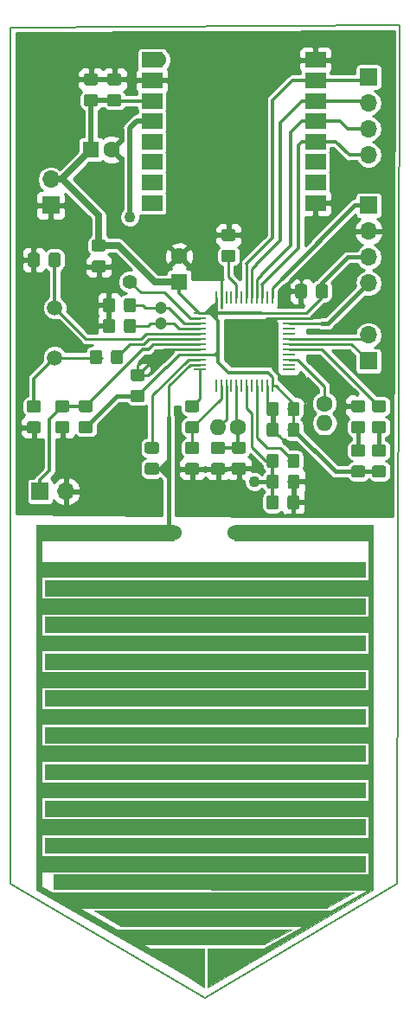
<source format=gbr>
%TF.GenerationSoftware,KiCad,Pcbnew,5.0.1-33cea8e~68~ubuntu18.04.1*%
%TF.CreationDate,2018-11-02T12:55:16-03:00*%
%TF.ProjectId,placa,706C6163612E6B696361645F70636200,rev?*%
%TF.SameCoordinates,Original*%
%TF.FileFunction,Copper,L1,Top,Signal*%
%TF.FilePolarity,Positive*%
%FSLAX46Y46*%
G04 Gerber Fmt 4.6, Leading zero omitted, Abs format (unit mm)*
G04 Created by KiCad (PCBNEW 5.0.1-33cea8e~68~ubuntu18.04.1) date sex 02 nov 2018 12:55:16 -03*
%MOMM*%
%LPD*%
G01*
G04 APERTURE LIST*
%ADD10C,0.150000*%
%ADD11C,0.010000*%
%ADD12R,1.300000X0.250000*%
%ADD13R,0.250000X1.300000*%
%ADD14C,1.524000*%
%ADD15R,2.000000X1.500000*%
%ADD16C,1.150000*%
%ADD17C,1.200000*%
%ADD18C,1.600000*%
%ADD19O,1.600000X1.600000*%
%ADD20R,1.600000X1.600000*%
%ADD21C,1.500000*%
%ADD22O,1.700000X1.700000*%
%ADD23R,1.700000X1.700000*%
%ADD24C,1.100000*%
%ADD25C,1.400000*%
%ADD26C,0.250000*%
%ADD27C,0.381000*%
%ADD28C,0.304800*%
%ADD29C,0.635000*%
%ADD30C,0.508000*%
%ADD31C,0.254000*%
G04 APERTURE END LIST*
D10*
X124856666Y-42672000D02*
G75*
G03X124856666Y-42672000I-1666666J0D01*
G01*
X120690000Y-42672000D02*
X125690000Y-42672000D01*
X123190000Y-40172000D02*
X123190000Y-45172000D01*
X103632000Y-27432000D02*
X141732000Y-27178000D01*
X103632000Y-111252000D02*
X103632000Y-27432000D01*
X122682000Y-122428000D02*
X103632000Y-111252000D01*
X141478000Y-111252000D02*
X122682000Y-122428000D01*
X141478000Y-110998000D02*
X141478000Y-111252000D01*
X141732000Y-27178000D02*
X141478000Y-110998000D01*
D11*
G36*
X119631000Y-77631000D02*
X119631000Y-76131000D01*
X106181000Y-76131000D01*
X106181000Y-77631000D01*
X119631000Y-77631000D01*
G37*
X119631000Y-77631000D02*
X119631000Y-76131000D01*
X106181000Y-76131000D01*
X106181000Y-77631000D01*
X119631000Y-77631000D01*
G36*
X120431000Y-120011000D02*
X122621000Y-121421000D01*
X122621000Y-117591000D01*
X116271000Y-117581000D01*
X120431000Y-120011000D01*
G37*
X120431000Y-120011000D02*
X122621000Y-121421000D01*
X122621000Y-117591000D01*
X116271000Y-117581000D01*
X120431000Y-120011000D01*
G36*
X129351000Y-117581000D02*
X122931000Y-121401000D01*
X122931000Y-117581000D01*
X129351000Y-117581000D01*
G37*
X129351000Y-117581000D02*
X122931000Y-121401000D01*
X122931000Y-117581000D01*
X129351000Y-117581000D01*
G36*
X128431000Y-117211000D02*
X131131000Y-115711000D01*
X113431000Y-115711000D01*
X115931000Y-117211000D01*
X128431000Y-117211000D01*
G37*
X128431000Y-117211000D02*
X131131000Y-115711000D01*
X113431000Y-115711000D01*
X115931000Y-117211000D01*
X128431000Y-117211000D01*
G36*
X134531000Y-113611000D02*
X137231000Y-112111000D01*
X107231000Y-112111000D01*
X109731000Y-113611000D01*
X134531000Y-113611000D01*
G37*
X134531000Y-113611000D02*
X137231000Y-112111000D01*
X107231000Y-112111000D01*
X109731000Y-113611000D01*
X134531000Y-113611000D01*
G36*
X106681000Y-111531000D02*
X106681000Y-111321000D01*
X106181000Y-111321000D01*
X106181000Y-111831000D01*
X106201000Y-111841000D01*
X106681000Y-111531000D01*
G37*
X106681000Y-111531000D02*
X106681000Y-111321000D01*
X106181000Y-111321000D01*
X106181000Y-111831000D01*
X106201000Y-111841000D01*
X106681000Y-111531000D01*
G36*
X106681000Y-111531000D02*
X106191000Y-111831000D01*
X120831000Y-120231000D01*
X121131000Y-119831000D01*
X106681000Y-111531000D01*
G37*
X106681000Y-111531000D02*
X106191000Y-111831000D01*
X120831000Y-120231000D01*
X121131000Y-119831000D01*
X106681000Y-111531000D01*
G36*
X138631000Y-111811000D02*
X139131000Y-111811000D01*
X124931000Y-120211000D01*
X124631000Y-119711000D01*
X138631000Y-111811000D01*
G37*
X138631000Y-111811000D02*
X139131000Y-111811000D01*
X124931000Y-120211000D01*
X124631000Y-119711000D01*
X138631000Y-111811000D01*
G36*
X132731000Y-115411000D02*
X135231000Y-113911000D01*
X111831000Y-113911000D01*
X114421000Y-115411000D01*
X132731000Y-115411000D01*
G37*
X132731000Y-115411000D02*
X135231000Y-113911000D01*
X111831000Y-113911000D01*
X114421000Y-115411000D01*
X132731000Y-115411000D01*
G36*
X138331000Y-110031000D02*
X138331000Y-108531000D01*
X106681000Y-108531000D01*
X106681000Y-110031000D01*
X138331000Y-110031000D01*
G37*
X138331000Y-110031000D02*
X138331000Y-108531000D01*
X106681000Y-108531000D01*
X106681000Y-110031000D01*
X138331000Y-110031000D01*
G36*
X138721000Y-111831000D02*
X138721000Y-110331000D01*
X107841000Y-110321000D01*
X107841000Y-111791000D01*
X138721000Y-111831000D01*
G37*
X138721000Y-111831000D02*
X138721000Y-110331000D01*
X107841000Y-110321000D01*
X107841000Y-111791000D01*
X138721000Y-111831000D01*
G36*
X138721000Y-108231000D02*
X138721000Y-106731000D01*
X106971000Y-106731000D01*
X106971000Y-108231000D01*
X138721000Y-108231000D01*
G37*
X138721000Y-108231000D02*
X138721000Y-106731000D01*
X106971000Y-106731000D01*
X106971000Y-108231000D01*
X138721000Y-108231000D01*
G36*
X138721000Y-104631000D02*
X138721000Y-103131000D01*
X106971000Y-103131000D01*
X106971000Y-104631000D01*
X138721000Y-104631000D01*
G37*
X138721000Y-104631000D02*
X138721000Y-103131000D01*
X106971000Y-103131000D01*
X106971000Y-104631000D01*
X138721000Y-104631000D01*
G36*
X138721000Y-101031000D02*
X138721000Y-99531000D01*
X106971000Y-99531000D01*
X106971000Y-101031000D01*
X138721000Y-101031000D01*
G37*
X138721000Y-101031000D02*
X138721000Y-99531000D01*
X106971000Y-99531000D01*
X106971000Y-101031000D01*
X138721000Y-101031000D01*
G36*
X138721000Y-97431000D02*
X138721000Y-95931000D01*
X106971000Y-95931000D01*
X106971000Y-97431000D01*
X138721000Y-97431000D01*
G37*
X138721000Y-97431000D02*
X138721000Y-95931000D01*
X106971000Y-95931000D01*
X106971000Y-97431000D01*
X138721000Y-97431000D01*
G36*
X139131000Y-77631000D02*
X139131000Y-76131000D01*
X125581000Y-76131000D01*
X125581000Y-77631000D01*
X139131000Y-77631000D01*
G37*
X139131000Y-77631000D02*
X139131000Y-76131000D01*
X125581000Y-76131000D01*
X125581000Y-77631000D01*
X139131000Y-77631000D01*
G36*
X106681000Y-111321000D02*
X106681000Y-77631000D01*
X106181000Y-77631000D01*
X106181000Y-111321000D01*
X106681000Y-111321000D01*
G37*
X106681000Y-111321000D02*
X106681000Y-77631000D01*
X106181000Y-77631000D01*
X106181000Y-111321000D01*
X106681000Y-111321000D01*
G36*
X139131000Y-111841000D02*
X139131000Y-77631000D01*
X138631000Y-77631000D01*
X138631000Y-111841000D01*
X139131000Y-111841000D01*
G37*
X139131000Y-111841000D02*
X139131000Y-77631000D01*
X138631000Y-77631000D01*
X138631000Y-111841000D01*
X139131000Y-111841000D01*
G36*
X138731000Y-83031000D02*
X138731000Y-81531000D01*
X106981000Y-81531000D01*
X106981000Y-83031000D01*
X138731000Y-83031000D01*
G37*
X138731000Y-83031000D02*
X138731000Y-81531000D01*
X106981000Y-81531000D01*
X106981000Y-83031000D01*
X138731000Y-83031000D01*
G36*
X138331000Y-81231000D02*
X138331000Y-79731000D01*
X106681000Y-79731000D01*
X106681000Y-81231000D01*
X138331000Y-81231000D01*
G37*
X138331000Y-81231000D02*
X138331000Y-79731000D01*
X106681000Y-79731000D01*
X106681000Y-81231000D01*
X138331000Y-81231000D01*
G36*
X138731000Y-86631000D02*
X138731000Y-85131000D01*
X106981000Y-85131000D01*
X106981000Y-86631000D01*
X138731000Y-86631000D01*
G37*
X138731000Y-86631000D02*
X138731000Y-85131000D01*
X106981000Y-85131000D01*
X106981000Y-86631000D01*
X138731000Y-86631000D01*
G36*
X138731000Y-90231000D02*
X138731000Y-88731000D01*
X106981000Y-88731000D01*
X106981000Y-90231000D01*
X138731000Y-90231000D01*
G37*
X138731000Y-90231000D02*
X138731000Y-88731000D01*
X106981000Y-88731000D01*
X106981000Y-90231000D01*
X138731000Y-90231000D01*
G36*
X138731000Y-93831000D02*
X138731000Y-92331000D01*
X106981000Y-92331000D01*
X106981000Y-93831000D01*
X138731000Y-93831000D01*
G37*
X138731000Y-93831000D02*
X138731000Y-92331000D01*
X106981000Y-92331000D01*
X106981000Y-93831000D01*
X138731000Y-93831000D01*
G36*
X138331000Y-84831000D02*
X138331000Y-83331000D01*
X106681000Y-83331000D01*
X106681000Y-84831000D01*
X138331000Y-84831000D01*
G37*
X138331000Y-84831000D02*
X138331000Y-83331000D01*
X106681000Y-83331000D01*
X106681000Y-84831000D01*
X138331000Y-84831000D01*
G36*
X138331000Y-88431000D02*
X138331000Y-86931000D01*
X106681000Y-86931000D01*
X106681000Y-88431000D01*
X138331000Y-88431000D01*
G37*
X138331000Y-88431000D02*
X138331000Y-86931000D01*
X106681000Y-86931000D01*
X106681000Y-88431000D01*
X138331000Y-88431000D01*
G36*
X138331000Y-92031000D02*
X138331000Y-90531000D01*
X106681000Y-90531000D01*
X106681000Y-92031000D01*
X138331000Y-92031000D01*
G37*
X138331000Y-92031000D02*
X138331000Y-90531000D01*
X106681000Y-90531000D01*
X106681000Y-92031000D01*
X138331000Y-92031000D01*
G36*
X138331000Y-95631000D02*
X138331000Y-94131000D01*
X106681000Y-94131000D01*
X106681000Y-95631000D01*
X138331000Y-95631000D01*
G37*
X138331000Y-95631000D02*
X138331000Y-94131000D01*
X106681000Y-94131000D01*
X106681000Y-95631000D01*
X138331000Y-95631000D01*
G36*
X138331000Y-99231000D02*
X138331000Y-97731000D01*
X106681000Y-97731000D01*
X106681000Y-99231000D01*
X138331000Y-99231000D01*
G37*
X138331000Y-99231000D02*
X138331000Y-97731000D01*
X106681000Y-97731000D01*
X106681000Y-99231000D01*
X138331000Y-99231000D01*
G36*
X138331000Y-102831000D02*
X138331000Y-101331000D01*
X106681000Y-101331000D01*
X106681000Y-102831000D01*
X138331000Y-102831000D01*
G37*
X138331000Y-102831000D02*
X138331000Y-101331000D01*
X106681000Y-101331000D01*
X106681000Y-102831000D01*
X138331000Y-102831000D01*
G36*
X138331000Y-106431000D02*
X138331000Y-104931000D01*
X106681000Y-104931000D01*
X106681000Y-106431000D01*
X138331000Y-106431000D01*
G37*
X138331000Y-106431000D02*
X138331000Y-104931000D01*
X106681000Y-104931000D01*
X106681000Y-106431000D01*
X138331000Y-106431000D01*
D12*
X122142000Y-55416000D03*
X122142000Y-55916000D03*
X122142000Y-56416000D03*
X122142000Y-56916000D03*
X122142000Y-57416000D03*
X122142000Y-57916000D03*
X122142000Y-58416000D03*
X122142000Y-58916000D03*
X122142000Y-59416000D03*
X122142000Y-59916000D03*
X122142000Y-60416000D03*
X122142000Y-60916000D03*
D13*
X123742000Y-62516000D03*
X124242000Y-62516000D03*
X124742000Y-62516000D03*
X125242000Y-62516000D03*
X125742000Y-62516000D03*
X126242000Y-62516000D03*
X126742000Y-62516000D03*
X127242000Y-62516000D03*
X127742000Y-62516000D03*
X128242000Y-62516000D03*
X128742000Y-62516000D03*
X129242000Y-62516000D03*
D12*
X130842000Y-60916000D03*
X130842000Y-60416000D03*
X130842000Y-59916000D03*
X130842000Y-59416000D03*
X130842000Y-58916000D03*
X130842000Y-58416000D03*
X130842000Y-57916000D03*
X130842000Y-57416000D03*
X130842000Y-56916000D03*
X130842000Y-56416000D03*
X130842000Y-55916000D03*
X130842000Y-55416000D03*
D13*
X129242000Y-53816000D03*
X128742000Y-53816000D03*
X128242000Y-53816000D03*
X127742000Y-53816000D03*
X127242000Y-53816000D03*
X126742000Y-53816000D03*
X126242000Y-53816000D03*
X125742000Y-53816000D03*
X125242000Y-53816000D03*
X124742000Y-53816000D03*
X124242000Y-53816000D03*
X123742000Y-53816000D03*
D14*
X125631000Y-76881000D03*
X119631000Y-76881000D03*
X118135400Y-30581600D03*
D15*
X117475000Y-30592000D03*
X117476000Y-32592000D03*
X117476000Y-34592000D03*
X117476000Y-36592000D03*
X117476000Y-38592000D03*
X117476000Y-40592000D03*
X117476000Y-42592000D03*
X117476000Y-44592000D03*
X133476000Y-44592000D03*
X133476000Y-42592000D03*
X133476000Y-40592000D03*
X133476000Y-38592000D03*
X133476000Y-36592000D03*
X133476000Y-34592000D03*
X133476000Y-32592000D03*
X133476000Y-30592000D03*
D10*
G36*
X131676505Y-66103204D02*
X131700773Y-66106804D01*
X131724572Y-66112765D01*
X131747671Y-66121030D01*
X131769850Y-66131520D01*
X131790893Y-66144132D01*
X131810599Y-66158747D01*
X131828777Y-66175223D01*
X131845253Y-66193401D01*
X131859868Y-66213107D01*
X131872480Y-66234150D01*
X131882970Y-66256329D01*
X131891235Y-66279428D01*
X131897196Y-66303227D01*
X131900796Y-66327495D01*
X131902000Y-66351999D01*
X131902000Y-67252001D01*
X131900796Y-67276505D01*
X131897196Y-67300773D01*
X131891235Y-67324572D01*
X131882970Y-67347671D01*
X131872480Y-67369850D01*
X131859868Y-67390893D01*
X131845253Y-67410599D01*
X131828777Y-67428777D01*
X131810599Y-67445253D01*
X131790893Y-67459868D01*
X131769850Y-67472480D01*
X131747671Y-67482970D01*
X131724572Y-67491235D01*
X131700773Y-67497196D01*
X131676505Y-67500796D01*
X131652001Y-67502000D01*
X131001999Y-67502000D01*
X130977495Y-67500796D01*
X130953227Y-67497196D01*
X130929428Y-67491235D01*
X130906329Y-67482970D01*
X130884150Y-67472480D01*
X130863107Y-67459868D01*
X130843401Y-67445253D01*
X130825223Y-67428777D01*
X130808747Y-67410599D01*
X130794132Y-67390893D01*
X130781520Y-67369850D01*
X130771030Y-67347671D01*
X130762765Y-67324572D01*
X130756804Y-67300773D01*
X130753204Y-67276505D01*
X130752000Y-67252001D01*
X130752000Y-66351999D01*
X130753204Y-66327495D01*
X130756804Y-66303227D01*
X130762765Y-66279428D01*
X130771030Y-66256329D01*
X130781520Y-66234150D01*
X130794132Y-66213107D01*
X130808747Y-66193401D01*
X130825223Y-66175223D01*
X130843401Y-66158747D01*
X130863107Y-66144132D01*
X130884150Y-66131520D01*
X130906329Y-66121030D01*
X130929428Y-66112765D01*
X130953227Y-66106804D01*
X130977495Y-66103204D01*
X131001999Y-66102000D01*
X131652001Y-66102000D01*
X131676505Y-66103204D01*
X131676505Y-66103204D01*
G37*
D16*
X131327000Y-66802000D03*
D10*
G36*
X129626505Y-66103204D02*
X129650773Y-66106804D01*
X129674572Y-66112765D01*
X129697671Y-66121030D01*
X129719850Y-66131520D01*
X129740893Y-66144132D01*
X129760599Y-66158747D01*
X129778777Y-66175223D01*
X129795253Y-66193401D01*
X129809868Y-66213107D01*
X129822480Y-66234150D01*
X129832970Y-66256329D01*
X129841235Y-66279428D01*
X129847196Y-66303227D01*
X129850796Y-66327495D01*
X129852000Y-66351999D01*
X129852000Y-67252001D01*
X129850796Y-67276505D01*
X129847196Y-67300773D01*
X129841235Y-67324572D01*
X129832970Y-67347671D01*
X129822480Y-67369850D01*
X129809868Y-67390893D01*
X129795253Y-67410599D01*
X129778777Y-67428777D01*
X129760599Y-67445253D01*
X129740893Y-67459868D01*
X129719850Y-67472480D01*
X129697671Y-67482970D01*
X129674572Y-67491235D01*
X129650773Y-67497196D01*
X129626505Y-67500796D01*
X129602001Y-67502000D01*
X128951999Y-67502000D01*
X128927495Y-67500796D01*
X128903227Y-67497196D01*
X128879428Y-67491235D01*
X128856329Y-67482970D01*
X128834150Y-67472480D01*
X128813107Y-67459868D01*
X128793401Y-67445253D01*
X128775223Y-67428777D01*
X128758747Y-67410599D01*
X128744132Y-67390893D01*
X128731520Y-67369850D01*
X128721030Y-67347671D01*
X128712765Y-67324572D01*
X128706804Y-67300773D01*
X128703204Y-67276505D01*
X128702000Y-67252001D01*
X128702000Y-66351999D01*
X128703204Y-66327495D01*
X128706804Y-66303227D01*
X128712765Y-66279428D01*
X128721030Y-66256329D01*
X128731520Y-66234150D01*
X128744132Y-66213107D01*
X128758747Y-66193401D01*
X128775223Y-66175223D01*
X128793401Y-66158747D01*
X128813107Y-66144132D01*
X128834150Y-66131520D01*
X128856329Y-66121030D01*
X128879428Y-66112765D01*
X128903227Y-66106804D01*
X128927495Y-66103204D01*
X128951999Y-66102000D01*
X129602001Y-66102000D01*
X129626505Y-66103204D01*
X129626505Y-66103204D01*
G37*
D16*
X129277000Y-66802000D03*
D17*
X118364000Y-56388000D03*
X118364000Y-54888000D03*
D18*
X125852000Y-66548000D03*
D19*
X123952000Y-66548000D03*
D10*
G36*
X132411505Y-52539604D02*
X132435773Y-52543204D01*
X132459572Y-52549165D01*
X132482671Y-52557430D01*
X132504850Y-52567920D01*
X132525893Y-52580532D01*
X132545599Y-52595147D01*
X132563777Y-52611623D01*
X132580253Y-52629801D01*
X132594868Y-52649507D01*
X132607480Y-52670550D01*
X132617970Y-52692729D01*
X132626235Y-52715828D01*
X132632196Y-52739627D01*
X132635796Y-52763895D01*
X132637000Y-52788399D01*
X132637000Y-53688401D01*
X132635796Y-53712905D01*
X132632196Y-53737173D01*
X132626235Y-53760972D01*
X132617970Y-53784071D01*
X132607480Y-53806250D01*
X132594868Y-53827293D01*
X132580253Y-53846999D01*
X132563777Y-53865177D01*
X132545599Y-53881653D01*
X132525893Y-53896268D01*
X132504850Y-53908880D01*
X132482671Y-53919370D01*
X132459572Y-53927635D01*
X132435773Y-53933596D01*
X132411505Y-53937196D01*
X132387001Y-53938400D01*
X131736999Y-53938400D01*
X131712495Y-53937196D01*
X131688227Y-53933596D01*
X131664428Y-53927635D01*
X131641329Y-53919370D01*
X131619150Y-53908880D01*
X131598107Y-53896268D01*
X131578401Y-53881653D01*
X131560223Y-53865177D01*
X131543747Y-53846999D01*
X131529132Y-53827293D01*
X131516520Y-53806250D01*
X131506030Y-53784071D01*
X131497765Y-53760972D01*
X131491804Y-53737173D01*
X131488204Y-53712905D01*
X131487000Y-53688401D01*
X131487000Y-52788399D01*
X131488204Y-52763895D01*
X131491804Y-52739627D01*
X131497765Y-52715828D01*
X131506030Y-52692729D01*
X131516520Y-52670550D01*
X131529132Y-52649507D01*
X131543747Y-52629801D01*
X131560223Y-52611623D01*
X131578401Y-52595147D01*
X131598107Y-52580532D01*
X131619150Y-52567920D01*
X131641329Y-52557430D01*
X131664428Y-52549165D01*
X131688227Y-52543204D01*
X131712495Y-52539604D01*
X131736999Y-52538400D01*
X132387001Y-52538400D01*
X132411505Y-52539604D01*
X132411505Y-52539604D01*
G37*
D16*
X132062000Y-53238400D03*
D10*
G36*
X134461505Y-52539604D02*
X134485773Y-52543204D01*
X134509572Y-52549165D01*
X134532671Y-52557430D01*
X134554850Y-52567920D01*
X134575893Y-52580532D01*
X134595599Y-52595147D01*
X134613777Y-52611623D01*
X134630253Y-52629801D01*
X134644868Y-52649507D01*
X134657480Y-52670550D01*
X134667970Y-52692729D01*
X134676235Y-52715828D01*
X134682196Y-52739627D01*
X134685796Y-52763895D01*
X134687000Y-52788399D01*
X134687000Y-53688401D01*
X134685796Y-53712905D01*
X134682196Y-53737173D01*
X134676235Y-53760972D01*
X134667970Y-53784071D01*
X134657480Y-53806250D01*
X134644868Y-53827293D01*
X134630253Y-53846999D01*
X134613777Y-53865177D01*
X134595599Y-53881653D01*
X134575893Y-53896268D01*
X134554850Y-53908880D01*
X134532671Y-53919370D01*
X134509572Y-53927635D01*
X134485773Y-53933596D01*
X134461505Y-53937196D01*
X134437001Y-53938400D01*
X133786999Y-53938400D01*
X133762495Y-53937196D01*
X133738227Y-53933596D01*
X133714428Y-53927635D01*
X133691329Y-53919370D01*
X133669150Y-53908880D01*
X133648107Y-53896268D01*
X133628401Y-53881653D01*
X133610223Y-53865177D01*
X133593747Y-53846999D01*
X133579132Y-53827293D01*
X133566520Y-53806250D01*
X133556030Y-53784071D01*
X133547765Y-53760972D01*
X133541804Y-53737173D01*
X133538204Y-53712905D01*
X133537000Y-53688401D01*
X133537000Y-52788399D01*
X133538204Y-52763895D01*
X133541804Y-52739627D01*
X133547765Y-52715828D01*
X133556030Y-52692729D01*
X133566520Y-52670550D01*
X133579132Y-52649507D01*
X133593747Y-52629801D01*
X133610223Y-52611623D01*
X133628401Y-52595147D01*
X133648107Y-52580532D01*
X133669150Y-52567920D01*
X133691329Y-52557430D01*
X133714428Y-52549165D01*
X133738227Y-52543204D01*
X133762495Y-52539604D01*
X133786999Y-52538400D01*
X134437001Y-52538400D01*
X134461505Y-52539604D01*
X134461505Y-52539604D01*
G37*
D16*
X134112000Y-53238400D03*
D10*
G36*
X109186505Y-63924204D02*
X109210773Y-63927804D01*
X109234572Y-63933765D01*
X109257671Y-63942030D01*
X109279850Y-63952520D01*
X109300893Y-63965132D01*
X109320599Y-63979747D01*
X109338777Y-63996223D01*
X109355253Y-64014401D01*
X109369868Y-64034107D01*
X109382480Y-64055150D01*
X109392970Y-64077329D01*
X109401235Y-64100428D01*
X109407196Y-64124227D01*
X109410796Y-64148495D01*
X109412000Y-64172999D01*
X109412000Y-64823001D01*
X109410796Y-64847505D01*
X109407196Y-64871773D01*
X109401235Y-64895572D01*
X109392970Y-64918671D01*
X109382480Y-64940850D01*
X109369868Y-64961893D01*
X109355253Y-64981599D01*
X109338777Y-64999777D01*
X109320599Y-65016253D01*
X109300893Y-65030868D01*
X109279850Y-65043480D01*
X109257671Y-65053970D01*
X109234572Y-65062235D01*
X109210773Y-65068196D01*
X109186505Y-65071796D01*
X109162001Y-65073000D01*
X108261999Y-65073000D01*
X108237495Y-65071796D01*
X108213227Y-65068196D01*
X108189428Y-65062235D01*
X108166329Y-65053970D01*
X108144150Y-65043480D01*
X108123107Y-65030868D01*
X108103401Y-65016253D01*
X108085223Y-64999777D01*
X108068747Y-64981599D01*
X108054132Y-64961893D01*
X108041520Y-64940850D01*
X108031030Y-64918671D01*
X108022765Y-64895572D01*
X108016804Y-64871773D01*
X108013204Y-64847505D01*
X108012000Y-64823001D01*
X108012000Y-64172999D01*
X108013204Y-64148495D01*
X108016804Y-64124227D01*
X108022765Y-64100428D01*
X108031030Y-64077329D01*
X108041520Y-64055150D01*
X108054132Y-64034107D01*
X108068747Y-64014401D01*
X108085223Y-63996223D01*
X108103401Y-63979747D01*
X108123107Y-63965132D01*
X108144150Y-63952520D01*
X108166329Y-63942030D01*
X108189428Y-63933765D01*
X108213227Y-63927804D01*
X108237495Y-63924204D01*
X108261999Y-63923000D01*
X109162001Y-63923000D01*
X109186505Y-63924204D01*
X109186505Y-63924204D01*
G37*
D16*
X108712000Y-64498000D03*
D10*
G36*
X109186505Y-65974204D02*
X109210773Y-65977804D01*
X109234572Y-65983765D01*
X109257671Y-65992030D01*
X109279850Y-66002520D01*
X109300893Y-66015132D01*
X109320599Y-66029747D01*
X109338777Y-66046223D01*
X109355253Y-66064401D01*
X109369868Y-66084107D01*
X109382480Y-66105150D01*
X109392970Y-66127329D01*
X109401235Y-66150428D01*
X109407196Y-66174227D01*
X109410796Y-66198495D01*
X109412000Y-66222999D01*
X109412000Y-66873001D01*
X109410796Y-66897505D01*
X109407196Y-66921773D01*
X109401235Y-66945572D01*
X109392970Y-66968671D01*
X109382480Y-66990850D01*
X109369868Y-67011893D01*
X109355253Y-67031599D01*
X109338777Y-67049777D01*
X109320599Y-67066253D01*
X109300893Y-67080868D01*
X109279850Y-67093480D01*
X109257671Y-67103970D01*
X109234572Y-67112235D01*
X109210773Y-67118196D01*
X109186505Y-67121796D01*
X109162001Y-67123000D01*
X108261999Y-67123000D01*
X108237495Y-67121796D01*
X108213227Y-67118196D01*
X108189428Y-67112235D01*
X108166329Y-67103970D01*
X108144150Y-67093480D01*
X108123107Y-67080868D01*
X108103401Y-67066253D01*
X108085223Y-67049777D01*
X108068747Y-67031599D01*
X108054132Y-67011893D01*
X108041520Y-66990850D01*
X108031030Y-66968671D01*
X108022765Y-66945572D01*
X108016804Y-66921773D01*
X108013204Y-66897505D01*
X108012000Y-66873001D01*
X108012000Y-66222999D01*
X108013204Y-66198495D01*
X108016804Y-66174227D01*
X108022765Y-66150428D01*
X108031030Y-66127329D01*
X108041520Y-66105150D01*
X108054132Y-66084107D01*
X108068747Y-66064401D01*
X108085223Y-66046223D01*
X108103401Y-66029747D01*
X108123107Y-66015132D01*
X108144150Y-66002520D01*
X108166329Y-65992030D01*
X108189428Y-65983765D01*
X108213227Y-65977804D01*
X108237495Y-65974204D01*
X108261999Y-65973000D01*
X109162001Y-65973000D01*
X109186505Y-65974204D01*
X109186505Y-65974204D01*
G37*
D16*
X108712000Y-66548000D03*
D10*
G36*
X131676505Y-64071204D02*
X131700773Y-64074804D01*
X131724572Y-64080765D01*
X131747671Y-64089030D01*
X131769850Y-64099520D01*
X131790893Y-64112132D01*
X131810599Y-64126747D01*
X131828777Y-64143223D01*
X131845253Y-64161401D01*
X131859868Y-64181107D01*
X131872480Y-64202150D01*
X131882970Y-64224329D01*
X131891235Y-64247428D01*
X131897196Y-64271227D01*
X131900796Y-64295495D01*
X131902000Y-64319999D01*
X131902000Y-65220001D01*
X131900796Y-65244505D01*
X131897196Y-65268773D01*
X131891235Y-65292572D01*
X131882970Y-65315671D01*
X131872480Y-65337850D01*
X131859868Y-65358893D01*
X131845253Y-65378599D01*
X131828777Y-65396777D01*
X131810599Y-65413253D01*
X131790893Y-65427868D01*
X131769850Y-65440480D01*
X131747671Y-65450970D01*
X131724572Y-65459235D01*
X131700773Y-65465196D01*
X131676505Y-65468796D01*
X131652001Y-65470000D01*
X131001999Y-65470000D01*
X130977495Y-65468796D01*
X130953227Y-65465196D01*
X130929428Y-65459235D01*
X130906329Y-65450970D01*
X130884150Y-65440480D01*
X130863107Y-65427868D01*
X130843401Y-65413253D01*
X130825223Y-65396777D01*
X130808747Y-65378599D01*
X130794132Y-65358893D01*
X130781520Y-65337850D01*
X130771030Y-65315671D01*
X130762765Y-65292572D01*
X130756804Y-65268773D01*
X130753204Y-65244505D01*
X130752000Y-65220001D01*
X130752000Y-64319999D01*
X130753204Y-64295495D01*
X130756804Y-64271227D01*
X130762765Y-64247428D01*
X130771030Y-64224329D01*
X130781520Y-64202150D01*
X130794132Y-64181107D01*
X130808747Y-64161401D01*
X130825223Y-64143223D01*
X130843401Y-64126747D01*
X130863107Y-64112132D01*
X130884150Y-64099520D01*
X130906329Y-64089030D01*
X130929428Y-64080765D01*
X130953227Y-64074804D01*
X130977495Y-64071204D01*
X131001999Y-64070000D01*
X131652001Y-64070000D01*
X131676505Y-64071204D01*
X131676505Y-64071204D01*
G37*
D16*
X131327000Y-64770000D03*
D10*
G36*
X129626505Y-64071204D02*
X129650773Y-64074804D01*
X129674572Y-64080765D01*
X129697671Y-64089030D01*
X129719850Y-64099520D01*
X129740893Y-64112132D01*
X129760599Y-64126747D01*
X129778777Y-64143223D01*
X129795253Y-64161401D01*
X129809868Y-64181107D01*
X129822480Y-64202150D01*
X129832970Y-64224329D01*
X129841235Y-64247428D01*
X129847196Y-64271227D01*
X129850796Y-64295495D01*
X129852000Y-64319999D01*
X129852000Y-65220001D01*
X129850796Y-65244505D01*
X129847196Y-65268773D01*
X129841235Y-65292572D01*
X129832970Y-65315671D01*
X129822480Y-65337850D01*
X129809868Y-65358893D01*
X129795253Y-65378599D01*
X129778777Y-65396777D01*
X129760599Y-65413253D01*
X129740893Y-65427868D01*
X129719850Y-65440480D01*
X129697671Y-65450970D01*
X129674572Y-65459235D01*
X129650773Y-65465196D01*
X129626505Y-65468796D01*
X129602001Y-65470000D01*
X128951999Y-65470000D01*
X128927495Y-65468796D01*
X128903227Y-65465196D01*
X128879428Y-65459235D01*
X128856329Y-65450970D01*
X128834150Y-65440480D01*
X128813107Y-65427868D01*
X128793401Y-65413253D01*
X128775223Y-65396777D01*
X128758747Y-65378599D01*
X128744132Y-65358893D01*
X128731520Y-65337850D01*
X128721030Y-65315671D01*
X128712765Y-65292572D01*
X128706804Y-65268773D01*
X128703204Y-65244505D01*
X128702000Y-65220001D01*
X128702000Y-64319999D01*
X128703204Y-64295495D01*
X128706804Y-64271227D01*
X128712765Y-64247428D01*
X128721030Y-64224329D01*
X128731520Y-64202150D01*
X128744132Y-64181107D01*
X128758747Y-64161401D01*
X128775223Y-64143223D01*
X128793401Y-64126747D01*
X128813107Y-64112132D01*
X128834150Y-64099520D01*
X128856329Y-64089030D01*
X128879428Y-64080765D01*
X128903227Y-64074804D01*
X128927495Y-64071204D01*
X128951999Y-64070000D01*
X129602001Y-64070000D01*
X129626505Y-64071204D01*
X129626505Y-64071204D01*
G37*
D16*
X129277000Y-64770000D03*
D20*
X120142000Y-52324000D03*
D18*
X120142000Y-49824000D03*
D20*
X111506000Y-39370000D03*
D18*
X113506000Y-39370000D03*
D10*
G36*
X108299505Y-49466204D02*
X108323773Y-49469804D01*
X108347572Y-49475765D01*
X108370671Y-49484030D01*
X108392850Y-49494520D01*
X108413893Y-49507132D01*
X108433599Y-49521747D01*
X108451777Y-49538223D01*
X108468253Y-49556401D01*
X108482868Y-49576107D01*
X108495480Y-49597150D01*
X108505970Y-49619329D01*
X108514235Y-49642428D01*
X108520196Y-49666227D01*
X108523796Y-49690495D01*
X108525000Y-49714999D01*
X108525000Y-50615001D01*
X108523796Y-50639505D01*
X108520196Y-50663773D01*
X108514235Y-50687572D01*
X108505970Y-50710671D01*
X108495480Y-50732850D01*
X108482868Y-50753893D01*
X108468253Y-50773599D01*
X108451777Y-50791777D01*
X108433599Y-50808253D01*
X108413893Y-50822868D01*
X108392850Y-50835480D01*
X108370671Y-50845970D01*
X108347572Y-50854235D01*
X108323773Y-50860196D01*
X108299505Y-50863796D01*
X108275001Y-50865000D01*
X107624999Y-50865000D01*
X107600495Y-50863796D01*
X107576227Y-50860196D01*
X107552428Y-50854235D01*
X107529329Y-50845970D01*
X107507150Y-50835480D01*
X107486107Y-50822868D01*
X107466401Y-50808253D01*
X107448223Y-50791777D01*
X107431747Y-50773599D01*
X107417132Y-50753893D01*
X107404520Y-50732850D01*
X107394030Y-50710671D01*
X107385765Y-50687572D01*
X107379804Y-50663773D01*
X107376204Y-50639505D01*
X107375000Y-50615001D01*
X107375000Y-49714999D01*
X107376204Y-49690495D01*
X107379804Y-49666227D01*
X107385765Y-49642428D01*
X107394030Y-49619329D01*
X107404520Y-49597150D01*
X107417132Y-49576107D01*
X107431747Y-49556401D01*
X107448223Y-49538223D01*
X107466401Y-49521747D01*
X107486107Y-49507132D01*
X107507150Y-49494520D01*
X107529329Y-49484030D01*
X107552428Y-49475765D01*
X107576227Y-49469804D01*
X107600495Y-49466204D01*
X107624999Y-49465000D01*
X108275001Y-49465000D01*
X108299505Y-49466204D01*
X108299505Y-49466204D01*
G37*
D16*
X107950000Y-50165000D03*
D10*
G36*
X106249505Y-49466204D02*
X106273773Y-49469804D01*
X106297572Y-49475765D01*
X106320671Y-49484030D01*
X106342850Y-49494520D01*
X106363893Y-49507132D01*
X106383599Y-49521747D01*
X106401777Y-49538223D01*
X106418253Y-49556401D01*
X106432868Y-49576107D01*
X106445480Y-49597150D01*
X106455970Y-49619329D01*
X106464235Y-49642428D01*
X106470196Y-49666227D01*
X106473796Y-49690495D01*
X106475000Y-49714999D01*
X106475000Y-50615001D01*
X106473796Y-50639505D01*
X106470196Y-50663773D01*
X106464235Y-50687572D01*
X106455970Y-50710671D01*
X106445480Y-50732850D01*
X106432868Y-50753893D01*
X106418253Y-50773599D01*
X106401777Y-50791777D01*
X106383599Y-50808253D01*
X106363893Y-50822868D01*
X106342850Y-50835480D01*
X106320671Y-50845970D01*
X106297572Y-50854235D01*
X106273773Y-50860196D01*
X106249505Y-50863796D01*
X106225001Y-50865000D01*
X105574999Y-50865000D01*
X105550495Y-50863796D01*
X105526227Y-50860196D01*
X105502428Y-50854235D01*
X105479329Y-50845970D01*
X105457150Y-50835480D01*
X105436107Y-50822868D01*
X105416401Y-50808253D01*
X105398223Y-50791777D01*
X105381747Y-50773599D01*
X105367132Y-50753893D01*
X105354520Y-50732850D01*
X105344030Y-50710671D01*
X105335765Y-50687572D01*
X105329804Y-50663773D01*
X105326204Y-50639505D01*
X105325000Y-50615001D01*
X105325000Y-49714999D01*
X105326204Y-49690495D01*
X105329804Y-49666227D01*
X105335765Y-49642428D01*
X105344030Y-49619329D01*
X105354520Y-49597150D01*
X105367132Y-49576107D01*
X105381747Y-49556401D01*
X105398223Y-49538223D01*
X105416401Y-49521747D01*
X105436107Y-49507132D01*
X105457150Y-49494520D01*
X105479329Y-49484030D01*
X105502428Y-49475765D01*
X105526227Y-49469804D01*
X105550495Y-49466204D01*
X105574999Y-49465000D01*
X106225001Y-49465000D01*
X106249505Y-49466204D01*
X106249505Y-49466204D01*
G37*
D16*
X105900000Y-50165000D03*
D10*
G36*
X131667505Y-73215204D02*
X131691773Y-73218804D01*
X131715572Y-73224765D01*
X131738671Y-73233030D01*
X131760850Y-73243520D01*
X131781893Y-73256132D01*
X131801599Y-73270747D01*
X131819777Y-73287223D01*
X131836253Y-73305401D01*
X131850868Y-73325107D01*
X131863480Y-73346150D01*
X131873970Y-73368329D01*
X131882235Y-73391428D01*
X131888196Y-73415227D01*
X131891796Y-73439495D01*
X131893000Y-73463999D01*
X131893000Y-74364001D01*
X131891796Y-74388505D01*
X131888196Y-74412773D01*
X131882235Y-74436572D01*
X131873970Y-74459671D01*
X131863480Y-74481850D01*
X131850868Y-74502893D01*
X131836253Y-74522599D01*
X131819777Y-74540777D01*
X131801599Y-74557253D01*
X131781893Y-74571868D01*
X131760850Y-74584480D01*
X131738671Y-74594970D01*
X131715572Y-74603235D01*
X131691773Y-74609196D01*
X131667505Y-74612796D01*
X131643001Y-74614000D01*
X130992999Y-74614000D01*
X130968495Y-74612796D01*
X130944227Y-74609196D01*
X130920428Y-74603235D01*
X130897329Y-74594970D01*
X130875150Y-74584480D01*
X130854107Y-74571868D01*
X130834401Y-74557253D01*
X130816223Y-74540777D01*
X130799747Y-74522599D01*
X130785132Y-74502893D01*
X130772520Y-74481850D01*
X130762030Y-74459671D01*
X130753765Y-74436572D01*
X130747804Y-74412773D01*
X130744204Y-74388505D01*
X130743000Y-74364001D01*
X130743000Y-73463999D01*
X130744204Y-73439495D01*
X130747804Y-73415227D01*
X130753765Y-73391428D01*
X130762030Y-73368329D01*
X130772520Y-73346150D01*
X130785132Y-73325107D01*
X130799747Y-73305401D01*
X130816223Y-73287223D01*
X130834401Y-73270747D01*
X130854107Y-73256132D01*
X130875150Y-73243520D01*
X130897329Y-73233030D01*
X130920428Y-73224765D01*
X130944227Y-73218804D01*
X130968495Y-73215204D01*
X130992999Y-73214000D01*
X131643001Y-73214000D01*
X131667505Y-73215204D01*
X131667505Y-73215204D01*
G37*
D16*
X131318000Y-73914000D03*
D10*
G36*
X129617505Y-73215204D02*
X129641773Y-73218804D01*
X129665572Y-73224765D01*
X129688671Y-73233030D01*
X129710850Y-73243520D01*
X129731893Y-73256132D01*
X129751599Y-73270747D01*
X129769777Y-73287223D01*
X129786253Y-73305401D01*
X129800868Y-73325107D01*
X129813480Y-73346150D01*
X129823970Y-73368329D01*
X129832235Y-73391428D01*
X129838196Y-73415227D01*
X129841796Y-73439495D01*
X129843000Y-73463999D01*
X129843000Y-74364001D01*
X129841796Y-74388505D01*
X129838196Y-74412773D01*
X129832235Y-74436572D01*
X129823970Y-74459671D01*
X129813480Y-74481850D01*
X129800868Y-74502893D01*
X129786253Y-74522599D01*
X129769777Y-74540777D01*
X129751599Y-74557253D01*
X129731893Y-74571868D01*
X129710850Y-74584480D01*
X129688671Y-74594970D01*
X129665572Y-74603235D01*
X129641773Y-74609196D01*
X129617505Y-74612796D01*
X129593001Y-74614000D01*
X128942999Y-74614000D01*
X128918495Y-74612796D01*
X128894227Y-74609196D01*
X128870428Y-74603235D01*
X128847329Y-74594970D01*
X128825150Y-74584480D01*
X128804107Y-74571868D01*
X128784401Y-74557253D01*
X128766223Y-74540777D01*
X128749747Y-74522599D01*
X128735132Y-74502893D01*
X128722520Y-74481850D01*
X128712030Y-74459671D01*
X128703765Y-74436572D01*
X128697804Y-74412773D01*
X128694204Y-74388505D01*
X128693000Y-74364001D01*
X128693000Y-73463999D01*
X128694204Y-73439495D01*
X128697804Y-73415227D01*
X128703765Y-73391428D01*
X128712030Y-73368329D01*
X128722520Y-73346150D01*
X128735132Y-73325107D01*
X128749747Y-73305401D01*
X128766223Y-73287223D01*
X128784401Y-73270747D01*
X128804107Y-73256132D01*
X128825150Y-73243520D01*
X128847329Y-73233030D01*
X128870428Y-73224765D01*
X128894227Y-73218804D01*
X128918495Y-73215204D01*
X128942999Y-73214000D01*
X129593001Y-73214000D01*
X129617505Y-73215204D01*
X129617505Y-73215204D01*
G37*
D16*
X129268000Y-73914000D03*
D10*
G36*
X112742505Y-50235204D02*
X112766773Y-50238804D01*
X112790572Y-50244765D01*
X112813671Y-50253030D01*
X112835850Y-50263520D01*
X112856893Y-50276132D01*
X112876599Y-50290747D01*
X112894777Y-50307223D01*
X112911253Y-50325401D01*
X112925868Y-50345107D01*
X112938480Y-50366150D01*
X112948970Y-50388329D01*
X112957235Y-50411428D01*
X112963196Y-50435227D01*
X112966796Y-50459495D01*
X112968000Y-50483999D01*
X112968000Y-51134001D01*
X112966796Y-51158505D01*
X112963196Y-51182773D01*
X112957235Y-51206572D01*
X112948970Y-51229671D01*
X112938480Y-51251850D01*
X112925868Y-51272893D01*
X112911253Y-51292599D01*
X112894777Y-51310777D01*
X112876599Y-51327253D01*
X112856893Y-51341868D01*
X112835850Y-51354480D01*
X112813671Y-51364970D01*
X112790572Y-51373235D01*
X112766773Y-51379196D01*
X112742505Y-51382796D01*
X112718001Y-51384000D01*
X111817999Y-51384000D01*
X111793495Y-51382796D01*
X111769227Y-51379196D01*
X111745428Y-51373235D01*
X111722329Y-51364970D01*
X111700150Y-51354480D01*
X111679107Y-51341868D01*
X111659401Y-51327253D01*
X111641223Y-51310777D01*
X111624747Y-51292599D01*
X111610132Y-51272893D01*
X111597520Y-51251850D01*
X111587030Y-51229671D01*
X111578765Y-51206572D01*
X111572804Y-51182773D01*
X111569204Y-51158505D01*
X111568000Y-51134001D01*
X111568000Y-50483999D01*
X111569204Y-50459495D01*
X111572804Y-50435227D01*
X111578765Y-50411428D01*
X111587030Y-50388329D01*
X111597520Y-50366150D01*
X111610132Y-50345107D01*
X111624747Y-50325401D01*
X111641223Y-50307223D01*
X111659401Y-50290747D01*
X111679107Y-50276132D01*
X111700150Y-50263520D01*
X111722329Y-50253030D01*
X111745428Y-50244765D01*
X111769227Y-50238804D01*
X111793495Y-50235204D01*
X111817999Y-50234000D01*
X112718001Y-50234000D01*
X112742505Y-50235204D01*
X112742505Y-50235204D01*
G37*
D16*
X112268000Y-50809000D03*
D10*
G36*
X112742505Y-48185204D02*
X112766773Y-48188804D01*
X112790572Y-48194765D01*
X112813671Y-48203030D01*
X112835850Y-48213520D01*
X112856893Y-48226132D01*
X112876599Y-48240747D01*
X112894777Y-48257223D01*
X112911253Y-48275401D01*
X112925868Y-48295107D01*
X112938480Y-48316150D01*
X112948970Y-48338329D01*
X112957235Y-48361428D01*
X112963196Y-48385227D01*
X112966796Y-48409495D01*
X112968000Y-48433999D01*
X112968000Y-49084001D01*
X112966796Y-49108505D01*
X112963196Y-49132773D01*
X112957235Y-49156572D01*
X112948970Y-49179671D01*
X112938480Y-49201850D01*
X112925868Y-49222893D01*
X112911253Y-49242599D01*
X112894777Y-49260777D01*
X112876599Y-49277253D01*
X112856893Y-49291868D01*
X112835850Y-49304480D01*
X112813671Y-49314970D01*
X112790572Y-49323235D01*
X112766773Y-49329196D01*
X112742505Y-49332796D01*
X112718001Y-49334000D01*
X111817999Y-49334000D01*
X111793495Y-49332796D01*
X111769227Y-49329196D01*
X111745428Y-49323235D01*
X111722329Y-49314970D01*
X111700150Y-49304480D01*
X111679107Y-49291868D01*
X111659401Y-49277253D01*
X111641223Y-49260777D01*
X111624747Y-49242599D01*
X111610132Y-49222893D01*
X111597520Y-49201850D01*
X111587030Y-49179671D01*
X111578765Y-49156572D01*
X111572804Y-49132773D01*
X111569204Y-49108505D01*
X111568000Y-49084001D01*
X111568000Y-48433999D01*
X111569204Y-48409495D01*
X111572804Y-48385227D01*
X111578765Y-48361428D01*
X111587030Y-48338329D01*
X111597520Y-48316150D01*
X111610132Y-48295107D01*
X111624747Y-48275401D01*
X111641223Y-48257223D01*
X111659401Y-48240747D01*
X111679107Y-48226132D01*
X111700150Y-48213520D01*
X111722329Y-48203030D01*
X111745428Y-48194765D01*
X111769227Y-48188804D01*
X111793495Y-48185204D01*
X111817999Y-48184000D01*
X112718001Y-48184000D01*
X112742505Y-48185204D01*
X112742505Y-48185204D01*
G37*
D16*
X112268000Y-48759000D03*
D10*
G36*
X106392505Y-65992204D02*
X106416773Y-65995804D01*
X106440572Y-66001765D01*
X106463671Y-66010030D01*
X106485850Y-66020520D01*
X106506893Y-66033132D01*
X106526599Y-66047747D01*
X106544777Y-66064223D01*
X106561253Y-66082401D01*
X106575868Y-66102107D01*
X106588480Y-66123150D01*
X106598970Y-66145329D01*
X106607235Y-66168428D01*
X106613196Y-66192227D01*
X106616796Y-66216495D01*
X106618000Y-66240999D01*
X106618000Y-66891001D01*
X106616796Y-66915505D01*
X106613196Y-66939773D01*
X106607235Y-66963572D01*
X106598970Y-66986671D01*
X106588480Y-67008850D01*
X106575868Y-67029893D01*
X106561253Y-67049599D01*
X106544777Y-67067777D01*
X106526599Y-67084253D01*
X106506893Y-67098868D01*
X106485850Y-67111480D01*
X106463671Y-67121970D01*
X106440572Y-67130235D01*
X106416773Y-67136196D01*
X106392505Y-67139796D01*
X106368001Y-67141000D01*
X105467999Y-67141000D01*
X105443495Y-67139796D01*
X105419227Y-67136196D01*
X105395428Y-67130235D01*
X105372329Y-67121970D01*
X105350150Y-67111480D01*
X105329107Y-67098868D01*
X105309401Y-67084253D01*
X105291223Y-67067777D01*
X105274747Y-67049599D01*
X105260132Y-67029893D01*
X105247520Y-67008850D01*
X105237030Y-66986671D01*
X105228765Y-66963572D01*
X105222804Y-66939773D01*
X105219204Y-66915505D01*
X105218000Y-66891001D01*
X105218000Y-66240999D01*
X105219204Y-66216495D01*
X105222804Y-66192227D01*
X105228765Y-66168428D01*
X105237030Y-66145329D01*
X105247520Y-66123150D01*
X105260132Y-66102107D01*
X105274747Y-66082401D01*
X105291223Y-66064223D01*
X105309401Y-66047747D01*
X105329107Y-66033132D01*
X105350150Y-66020520D01*
X105372329Y-66010030D01*
X105395428Y-66001765D01*
X105419227Y-65995804D01*
X105443495Y-65992204D01*
X105467999Y-65991000D01*
X106368001Y-65991000D01*
X106392505Y-65992204D01*
X106392505Y-65992204D01*
G37*
D16*
X105918000Y-66566000D03*
D10*
G36*
X106392505Y-63942204D02*
X106416773Y-63945804D01*
X106440572Y-63951765D01*
X106463671Y-63960030D01*
X106485850Y-63970520D01*
X106506893Y-63983132D01*
X106526599Y-63997747D01*
X106544777Y-64014223D01*
X106561253Y-64032401D01*
X106575868Y-64052107D01*
X106588480Y-64073150D01*
X106598970Y-64095329D01*
X106607235Y-64118428D01*
X106613196Y-64142227D01*
X106616796Y-64166495D01*
X106618000Y-64190999D01*
X106618000Y-64841001D01*
X106616796Y-64865505D01*
X106613196Y-64889773D01*
X106607235Y-64913572D01*
X106598970Y-64936671D01*
X106588480Y-64958850D01*
X106575868Y-64979893D01*
X106561253Y-64999599D01*
X106544777Y-65017777D01*
X106526599Y-65034253D01*
X106506893Y-65048868D01*
X106485850Y-65061480D01*
X106463671Y-65071970D01*
X106440572Y-65080235D01*
X106416773Y-65086196D01*
X106392505Y-65089796D01*
X106368001Y-65091000D01*
X105467999Y-65091000D01*
X105443495Y-65089796D01*
X105419227Y-65086196D01*
X105395428Y-65080235D01*
X105372329Y-65071970D01*
X105350150Y-65061480D01*
X105329107Y-65048868D01*
X105309401Y-65034253D01*
X105291223Y-65017777D01*
X105274747Y-64999599D01*
X105260132Y-64979893D01*
X105247520Y-64958850D01*
X105237030Y-64936671D01*
X105228765Y-64913572D01*
X105222804Y-64889773D01*
X105219204Y-64865505D01*
X105218000Y-64841001D01*
X105218000Y-64190999D01*
X105219204Y-64166495D01*
X105222804Y-64142227D01*
X105228765Y-64118428D01*
X105237030Y-64095329D01*
X105247520Y-64073150D01*
X105260132Y-64052107D01*
X105274747Y-64032401D01*
X105291223Y-64014223D01*
X105309401Y-63997747D01*
X105329107Y-63983132D01*
X105350150Y-63970520D01*
X105372329Y-63960030D01*
X105395428Y-63951765D01*
X105419227Y-63945804D01*
X105443495Y-63942204D01*
X105467999Y-63941000D01*
X106368001Y-63941000D01*
X106392505Y-63942204D01*
X106392505Y-63942204D01*
G37*
D16*
X105918000Y-64516000D03*
D10*
G36*
X113615505Y-53911204D02*
X113639773Y-53914804D01*
X113663572Y-53920765D01*
X113686671Y-53929030D01*
X113708850Y-53939520D01*
X113729893Y-53952132D01*
X113749599Y-53966747D01*
X113767777Y-53983223D01*
X113784253Y-54001401D01*
X113798868Y-54021107D01*
X113811480Y-54042150D01*
X113821970Y-54064329D01*
X113830235Y-54087428D01*
X113836196Y-54111227D01*
X113839796Y-54135495D01*
X113841000Y-54159999D01*
X113841000Y-55060001D01*
X113839796Y-55084505D01*
X113836196Y-55108773D01*
X113830235Y-55132572D01*
X113821970Y-55155671D01*
X113811480Y-55177850D01*
X113798868Y-55198893D01*
X113784253Y-55218599D01*
X113767777Y-55236777D01*
X113749599Y-55253253D01*
X113729893Y-55267868D01*
X113708850Y-55280480D01*
X113686671Y-55290970D01*
X113663572Y-55299235D01*
X113639773Y-55305196D01*
X113615505Y-55308796D01*
X113591001Y-55310000D01*
X112940999Y-55310000D01*
X112916495Y-55308796D01*
X112892227Y-55305196D01*
X112868428Y-55299235D01*
X112845329Y-55290970D01*
X112823150Y-55280480D01*
X112802107Y-55267868D01*
X112782401Y-55253253D01*
X112764223Y-55236777D01*
X112747747Y-55218599D01*
X112733132Y-55198893D01*
X112720520Y-55177850D01*
X112710030Y-55155671D01*
X112701765Y-55132572D01*
X112695804Y-55108773D01*
X112692204Y-55084505D01*
X112691000Y-55060001D01*
X112691000Y-54159999D01*
X112692204Y-54135495D01*
X112695804Y-54111227D01*
X112701765Y-54087428D01*
X112710030Y-54064329D01*
X112720520Y-54042150D01*
X112733132Y-54021107D01*
X112747747Y-54001401D01*
X112764223Y-53983223D01*
X112782401Y-53966747D01*
X112802107Y-53952132D01*
X112823150Y-53939520D01*
X112845329Y-53929030D01*
X112868428Y-53920765D01*
X112892227Y-53914804D01*
X112916495Y-53911204D01*
X112940999Y-53910000D01*
X113591001Y-53910000D01*
X113615505Y-53911204D01*
X113615505Y-53911204D01*
G37*
D16*
X113266000Y-54610000D03*
D10*
G36*
X115665505Y-53911204D02*
X115689773Y-53914804D01*
X115713572Y-53920765D01*
X115736671Y-53929030D01*
X115758850Y-53939520D01*
X115779893Y-53952132D01*
X115799599Y-53966747D01*
X115817777Y-53983223D01*
X115834253Y-54001401D01*
X115848868Y-54021107D01*
X115861480Y-54042150D01*
X115871970Y-54064329D01*
X115880235Y-54087428D01*
X115886196Y-54111227D01*
X115889796Y-54135495D01*
X115891000Y-54159999D01*
X115891000Y-55060001D01*
X115889796Y-55084505D01*
X115886196Y-55108773D01*
X115880235Y-55132572D01*
X115871970Y-55155671D01*
X115861480Y-55177850D01*
X115848868Y-55198893D01*
X115834253Y-55218599D01*
X115817777Y-55236777D01*
X115799599Y-55253253D01*
X115779893Y-55267868D01*
X115758850Y-55280480D01*
X115736671Y-55290970D01*
X115713572Y-55299235D01*
X115689773Y-55305196D01*
X115665505Y-55308796D01*
X115641001Y-55310000D01*
X114990999Y-55310000D01*
X114966495Y-55308796D01*
X114942227Y-55305196D01*
X114918428Y-55299235D01*
X114895329Y-55290970D01*
X114873150Y-55280480D01*
X114852107Y-55267868D01*
X114832401Y-55253253D01*
X114814223Y-55236777D01*
X114797747Y-55218599D01*
X114783132Y-55198893D01*
X114770520Y-55177850D01*
X114760030Y-55155671D01*
X114751765Y-55132572D01*
X114745804Y-55108773D01*
X114742204Y-55084505D01*
X114741000Y-55060001D01*
X114741000Y-54159999D01*
X114742204Y-54135495D01*
X114745804Y-54111227D01*
X114751765Y-54087428D01*
X114760030Y-54064329D01*
X114770520Y-54042150D01*
X114783132Y-54021107D01*
X114797747Y-54001401D01*
X114814223Y-53983223D01*
X114832401Y-53966747D01*
X114852107Y-53952132D01*
X114873150Y-53939520D01*
X114895329Y-53929030D01*
X114918428Y-53920765D01*
X114942227Y-53914804D01*
X114966495Y-53911204D01*
X114990999Y-53910000D01*
X115641001Y-53910000D01*
X115665505Y-53911204D01*
X115665505Y-53911204D01*
G37*
D16*
X115316000Y-54610000D03*
D10*
G36*
X124426505Y-70056204D02*
X124450773Y-70059804D01*
X124474572Y-70065765D01*
X124497671Y-70074030D01*
X124519850Y-70084520D01*
X124540893Y-70097132D01*
X124560599Y-70111747D01*
X124578777Y-70128223D01*
X124595253Y-70146401D01*
X124609868Y-70166107D01*
X124622480Y-70187150D01*
X124632970Y-70209329D01*
X124641235Y-70232428D01*
X124647196Y-70256227D01*
X124650796Y-70280495D01*
X124652000Y-70304999D01*
X124652000Y-70955001D01*
X124650796Y-70979505D01*
X124647196Y-71003773D01*
X124641235Y-71027572D01*
X124632970Y-71050671D01*
X124622480Y-71072850D01*
X124609868Y-71093893D01*
X124595253Y-71113599D01*
X124578777Y-71131777D01*
X124560599Y-71148253D01*
X124540893Y-71162868D01*
X124519850Y-71175480D01*
X124497671Y-71185970D01*
X124474572Y-71194235D01*
X124450773Y-71200196D01*
X124426505Y-71203796D01*
X124402001Y-71205000D01*
X123501999Y-71205000D01*
X123477495Y-71203796D01*
X123453227Y-71200196D01*
X123429428Y-71194235D01*
X123406329Y-71185970D01*
X123384150Y-71175480D01*
X123363107Y-71162868D01*
X123343401Y-71148253D01*
X123325223Y-71131777D01*
X123308747Y-71113599D01*
X123294132Y-71093893D01*
X123281520Y-71072850D01*
X123271030Y-71050671D01*
X123262765Y-71027572D01*
X123256804Y-71003773D01*
X123253204Y-70979505D01*
X123252000Y-70955001D01*
X123252000Y-70304999D01*
X123253204Y-70280495D01*
X123256804Y-70256227D01*
X123262765Y-70232428D01*
X123271030Y-70209329D01*
X123281520Y-70187150D01*
X123294132Y-70166107D01*
X123308747Y-70146401D01*
X123325223Y-70128223D01*
X123343401Y-70111747D01*
X123363107Y-70097132D01*
X123384150Y-70084520D01*
X123406329Y-70074030D01*
X123429428Y-70065765D01*
X123453227Y-70059804D01*
X123477495Y-70056204D01*
X123501999Y-70055000D01*
X124402001Y-70055000D01*
X124426505Y-70056204D01*
X124426505Y-70056204D01*
G37*
D16*
X123952000Y-70630000D03*
D10*
G36*
X124426505Y-68006204D02*
X124450773Y-68009804D01*
X124474572Y-68015765D01*
X124497671Y-68024030D01*
X124519850Y-68034520D01*
X124540893Y-68047132D01*
X124560599Y-68061747D01*
X124578777Y-68078223D01*
X124595253Y-68096401D01*
X124609868Y-68116107D01*
X124622480Y-68137150D01*
X124632970Y-68159329D01*
X124641235Y-68182428D01*
X124647196Y-68206227D01*
X124650796Y-68230495D01*
X124652000Y-68254999D01*
X124652000Y-68905001D01*
X124650796Y-68929505D01*
X124647196Y-68953773D01*
X124641235Y-68977572D01*
X124632970Y-69000671D01*
X124622480Y-69022850D01*
X124609868Y-69043893D01*
X124595253Y-69063599D01*
X124578777Y-69081777D01*
X124560599Y-69098253D01*
X124540893Y-69112868D01*
X124519850Y-69125480D01*
X124497671Y-69135970D01*
X124474572Y-69144235D01*
X124450773Y-69150196D01*
X124426505Y-69153796D01*
X124402001Y-69155000D01*
X123501999Y-69155000D01*
X123477495Y-69153796D01*
X123453227Y-69150196D01*
X123429428Y-69144235D01*
X123406329Y-69135970D01*
X123384150Y-69125480D01*
X123363107Y-69112868D01*
X123343401Y-69098253D01*
X123325223Y-69081777D01*
X123308747Y-69063599D01*
X123294132Y-69043893D01*
X123281520Y-69022850D01*
X123271030Y-69000671D01*
X123262765Y-68977572D01*
X123256804Y-68953773D01*
X123253204Y-68929505D01*
X123252000Y-68905001D01*
X123252000Y-68254999D01*
X123253204Y-68230495D01*
X123256804Y-68206227D01*
X123262765Y-68182428D01*
X123271030Y-68159329D01*
X123281520Y-68137150D01*
X123294132Y-68116107D01*
X123308747Y-68096401D01*
X123325223Y-68078223D01*
X123343401Y-68061747D01*
X123363107Y-68047132D01*
X123384150Y-68034520D01*
X123406329Y-68024030D01*
X123429428Y-68015765D01*
X123453227Y-68009804D01*
X123477495Y-68006204D01*
X123501999Y-68005000D01*
X124402001Y-68005000D01*
X124426505Y-68006204D01*
X124426505Y-68006204D01*
G37*
D16*
X123952000Y-68580000D03*
D10*
G36*
X115665505Y-55943204D02*
X115689773Y-55946804D01*
X115713572Y-55952765D01*
X115736671Y-55961030D01*
X115758850Y-55971520D01*
X115779893Y-55984132D01*
X115799599Y-55998747D01*
X115817777Y-56015223D01*
X115834253Y-56033401D01*
X115848868Y-56053107D01*
X115861480Y-56074150D01*
X115871970Y-56096329D01*
X115880235Y-56119428D01*
X115886196Y-56143227D01*
X115889796Y-56167495D01*
X115891000Y-56191999D01*
X115891000Y-57092001D01*
X115889796Y-57116505D01*
X115886196Y-57140773D01*
X115880235Y-57164572D01*
X115871970Y-57187671D01*
X115861480Y-57209850D01*
X115848868Y-57230893D01*
X115834253Y-57250599D01*
X115817777Y-57268777D01*
X115799599Y-57285253D01*
X115779893Y-57299868D01*
X115758850Y-57312480D01*
X115736671Y-57322970D01*
X115713572Y-57331235D01*
X115689773Y-57337196D01*
X115665505Y-57340796D01*
X115641001Y-57342000D01*
X114990999Y-57342000D01*
X114966495Y-57340796D01*
X114942227Y-57337196D01*
X114918428Y-57331235D01*
X114895329Y-57322970D01*
X114873150Y-57312480D01*
X114852107Y-57299868D01*
X114832401Y-57285253D01*
X114814223Y-57268777D01*
X114797747Y-57250599D01*
X114783132Y-57230893D01*
X114770520Y-57209850D01*
X114760030Y-57187671D01*
X114751765Y-57164572D01*
X114745804Y-57140773D01*
X114742204Y-57116505D01*
X114741000Y-57092001D01*
X114741000Y-56191999D01*
X114742204Y-56167495D01*
X114745804Y-56143227D01*
X114751765Y-56119428D01*
X114760030Y-56096329D01*
X114770520Y-56074150D01*
X114783132Y-56053107D01*
X114797747Y-56033401D01*
X114814223Y-56015223D01*
X114832401Y-55998747D01*
X114852107Y-55984132D01*
X114873150Y-55971520D01*
X114895329Y-55961030D01*
X114918428Y-55952765D01*
X114942227Y-55946804D01*
X114966495Y-55943204D01*
X114990999Y-55942000D01*
X115641001Y-55942000D01*
X115665505Y-55943204D01*
X115665505Y-55943204D01*
G37*
D16*
X115316000Y-56642000D03*
D10*
G36*
X113615505Y-55943204D02*
X113639773Y-55946804D01*
X113663572Y-55952765D01*
X113686671Y-55961030D01*
X113708850Y-55971520D01*
X113729893Y-55984132D01*
X113749599Y-55998747D01*
X113767777Y-56015223D01*
X113784253Y-56033401D01*
X113798868Y-56053107D01*
X113811480Y-56074150D01*
X113821970Y-56096329D01*
X113830235Y-56119428D01*
X113836196Y-56143227D01*
X113839796Y-56167495D01*
X113841000Y-56191999D01*
X113841000Y-57092001D01*
X113839796Y-57116505D01*
X113836196Y-57140773D01*
X113830235Y-57164572D01*
X113821970Y-57187671D01*
X113811480Y-57209850D01*
X113798868Y-57230893D01*
X113784253Y-57250599D01*
X113767777Y-57268777D01*
X113749599Y-57285253D01*
X113729893Y-57299868D01*
X113708850Y-57312480D01*
X113686671Y-57322970D01*
X113663572Y-57331235D01*
X113639773Y-57337196D01*
X113615505Y-57340796D01*
X113591001Y-57342000D01*
X112940999Y-57342000D01*
X112916495Y-57340796D01*
X112892227Y-57337196D01*
X112868428Y-57331235D01*
X112845329Y-57322970D01*
X112823150Y-57312480D01*
X112802107Y-57299868D01*
X112782401Y-57285253D01*
X112764223Y-57268777D01*
X112747747Y-57250599D01*
X112733132Y-57230893D01*
X112720520Y-57209850D01*
X112710030Y-57187671D01*
X112701765Y-57164572D01*
X112695804Y-57140773D01*
X112692204Y-57116505D01*
X112691000Y-57092001D01*
X112691000Y-56191999D01*
X112692204Y-56167495D01*
X112695804Y-56143227D01*
X112701765Y-56119428D01*
X112710030Y-56096329D01*
X112720520Y-56074150D01*
X112733132Y-56053107D01*
X112747747Y-56033401D01*
X112764223Y-56015223D01*
X112782401Y-55998747D01*
X112802107Y-55984132D01*
X112823150Y-55971520D01*
X112845329Y-55961030D01*
X112868428Y-55952765D01*
X112892227Y-55946804D01*
X112916495Y-55943204D01*
X112940999Y-55942000D01*
X113591001Y-55942000D01*
X113615505Y-55943204D01*
X113615505Y-55943204D01*
G37*
D16*
X113266000Y-56642000D03*
D10*
G36*
X111980505Y-33970204D02*
X112004773Y-33973804D01*
X112028572Y-33979765D01*
X112051671Y-33988030D01*
X112073850Y-33998520D01*
X112094893Y-34011132D01*
X112114599Y-34025747D01*
X112132777Y-34042223D01*
X112149253Y-34060401D01*
X112163868Y-34080107D01*
X112176480Y-34101150D01*
X112186970Y-34123329D01*
X112195235Y-34146428D01*
X112201196Y-34170227D01*
X112204796Y-34194495D01*
X112206000Y-34218999D01*
X112206000Y-34869001D01*
X112204796Y-34893505D01*
X112201196Y-34917773D01*
X112195235Y-34941572D01*
X112186970Y-34964671D01*
X112176480Y-34986850D01*
X112163868Y-35007893D01*
X112149253Y-35027599D01*
X112132777Y-35045777D01*
X112114599Y-35062253D01*
X112094893Y-35076868D01*
X112073850Y-35089480D01*
X112051671Y-35099970D01*
X112028572Y-35108235D01*
X112004773Y-35114196D01*
X111980505Y-35117796D01*
X111956001Y-35119000D01*
X111055999Y-35119000D01*
X111031495Y-35117796D01*
X111007227Y-35114196D01*
X110983428Y-35108235D01*
X110960329Y-35099970D01*
X110938150Y-35089480D01*
X110917107Y-35076868D01*
X110897401Y-35062253D01*
X110879223Y-35045777D01*
X110862747Y-35027599D01*
X110848132Y-35007893D01*
X110835520Y-34986850D01*
X110825030Y-34964671D01*
X110816765Y-34941572D01*
X110810804Y-34917773D01*
X110807204Y-34893505D01*
X110806000Y-34869001D01*
X110806000Y-34218999D01*
X110807204Y-34194495D01*
X110810804Y-34170227D01*
X110816765Y-34146428D01*
X110825030Y-34123329D01*
X110835520Y-34101150D01*
X110848132Y-34080107D01*
X110862747Y-34060401D01*
X110879223Y-34042223D01*
X110897401Y-34025747D01*
X110917107Y-34011132D01*
X110938150Y-33998520D01*
X110960329Y-33988030D01*
X110983428Y-33979765D01*
X111007227Y-33973804D01*
X111031495Y-33970204D01*
X111055999Y-33969000D01*
X111956001Y-33969000D01*
X111980505Y-33970204D01*
X111980505Y-33970204D01*
G37*
D16*
X111506000Y-34544000D03*
D10*
G36*
X111980505Y-31920204D02*
X112004773Y-31923804D01*
X112028572Y-31929765D01*
X112051671Y-31938030D01*
X112073850Y-31948520D01*
X112094893Y-31961132D01*
X112114599Y-31975747D01*
X112132777Y-31992223D01*
X112149253Y-32010401D01*
X112163868Y-32030107D01*
X112176480Y-32051150D01*
X112186970Y-32073329D01*
X112195235Y-32096428D01*
X112201196Y-32120227D01*
X112204796Y-32144495D01*
X112206000Y-32168999D01*
X112206000Y-32819001D01*
X112204796Y-32843505D01*
X112201196Y-32867773D01*
X112195235Y-32891572D01*
X112186970Y-32914671D01*
X112176480Y-32936850D01*
X112163868Y-32957893D01*
X112149253Y-32977599D01*
X112132777Y-32995777D01*
X112114599Y-33012253D01*
X112094893Y-33026868D01*
X112073850Y-33039480D01*
X112051671Y-33049970D01*
X112028572Y-33058235D01*
X112004773Y-33064196D01*
X111980505Y-33067796D01*
X111956001Y-33069000D01*
X111055999Y-33069000D01*
X111031495Y-33067796D01*
X111007227Y-33064196D01*
X110983428Y-33058235D01*
X110960329Y-33049970D01*
X110938150Y-33039480D01*
X110917107Y-33026868D01*
X110897401Y-33012253D01*
X110879223Y-32995777D01*
X110862747Y-32977599D01*
X110848132Y-32957893D01*
X110835520Y-32936850D01*
X110825030Y-32914671D01*
X110816765Y-32891572D01*
X110810804Y-32867773D01*
X110807204Y-32843505D01*
X110806000Y-32819001D01*
X110806000Y-32168999D01*
X110807204Y-32144495D01*
X110810804Y-32120227D01*
X110816765Y-32096428D01*
X110825030Y-32073329D01*
X110835520Y-32051150D01*
X110848132Y-32030107D01*
X110862747Y-32010401D01*
X110879223Y-31992223D01*
X110897401Y-31975747D01*
X110917107Y-31961132D01*
X110938150Y-31948520D01*
X110960329Y-31938030D01*
X110983428Y-31929765D01*
X111007227Y-31923804D01*
X111031495Y-31920204D01*
X111055999Y-31919000D01*
X111956001Y-31919000D01*
X111980505Y-31920204D01*
X111980505Y-31920204D01*
G37*
D16*
X111506000Y-32494000D03*
D10*
G36*
X140174505Y-70310204D02*
X140198773Y-70313804D01*
X140222572Y-70319765D01*
X140245671Y-70328030D01*
X140267850Y-70338520D01*
X140288893Y-70351132D01*
X140308599Y-70365747D01*
X140326777Y-70382223D01*
X140343253Y-70400401D01*
X140357868Y-70420107D01*
X140370480Y-70441150D01*
X140380970Y-70463329D01*
X140389235Y-70486428D01*
X140395196Y-70510227D01*
X140398796Y-70534495D01*
X140400000Y-70558999D01*
X140400000Y-71209001D01*
X140398796Y-71233505D01*
X140395196Y-71257773D01*
X140389235Y-71281572D01*
X140380970Y-71304671D01*
X140370480Y-71326850D01*
X140357868Y-71347893D01*
X140343253Y-71367599D01*
X140326777Y-71385777D01*
X140308599Y-71402253D01*
X140288893Y-71416868D01*
X140267850Y-71429480D01*
X140245671Y-71439970D01*
X140222572Y-71448235D01*
X140198773Y-71454196D01*
X140174505Y-71457796D01*
X140150001Y-71459000D01*
X139249999Y-71459000D01*
X139225495Y-71457796D01*
X139201227Y-71454196D01*
X139177428Y-71448235D01*
X139154329Y-71439970D01*
X139132150Y-71429480D01*
X139111107Y-71416868D01*
X139091401Y-71402253D01*
X139073223Y-71385777D01*
X139056747Y-71367599D01*
X139042132Y-71347893D01*
X139029520Y-71326850D01*
X139019030Y-71304671D01*
X139010765Y-71281572D01*
X139004804Y-71257773D01*
X139001204Y-71233505D01*
X139000000Y-71209001D01*
X139000000Y-70558999D01*
X139001204Y-70534495D01*
X139004804Y-70510227D01*
X139010765Y-70486428D01*
X139019030Y-70463329D01*
X139029520Y-70441150D01*
X139042132Y-70420107D01*
X139056747Y-70400401D01*
X139073223Y-70382223D01*
X139091401Y-70365747D01*
X139111107Y-70351132D01*
X139132150Y-70338520D01*
X139154329Y-70328030D01*
X139177428Y-70319765D01*
X139201227Y-70313804D01*
X139225495Y-70310204D01*
X139249999Y-70309000D01*
X140150001Y-70309000D01*
X140174505Y-70310204D01*
X140174505Y-70310204D01*
G37*
D16*
X139700000Y-70884000D03*
D10*
G36*
X140174505Y-68260204D02*
X140198773Y-68263804D01*
X140222572Y-68269765D01*
X140245671Y-68278030D01*
X140267850Y-68288520D01*
X140288893Y-68301132D01*
X140308599Y-68315747D01*
X140326777Y-68332223D01*
X140343253Y-68350401D01*
X140357868Y-68370107D01*
X140370480Y-68391150D01*
X140380970Y-68413329D01*
X140389235Y-68436428D01*
X140395196Y-68460227D01*
X140398796Y-68484495D01*
X140400000Y-68508999D01*
X140400000Y-69159001D01*
X140398796Y-69183505D01*
X140395196Y-69207773D01*
X140389235Y-69231572D01*
X140380970Y-69254671D01*
X140370480Y-69276850D01*
X140357868Y-69297893D01*
X140343253Y-69317599D01*
X140326777Y-69335777D01*
X140308599Y-69352253D01*
X140288893Y-69366868D01*
X140267850Y-69379480D01*
X140245671Y-69389970D01*
X140222572Y-69398235D01*
X140198773Y-69404196D01*
X140174505Y-69407796D01*
X140150001Y-69409000D01*
X139249999Y-69409000D01*
X139225495Y-69407796D01*
X139201227Y-69404196D01*
X139177428Y-69398235D01*
X139154329Y-69389970D01*
X139132150Y-69379480D01*
X139111107Y-69366868D01*
X139091401Y-69352253D01*
X139073223Y-69335777D01*
X139056747Y-69317599D01*
X139042132Y-69297893D01*
X139029520Y-69276850D01*
X139019030Y-69254671D01*
X139010765Y-69231572D01*
X139004804Y-69207773D01*
X139001204Y-69183505D01*
X139000000Y-69159001D01*
X139000000Y-68508999D01*
X139001204Y-68484495D01*
X139004804Y-68460227D01*
X139010765Y-68436428D01*
X139019030Y-68413329D01*
X139029520Y-68391150D01*
X139042132Y-68370107D01*
X139056747Y-68350401D01*
X139073223Y-68332223D01*
X139091401Y-68315747D01*
X139111107Y-68301132D01*
X139132150Y-68288520D01*
X139154329Y-68278030D01*
X139177428Y-68269765D01*
X139201227Y-68263804D01*
X139225495Y-68260204D01*
X139249999Y-68259000D01*
X140150001Y-68259000D01*
X140174505Y-68260204D01*
X140174505Y-68260204D01*
G37*
D16*
X139700000Y-68834000D03*
D10*
G36*
X138142505Y-68260204D02*
X138166773Y-68263804D01*
X138190572Y-68269765D01*
X138213671Y-68278030D01*
X138235850Y-68288520D01*
X138256893Y-68301132D01*
X138276599Y-68315747D01*
X138294777Y-68332223D01*
X138311253Y-68350401D01*
X138325868Y-68370107D01*
X138338480Y-68391150D01*
X138348970Y-68413329D01*
X138357235Y-68436428D01*
X138363196Y-68460227D01*
X138366796Y-68484495D01*
X138368000Y-68508999D01*
X138368000Y-69159001D01*
X138366796Y-69183505D01*
X138363196Y-69207773D01*
X138357235Y-69231572D01*
X138348970Y-69254671D01*
X138338480Y-69276850D01*
X138325868Y-69297893D01*
X138311253Y-69317599D01*
X138294777Y-69335777D01*
X138276599Y-69352253D01*
X138256893Y-69366868D01*
X138235850Y-69379480D01*
X138213671Y-69389970D01*
X138190572Y-69398235D01*
X138166773Y-69404196D01*
X138142505Y-69407796D01*
X138118001Y-69409000D01*
X137217999Y-69409000D01*
X137193495Y-69407796D01*
X137169227Y-69404196D01*
X137145428Y-69398235D01*
X137122329Y-69389970D01*
X137100150Y-69379480D01*
X137079107Y-69366868D01*
X137059401Y-69352253D01*
X137041223Y-69335777D01*
X137024747Y-69317599D01*
X137010132Y-69297893D01*
X136997520Y-69276850D01*
X136987030Y-69254671D01*
X136978765Y-69231572D01*
X136972804Y-69207773D01*
X136969204Y-69183505D01*
X136968000Y-69159001D01*
X136968000Y-68508999D01*
X136969204Y-68484495D01*
X136972804Y-68460227D01*
X136978765Y-68436428D01*
X136987030Y-68413329D01*
X136997520Y-68391150D01*
X137010132Y-68370107D01*
X137024747Y-68350401D01*
X137041223Y-68332223D01*
X137059401Y-68315747D01*
X137079107Y-68301132D01*
X137100150Y-68288520D01*
X137122329Y-68278030D01*
X137145428Y-68269765D01*
X137169227Y-68263804D01*
X137193495Y-68260204D01*
X137217999Y-68259000D01*
X138118001Y-68259000D01*
X138142505Y-68260204D01*
X138142505Y-68260204D01*
G37*
D16*
X137668000Y-68834000D03*
D10*
G36*
X138142505Y-70310204D02*
X138166773Y-70313804D01*
X138190572Y-70319765D01*
X138213671Y-70328030D01*
X138235850Y-70338520D01*
X138256893Y-70351132D01*
X138276599Y-70365747D01*
X138294777Y-70382223D01*
X138311253Y-70400401D01*
X138325868Y-70420107D01*
X138338480Y-70441150D01*
X138348970Y-70463329D01*
X138357235Y-70486428D01*
X138363196Y-70510227D01*
X138366796Y-70534495D01*
X138368000Y-70558999D01*
X138368000Y-71209001D01*
X138366796Y-71233505D01*
X138363196Y-71257773D01*
X138357235Y-71281572D01*
X138348970Y-71304671D01*
X138338480Y-71326850D01*
X138325868Y-71347893D01*
X138311253Y-71367599D01*
X138294777Y-71385777D01*
X138276599Y-71402253D01*
X138256893Y-71416868D01*
X138235850Y-71429480D01*
X138213671Y-71439970D01*
X138190572Y-71448235D01*
X138166773Y-71454196D01*
X138142505Y-71457796D01*
X138118001Y-71459000D01*
X137217999Y-71459000D01*
X137193495Y-71457796D01*
X137169227Y-71454196D01*
X137145428Y-71448235D01*
X137122329Y-71439970D01*
X137100150Y-71429480D01*
X137079107Y-71416868D01*
X137059401Y-71402253D01*
X137041223Y-71385777D01*
X137024747Y-71367599D01*
X137010132Y-71347893D01*
X136997520Y-71326850D01*
X136987030Y-71304671D01*
X136978765Y-71281572D01*
X136972804Y-71257773D01*
X136969204Y-71233505D01*
X136968000Y-71209001D01*
X136968000Y-70558999D01*
X136969204Y-70534495D01*
X136972804Y-70510227D01*
X136978765Y-70486428D01*
X136987030Y-70463329D01*
X136997520Y-70441150D01*
X137010132Y-70420107D01*
X137024747Y-70400401D01*
X137041223Y-70382223D01*
X137059401Y-70365747D01*
X137079107Y-70351132D01*
X137100150Y-70338520D01*
X137122329Y-70328030D01*
X137145428Y-70319765D01*
X137169227Y-70313804D01*
X137193495Y-70310204D01*
X137217999Y-70309000D01*
X138118001Y-70309000D01*
X138142505Y-70310204D01*
X138142505Y-70310204D01*
G37*
D16*
X137668000Y-70884000D03*
D10*
G36*
X111472505Y-65974204D02*
X111496773Y-65977804D01*
X111520572Y-65983765D01*
X111543671Y-65992030D01*
X111565850Y-66002520D01*
X111586893Y-66015132D01*
X111606599Y-66029747D01*
X111624777Y-66046223D01*
X111641253Y-66064401D01*
X111655868Y-66084107D01*
X111668480Y-66105150D01*
X111678970Y-66127329D01*
X111687235Y-66150428D01*
X111693196Y-66174227D01*
X111696796Y-66198495D01*
X111698000Y-66222999D01*
X111698000Y-66873001D01*
X111696796Y-66897505D01*
X111693196Y-66921773D01*
X111687235Y-66945572D01*
X111678970Y-66968671D01*
X111668480Y-66990850D01*
X111655868Y-67011893D01*
X111641253Y-67031599D01*
X111624777Y-67049777D01*
X111606599Y-67066253D01*
X111586893Y-67080868D01*
X111565850Y-67093480D01*
X111543671Y-67103970D01*
X111520572Y-67112235D01*
X111496773Y-67118196D01*
X111472505Y-67121796D01*
X111448001Y-67123000D01*
X110547999Y-67123000D01*
X110523495Y-67121796D01*
X110499227Y-67118196D01*
X110475428Y-67112235D01*
X110452329Y-67103970D01*
X110430150Y-67093480D01*
X110409107Y-67080868D01*
X110389401Y-67066253D01*
X110371223Y-67049777D01*
X110354747Y-67031599D01*
X110340132Y-67011893D01*
X110327520Y-66990850D01*
X110317030Y-66968671D01*
X110308765Y-66945572D01*
X110302804Y-66921773D01*
X110299204Y-66897505D01*
X110298000Y-66873001D01*
X110298000Y-66222999D01*
X110299204Y-66198495D01*
X110302804Y-66174227D01*
X110308765Y-66150428D01*
X110317030Y-66127329D01*
X110327520Y-66105150D01*
X110340132Y-66084107D01*
X110354747Y-66064401D01*
X110371223Y-66046223D01*
X110389401Y-66029747D01*
X110409107Y-66015132D01*
X110430150Y-66002520D01*
X110452329Y-65992030D01*
X110475428Y-65983765D01*
X110499227Y-65977804D01*
X110523495Y-65974204D01*
X110547999Y-65973000D01*
X111448001Y-65973000D01*
X111472505Y-65974204D01*
X111472505Y-65974204D01*
G37*
D16*
X110998000Y-66548000D03*
D10*
G36*
X111472505Y-63924204D02*
X111496773Y-63927804D01*
X111520572Y-63933765D01*
X111543671Y-63942030D01*
X111565850Y-63952520D01*
X111586893Y-63965132D01*
X111606599Y-63979747D01*
X111624777Y-63996223D01*
X111641253Y-64014401D01*
X111655868Y-64034107D01*
X111668480Y-64055150D01*
X111678970Y-64077329D01*
X111687235Y-64100428D01*
X111693196Y-64124227D01*
X111696796Y-64148495D01*
X111698000Y-64172999D01*
X111698000Y-64823001D01*
X111696796Y-64847505D01*
X111693196Y-64871773D01*
X111687235Y-64895572D01*
X111678970Y-64918671D01*
X111668480Y-64940850D01*
X111655868Y-64961893D01*
X111641253Y-64981599D01*
X111624777Y-64999777D01*
X111606599Y-65016253D01*
X111586893Y-65030868D01*
X111565850Y-65043480D01*
X111543671Y-65053970D01*
X111520572Y-65062235D01*
X111496773Y-65068196D01*
X111472505Y-65071796D01*
X111448001Y-65073000D01*
X110547999Y-65073000D01*
X110523495Y-65071796D01*
X110499227Y-65068196D01*
X110475428Y-65062235D01*
X110452329Y-65053970D01*
X110430150Y-65043480D01*
X110409107Y-65030868D01*
X110389401Y-65016253D01*
X110371223Y-64999777D01*
X110354747Y-64981599D01*
X110340132Y-64961893D01*
X110327520Y-64940850D01*
X110317030Y-64918671D01*
X110308765Y-64895572D01*
X110302804Y-64871773D01*
X110299204Y-64847505D01*
X110298000Y-64823001D01*
X110298000Y-64172999D01*
X110299204Y-64148495D01*
X110302804Y-64124227D01*
X110308765Y-64100428D01*
X110317030Y-64077329D01*
X110327520Y-64055150D01*
X110340132Y-64034107D01*
X110354747Y-64014401D01*
X110371223Y-63996223D01*
X110389401Y-63979747D01*
X110409107Y-63965132D01*
X110430150Y-63952520D01*
X110452329Y-63942030D01*
X110475428Y-63933765D01*
X110499227Y-63927804D01*
X110523495Y-63924204D01*
X110547999Y-63923000D01*
X111448001Y-63923000D01*
X111472505Y-63924204D01*
X111472505Y-63924204D01*
G37*
D16*
X110998000Y-64498000D03*
D10*
G36*
X140174505Y-65974204D02*
X140198773Y-65977804D01*
X140222572Y-65983765D01*
X140245671Y-65992030D01*
X140267850Y-66002520D01*
X140288893Y-66015132D01*
X140308599Y-66029747D01*
X140326777Y-66046223D01*
X140343253Y-66064401D01*
X140357868Y-66084107D01*
X140370480Y-66105150D01*
X140380970Y-66127329D01*
X140389235Y-66150428D01*
X140395196Y-66174227D01*
X140398796Y-66198495D01*
X140400000Y-66222999D01*
X140400000Y-66873001D01*
X140398796Y-66897505D01*
X140395196Y-66921773D01*
X140389235Y-66945572D01*
X140380970Y-66968671D01*
X140370480Y-66990850D01*
X140357868Y-67011893D01*
X140343253Y-67031599D01*
X140326777Y-67049777D01*
X140308599Y-67066253D01*
X140288893Y-67080868D01*
X140267850Y-67093480D01*
X140245671Y-67103970D01*
X140222572Y-67112235D01*
X140198773Y-67118196D01*
X140174505Y-67121796D01*
X140150001Y-67123000D01*
X139249999Y-67123000D01*
X139225495Y-67121796D01*
X139201227Y-67118196D01*
X139177428Y-67112235D01*
X139154329Y-67103970D01*
X139132150Y-67093480D01*
X139111107Y-67080868D01*
X139091401Y-67066253D01*
X139073223Y-67049777D01*
X139056747Y-67031599D01*
X139042132Y-67011893D01*
X139029520Y-66990850D01*
X139019030Y-66968671D01*
X139010765Y-66945572D01*
X139004804Y-66921773D01*
X139001204Y-66897505D01*
X139000000Y-66873001D01*
X139000000Y-66222999D01*
X139001204Y-66198495D01*
X139004804Y-66174227D01*
X139010765Y-66150428D01*
X139019030Y-66127329D01*
X139029520Y-66105150D01*
X139042132Y-66084107D01*
X139056747Y-66064401D01*
X139073223Y-66046223D01*
X139091401Y-66029747D01*
X139111107Y-66015132D01*
X139132150Y-66002520D01*
X139154329Y-65992030D01*
X139177428Y-65983765D01*
X139201227Y-65977804D01*
X139225495Y-65974204D01*
X139249999Y-65973000D01*
X140150001Y-65973000D01*
X140174505Y-65974204D01*
X140174505Y-65974204D01*
G37*
D16*
X139700000Y-66548000D03*
D10*
G36*
X140174505Y-63924204D02*
X140198773Y-63927804D01*
X140222572Y-63933765D01*
X140245671Y-63942030D01*
X140267850Y-63952520D01*
X140288893Y-63965132D01*
X140308599Y-63979747D01*
X140326777Y-63996223D01*
X140343253Y-64014401D01*
X140357868Y-64034107D01*
X140370480Y-64055150D01*
X140380970Y-64077329D01*
X140389235Y-64100428D01*
X140395196Y-64124227D01*
X140398796Y-64148495D01*
X140400000Y-64172999D01*
X140400000Y-64823001D01*
X140398796Y-64847505D01*
X140395196Y-64871773D01*
X140389235Y-64895572D01*
X140380970Y-64918671D01*
X140370480Y-64940850D01*
X140357868Y-64961893D01*
X140343253Y-64981599D01*
X140326777Y-64999777D01*
X140308599Y-65016253D01*
X140288893Y-65030868D01*
X140267850Y-65043480D01*
X140245671Y-65053970D01*
X140222572Y-65062235D01*
X140198773Y-65068196D01*
X140174505Y-65071796D01*
X140150001Y-65073000D01*
X139249999Y-65073000D01*
X139225495Y-65071796D01*
X139201227Y-65068196D01*
X139177428Y-65062235D01*
X139154329Y-65053970D01*
X139132150Y-65043480D01*
X139111107Y-65030868D01*
X139091401Y-65016253D01*
X139073223Y-64999777D01*
X139056747Y-64981599D01*
X139042132Y-64961893D01*
X139029520Y-64940850D01*
X139019030Y-64918671D01*
X139010765Y-64895572D01*
X139004804Y-64871773D01*
X139001204Y-64847505D01*
X139000000Y-64823001D01*
X139000000Y-64172999D01*
X139001204Y-64148495D01*
X139004804Y-64124227D01*
X139010765Y-64100428D01*
X139019030Y-64077329D01*
X139029520Y-64055150D01*
X139042132Y-64034107D01*
X139056747Y-64014401D01*
X139073223Y-63996223D01*
X139091401Y-63979747D01*
X139111107Y-63965132D01*
X139132150Y-63952520D01*
X139154329Y-63942030D01*
X139177428Y-63933765D01*
X139201227Y-63927804D01*
X139225495Y-63924204D01*
X139249999Y-63923000D01*
X140150001Y-63923000D01*
X140174505Y-63924204D01*
X140174505Y-63924204D01*
G37*
D16*
X139700000Y-64498000D03*
D10*
G36*
X138142505Y-63924204D02*
X138166773Y-63927804D01*
X138190572Y-63933765D01*
X138213671Y-63942030D01*
X138235850Y-63952520D01*
X138256893Y-63965132D01*
X138276599Y-63979747D01*
X138294777Y-63996223D01*
X138311253Y-64014401D01*
X138325868Y-64034107D01*
X138338480Y-64055150D01*
X138348970Y-64077329D01*
X138357235Y-64100428D01*
X138363196Y-64124227D01*
X138366796Y-64148495D01*
X138368000Y-64172999D01*
X138368000Y-64823001D01*
X138366796Y-64847505D01*
X138363196Y-64871773D01*
X138357235Y-64895572D01*
X138348970Y-64918671D01*
X138338480Y-64940850D01*
X138325868Y-64961893D01*
X138311253Y-64981599D01*
X138294777Y-64999777D01*
X138276599Y-65016253D01*
X138256893Y-65030868D01*
X138235850Y-65043480D01*
X138213671Y-65053970D01*
X138190572Y-65062235D01*
X138166773Y-65068196D01*
X138142505Y-65071796D01*
X138118001Y-65073000D01*
X137217999Y-65073000D01*
X137193495Y-65071796D01*
X137169227Y-65068196D01*
X137145428Y-65062235D01*
X137122329Y-65053970D01*
X137100150Y-65043480D01*
X137079107Y-65030868D01*
X137059401Y-65016253D01*
X137041223Y-64999777D01*
X137024747Y-64981599D01*
X137010132Y-64961893D01*
X136997520Y-64940850D01*
X136987030Y-64918671D01*
X136978765Y-64895572D01*
X136972804Y-64871773D01*
X136969204Y-64847505D01*
X136968000Y-64823001D01*
X136968000Y-64172999D01*
X136969204Y-64148495D01*
X136972804Y-64124227D01*
X136978765Y-64100428D01*
X136987030Y-64077329D01*
X136997520Y-64055150D01*
X137010132Y-64034107D01*
X137024747Y-64014401D01*
X137041223Y-63996223D01*
X137059401Y-63979747D01*
X137079107Y-63965132D01*
X137100150Y-63952520D01*
X137122329Y-63942030D01*
X137145428Y-63933765D01*
X137169227Y-63927804D01*
X137193495Y-63924204D01*
X137217999Y-63923000D01*
X138118001Y-63923000D01*
X138142505Y-63924204D01*
X138142505Y-63924204D01*
G37*
D16*
X137668000Y-64498000D03*
D10*
G36*
X138142505Y-65974204D02*
X138166773Y-65977804D01*
X138190572Y-65983765D01*
X138213671Y-65992030D01*
X138235850Y-66002520D01*
X138256893Y-66015132D01*
X138276599Y-66029747D01*
X138294777Y-66046223D01*
X138311253Y-66064401D01*
X138325868Y-66084107D01*
X138338480Y-66105150D01*
X138348970Y-66127329D01*
X138357235Y-66150428D01*
X138363196Y-66174227D01*
X138366796Y-66198495D01*
X138368000Y-66222999D01*
X138368000Y-66873001D01*
X138366796Y-66897505D01*
X138363196Y-66921773D01*
X138357235Y-66945572D01*
X138348970Y-66968671D01*
X138338480Y-66990850D01*
X138325868Y-67011893D01*
X138311253Y-67031599D01*
X138294777Y-67049777D01*
X138276599Y-67066253D01*
X138256893Y-67080868D01*
X138235850Y-67093480D01*
X138213671Y-67103970D01*
X138190572Y-67112235D01*
X138166773Y-67118196D01*
X138142505Y-67121796D01*
X138118001Y-67123000D01*
X137217999Y-67123000D01*
X137193495Y-67121796D01*
X137169227Y-67118196D01*
X137145428Y-67112235D01*
X137122329Y-67103970D01*
X137100150Y-67093480D01*
X137079107Y-67080868D01*
X137059401Y-67066253D01*
X137041223Y-67049777D01*
X137024747Y-67031599D01*
X137010132Y-67011893D01*
X136997520Y-66990850D01*
X136987030Y-66968671D01*
X136978765Y-66945572D01*
X136972804Y-66921773D01*
X136969204Y-66897505D01*
X136968000Y-66873001D01*
X136968000Y-66222999D01*
X136969204Y-66198495D01*
X136972804Y-66174227D01*
X136978765Y-66150428D01*
X136987030Y-66127329D01*
X136997520Y-66105150D01*
X137010132Y-66084107D01*
X137024747Y-66064401D01*
X137041223Y-66046223D01*
X137059401Y-66029747D01*
X137079107Y-66015132D01*
X137100150Y-66002520D01*
X137122329Y-65992030D01*
X137145428Y-65983765D01*
X137169227Y-65977804D01*
X137193495Y-65974204D01*
X137217999Y-65973000D01*
X138118001Y-65973000D01*
X138142505Y-65974204D01*
X138142505Y-65974204D01*
G37*
D16*
X137668000Y-66548000D03*
D10*
G36*
X121886505Y-65983204D02*
X121910773Y-65986804D01*
X121934572Y-65992765D01*
X121957671Y-66001030D01*
X121979850Y-66011520D01*
X122000893Y-66024132D01*
X122020599Y-66038747D01*
X122038777Y-66055223D01*
X122055253Y-66073401D01*
X122069868Y-66093107D01*
X122082480Y-66114150D01*
X122092970Y-66136329D01*
X122101235Y-66159428D01*
X122107196Y-66183227D01*
X122110796Y-66207495D01*
X122112000Y-66231999D01*
X122112000Y-66882001D01*
X122110796Y-66906505D01*
X122107196Y-66930773D01*
X122101235Y-66954572D01*
X122092970Y-66977671D01*
X122082480Y-66999850D01*
X122069868Y-67020893D01*
X122055253Y-67040599D01*
X122038777Y-67058777D01*
X122020599Y-67075253D01*
X122000893Y-67089868D01*
X121979850Y-67102480D01*
X121957671Y-67112970D01*
X121934572Y-67121235D01*
X121910773Y-67127196D01*
X121886505Y-67130796D01*
X121862001Y-67132000D01*
X120961999Y-67132000D01*
X120937495Y-67130796D01*
X120913227Y-67127196D01*
X120889428Y-67121235D01*
X120866329Y-67112970D01*
X120844150Y-67102480D01*
X120823107Y-67089868D01*
X120803401Y-67075253D01*
X120785223Y-67058777D01*
X120768747Y-67040599D01*
X120754132Y-67020893D01*
X120741520Y-66999850D01*
X120731030Y-66977671D01*
X120722765Y-66954572D01*
X120716804Y-66930773D01*
X120713204Y-66906505D01*
X120712000Y-66882001D01*
X120712000Y-66231999D01*
X120713204Y-66207495D01*
X120716804Y-66183227D01*
X120722765Y-66159428D01*
X120731030Y-66136329D01*
X120741520Y-66114150D01*
X120754132Y-66093107D01*
X120768747Y-66073401D01*
X120785223Y-66055223D01*
X120803401Y-66038747D01*
X120823107Y-66024132D01*
X120844150Y-66011520D01*
X120866329Y-66001030D01*
X120889428Y-65992765D01*
X120913227Y-65986804D01*
X120937495Y-65983204D01*
X120961999Y-65982000D01*
X121862001Y-65982000D01*
X121886505Y-65983204D01*
X121886505Y-65983204D01*
G37*
D16*
X121412000Y-66557000D03*
D10*
G36*
X121886505Y-63933204D02*
X121910773Y-63936804D01*
X121934572Y-63942765D01*
X121957671Y-63951030D01*
X121979850Y-63961520D01*
X122000893Y-63974132D01*
X122020599Y-63988747D01*
X122038777Y-64005223D01*
X122055253Y-64023401D01*
X122069868Y-64043107D01*
X122082480Y-64064150D01*
X122092970Y-64086329D01*
X122101235Y-64109428D01*
X122107196Y-64133227D01*
X122110796Y-64157495D01*
X122112000Y-64181999D01*
X122112000Y-64832001D01*
X122110796Y-64856505D01*
X122107196Y-64880773D01*
X122101235Y-64904572D01*
X122092970Y-64927671D01*
X122082480Y-64949850D01*
X122069868Y-64970893D01*
X122055253Y-64990599D01*
X122038777Y-65008777D01*
X122020599Y-65025253D01*
X122000893Y-65039868D01*
X121979850Y-65052480D01*
X121957671Y-65062970D01*
X121934572Y-65071235D01*
X121910773Y-65077196D01*
X121886505Y-65080796D01*
X121862001Y-65082000D01*
X120961999Y-65082000D01*
X120937495Y-65080796D01*
X120913227Y-65077196D01*
X120889428Y-65071235D01*
X120866329Y-65062970D01*
X120844150Y-65052480D01*
X120823107Y-65039868D01*
X120803401Y-65025253D01*
X120785223Y-65008777D01*
X120768747Y-64990599D01*
X120754132Y-64970893D01*
X120741520Y-64949850D01*
X120731030Y-64927671D01*
X120722765Y-64904572D01*
X120716804Y-64880773D01*
X120713204Y-64856505D01*
X120712000Y-64832001D01*
X120712000Y-64181999D01*
X120713204Y-64157495D01*
X120716804Y-64133227D01*
X120722765Y-64109428D01*
X120731030Y-64086329D01*
X120741520Y-64064150D01*
X120754132Y-64043107D01*
X120768747Y-64023401D01*
X120785223Y-64005223D01*
X120803401Y-63988747D01*
X120823107Y-63974132D01*
X120844150Y-63961520D01*
X120866329Y-63951030D01*
X120889428Y-63942765D01*
X120913227Y-63936804D01*
X120937495Y-63933204D01*
X120961999Y-63932000D01*
X121862001Y-63932000D01*
X121886505Y-63933204D01*
X121886505Y-63933204D01*
G37*
D16*
X121412000Y-64507000D03*
D10*
G36*
X114395505Y-58991204D02*
X114419773Y-58994804D01*
X114443572Y-59000765D01*
X114466671Y-59009030D01*
X114488850Y-59019520D01*
X114509893Y-59032132D01*
X114529599Y-59046747D01*
X114547777Y-59063223D01*
X114564253Y-59081401D01*
X114578868Y-59101107D01*
X114591480Y-59122150D01*
X114601970Y-59144329D01*
X114610235Y-59167428D01*
X114616196Y-59191227D01*
X114619796Y-59215495D01*
X114621000Y-59239999D01*
X114621000Y-60140001D01*
X114619796Y-60164505D01*
X114616196Y-60188773D01*
X114610235Y-60212572D01*
X114601970Y-60235671D01*
X114591480Y-60257850D01*
X114578868Y-60278893D01*
X114564253Y-60298599D01*
X114547777Y-60316777D01*
X114529599Y-60333253D01*
X114509893Y-60347868D01*
X114488850Y-60360480D01*
X114466671Y-60370970D01*
X114443572Y-60379235D01*
X114419773Y-60385196D01*
X114395505Y-60388796D01*
X114371001Y-60390000D01*
X113720999Y-60390000D01*
X113696495Y-60388796D01*
X113672227Y-60385196D01*
X113648428Y-60379235D01*
X113625329Y-60370970D01*
X113603150Y-60360480D01*
X113582107Y-60347868D01*
X113562401Y-60333253D01*
X113544223Y-60316777D01*
X113527747Y-60298599D01*
X113513132Y-60278893D01*
X113500520Y-60257850D01*
X113490030Y-60235671D01*
X113481765Y-60212572D01*
X113475804Y-60188773D01*
X113472204Y-60164505D01*
X113471000Y-60140001D01*
X113471000Y-59239999D01*
X113472204Y-59215495D01*
X113475804Y-59191227D01*
X113481765Y-59167428D01*
X113490030Y-59144329D01*
X113500520Y-59122150D01*
X113513132Y-59101107D01*
X113527747Y-59081401D01*
X113544223Y-59063223D01*
X113562401Y-59046747D01*
X113582107Y-59032132D01*
X113603150Y-59019520D01*
X113625329Y-59009030D01*
X113648428Y-59000765D01*
X113672227Y-58994804D01*
X113696495Y-58991204D01*
X113720999Y-58990000D01*
X114371001Y-58990000D01*
X114395505Y-58991204D01*
X114395505Y-58991204D01*
G37*
D16*
X114046000Y-59690000D03*
D10*
G36*
X112345505Y-58991204D02*
X112369773Y-58994804D01*
X112393572Y-59000765D01*
X112416671Y-59009030D01*
X112438850Y-59019520D01*
X112459893Y-59032132D01*
X112479599Y-59046747D01*
X112497777Y-59063223D01*
X112514253Y-59081401D01*
X112528868Y-59101107D01*
X112541480Y-59122150D01*
X112551970Y-59144329D01*
X112560235Y-59167428D01*
X112566196Y-59191227D01*
X112569796Y-59215495D01*
X112571000Y-59239999D01*
X112571000Y-60140001D01*
X112569796Y-60164505D01*
X112566196Y-60188773D01*
X112560235Y-60212572D01*
X112551970Y-60235671D01*
X112541480Y-60257850D01*
X112528868Y-60278893D01*
X112514253Y-60298599D01*
X112497777Y-60316777D01*
X112479599Y-60333253D01*
X112459893Y-60347868D01*
X112438850Y-60360480D01*
X112416671Y-60370970D01*
X112393572Y-60379235D01*
X112369773Y-60385196D01*
X112345505Y-60388796D01*
X112321001Y-60390000D01*
X111670999Y-60390000D01*
X111646495Y-60388796D01*
X111622227Y-60385196D01*
X111598428Y-60379235D01*
X111575329Y-60370970D01*
X111553150Y-60360480D01*
X111532107Y-60347868D01*
X111512401Y-60333253D01*
X111494223Y-60316777D01*
X111477747Y-60298599D01*
X111463132Y-60278893D01*
X111450520Y-60257850D01*
X111440030Y-60235671D01*
X111431765Y-60212572D01*
X111425804Y-60188773D01*
X111422204Y-60164505D01*
X111421000Y-60140001D01*
X111421000Y-59239999D01*
X111422204Y-59215495D01*
X111425804Y-59191227D01*
X111431765Y-59167428D01*
X111440030Y-59144329D01*
X111450520Y-59122150D01*
X111463132Y-59101107D01*
X111477747Y-59081401D01*
X111494223Y-59063223D01*
X111512401Y-59046747D01*
X111532107Y-59032132D01*
X111553150Y-59019520D01*
X111575329Y-59009030D01*
X111598428Y-59000765D01*
X111622227Y-58994804D01*
X111646495Y-58991204D01*
X111670999Y-58990000D01*
X112321001Y-58990000D01*
X112345505Y-58991204D01*
X112345505Y-58991204D01*
G37*
D16*
X111996000Y-59690000D03*
D10*
G36*
X131685505Y-71183204D02*
X131709773Y-71186804D01*
X131733572Y-71192765D01*
X131756671Y-71201030D01*
X131778850Y-71211520D01*
X131799893Y-71224132D01*
X131819599Y-71238747D01*
X131837777Y-71255223D01*
X131854253Y-71273401D01*
X131868868Y-71293107D01*
X131881480Y-71314150D01*
X131891970Y-71336329D01*
X131900235Y-71359428D01*
X131906196Y-71383227D01*
X131909796Y-71407495D01*
X131911000Y-71431999D01*
X131911000Y-72332001D01*
X131909796Y-72356505D01*
X131906196Y-72380773D01*
X131900235Y-72404572D01*
X131891970Y-72427671D01*
X131881480Y-72449850D01*
X131868868Y-72470893D01*
X131854253Y-72490599D01*
X131837777Y-72508777D01*
X131819599Y-72525253D01*
X131799893Y-72539868D01*
X131778850Y-72552480D01*
X131756671Y-72562970D01*
X131733572Y-72571235D01*
X131709773Y-72577196D01*
X131685505Y-72580796D01*
X131661001Y-72582000D01*
X131010999Y-72582000D01*
X130986495Y-72580796D01*
X130962227Y-72577196D01*
X130938428Y-72571235D01*
X130915329Y-72562970D01*
X130893150Y-72552480D01*
X130872107Y-72539868D01*
X130852401Y-72525253D01*
X130834223Y-72508777D01*
X130817747Y-72490599D01*
X130803132Y-72470893D01*
X130790520Y-72449850D01*
X130780030Y-72427671D01*
X130771765Y-72404572D01*
X130765804Y-72380773D01*
X130762204Y-72356505D01*
X130761000Y-72332001D01*
X130761000Y-71431999D01*
X130762204Y-71407495D01*
X130765804Y-71383227D01*
X130771765Y-71359428D01*
X130780030Y-71336329D01*
X130790520Y-71314150D01*
X130803132Y-71293107D01*
X130817747Y-71273401D01*
X130834223Y-71255223D01*
X130852401Y-71238747D01*
X130872107Y-71224132D01*
X130893150Y-71211520D01*
X130915329Y-71201030D01*
X130938428Y-71192765D01*
X130962227Y-71186804D01*
X130986495Y-71183204D01*
X131010999Y-71182000D01*
X131661001Y-71182000D01*
X131685505Y-71183204D01*
X131685505Y-71183204D01*
G37*
D16*
X131336000Y-71882000D03*
D10*
G36*
X129635505Y-71183204D02*
X129659773Y-71186804D01*
X129683572Y-71192765D01*
X129706671Y-71201030D01*
X129728850Y-71211520D01*
X129749893Y-71224132D01*
X129769599Y-71238747D01*
X129787777Y-71255223D01*
X129804253Y-71273401D01*
X129818868Y-71293107D01*
X129831480Y-71314150D01*
X129841970Y-71336329D01*
X129850235Y-71359428D01*
X129856196Y-71383227D01*
X129859796Y-71407495D01*
X129861000Y-71431999D01*
X129861000Y-72332001D01*
X129859796Y-72356505D01*
X129856196Y-72380773D01*
X129850235Y-72404572D01*
X129841970Y-72427671D01*
X129831480Y-72449850D01*
X129818868Y-72470893D01*
X129804253Y-72490599D01*
X129787777Y-72508777D01*
X129769599Y-72525253D01*
X129749893Y-72539868D01*
X129728850Y-72552480D01*
X129706671Y-72562970D01*
X129683572Y-72571235D01*
X129659773Y-72577196D01*
X129635505Y-72580796D01*
X129611001Y-72582000D01*
X128960999Y-72582000D01*
X128936495Y-72580796D01*
X128912227Y-72577196D01*
X128888428Y-72571235D01*
X128865329Y-72562970D01*
X128843150Y-72552480D01*
X128822107Y-72539868D01*
X128802401Y-72525253D01*
X128784223Y-72508777D01*
X128767747Y-72490599D01*
X128753132Y-72470893D01*
X128740520Y-72449850D01*
X128730030Y-72427671D01*
X128721765Y-72404572D01*
X128715804Y-72380773D01*
X128712204Y-72356505D01*
X128711000Y-72332001D01*
X128711000Y-71431999D01*
X128712204Y-71407495D01*
X128715804Y-71383227D01*
X128721765Y-71359428D01*
X128730030Y-71336329D01*
X128740520Y-71314150D01*
X128753132Y-71293107D01*
X128767747Y-71273401D01*
X128784223Y-71255223D01*
X128802401Y-71238747D01*
X128822107Y-71224132D01*
X128843150Y-71211520D01*
X128865329Y-71201030D01*
X128888428Y-71192765D01*
X128912227Y-71186804D01*
X128936495Y-71183204D01*
X128960999Y-71182000D01*
X129611001Y-71182000D01*
X129635505Y-71183204D01*
X129635505Y-71183204D01*
G37*
D16*
X129286000Y-71882000D03*
D10*
G36*
X117949505Y-70047204D02*
X117973773Y-70050804D01*
X117997572Y-70056765D01*
X118020671Y-70065030D01*
X118042850Y-70075520D01*
X118063893Y-70088132D01*
X118083599Y-70102747D01*
X118101777Y-70119223D01*
X118118253Y-70137401D01*
X118132868Y-70157107D01*
X118145480Y-70178150D01*
X118155970Y-70200329D01*
X118164235Y-70223428D01*
X118170196Y-70247227D01*
X118173796Y-70271495D01*
X118175000Y-70295999D01*
X118175000Y-70946001D01*
X118173796Y-70970505D01*
X118170196Y-70994773D01*
X118164235Y-71018572D01*
X118155970Y-71041671D01*
X118145480Y-71063850D01*
X118132868Y-71084893D01*
X118118253Y-71104599D01*
X118101777Y-71122777D01*
X118083599Y-71139253D01*
X118063893Y-71153868D01*
X118042850Y-71166480D01*
X118020671Y-71176970D01*
X117997572Y-71185235D01*
X117973773Y-71191196D01*
X117949505Y-71194796D01*
X117925001Y-71196000D01*
X117024999Y-71196000D01*
X117000495Y-71194796D01*
X116976227Y-71191196D01*
X116952428Y-71185235D01*
X116929329Y-71176970D01*
X116907150Y-71166480D01*
X116886107Y-71153868D01*
X116866401Y-71139253D01*
X116848223Y-71122777D01*
X116831747Y-71104599D01*
X116817132Y-71084893D01*
X116804520Y-71063850D01*
X116794030Y-71041671D01*
X116785765Y-71018572D01*
X116779804Y-70994773D01*
X116776204Y-70970505D01*
X116775000Y-70946001D01*
X116775000Y-70295999D01*
X116776204Y-70271495D01*
X116779804Y-70247227D01*
X116785765Y-70223428D01*
X116794030Y-70200329D01*
X116804520Y-70178150D01*
X116817132Y-70157107D01*
X116831747Y-70137401D01*
X116848223Y-70119223D01*
X116866401Y-70102747D01*
X116886107Y-70088132D01*
X116907150Y-70075520D01*
X116929329Y-70065030D01*
X116952428Y-70056765D01*
X116976227Y-70050804D01*
X117000495Y-70047204D01*
X117024999Y-70046000D01*
X117925001Y-70046000D01*
X117949505Y-70047204D01*
X117949505Y-70047204D01*
G37*
D16*
X117475000Y-70621000D03*
D10*
G36*
X117949505Y-67997204D02*
X117973773Y-68000804D01*
X117997572Y-68006765D01*
X118020671Y-68015030D01*
X118042850Y-68025520D01*
X118063893Y-68038132D01*
X118083599Y-68052747D01*
X118101777Y-68069223D01*
X118118253Y-68087401D01*
X118132868Y-68107107D01*
X118145480Y-68128150D01*
X118155970Y-68150329D01*
X118164235Y-68173428D01*
X118170196Y-68197227D01*
X118173796Y-68221495D01*
X118175000Y-68245999D01*
X118175000Y-68896001D01*
X118173796Y-68920505D01*
X118170196Y-68944773D01*
X118164235Y-68968572D01*
X118155970Y-68991671D01*
X118145480Y-69013850D01*
X118132868Y-69034893D01*
X118118253Y-69054599D01*
X118101777Y-69072777D01*
X118083599Y-69089253D01*
X118063893Y-69103868D01*
X118042850Y-69116480D01*
X118020671Y-69126970D01*
X117997572Y-69135235D01*
X117973773Y-69141196D01*
X117949505Y-69144796D01*
X117925001Y-69146000D01*
X117024999Y-69146000D01*
X117000495Y-69144796D01*
X116976227Y-69141196D01*
X116952428Y-69135235D01*
X116929329Y-69126970D01*
X116907150Y-69116480D01*
X116886107Y-69103868D01*
X116866401Y-69089253D01*
X116848223Y-69072777D01*
X116831747Y-69054599D01*
X116817132Y-69034893D01*
X116804520Y-69013850D01*
X116794030Y-68991671D01*
X116785765Y-68968572D01*
X116779804Y-68944773D01*
X116776204Y-68920505D01*
X116775000Y-68896001D01*
X116775000Y-68245999D01*
X116776204Y-68221495D01*
X116779804Y-68197227D01*
X116785765Y-68173428D01*
X116794030Y-68150329D01*
X116804520Y-68128150D01*
X116817132Y-68107107D01*
X116831747Y-68087401D01*
X116848223Y-68069223D01*
X116866401Y-68052747D01*
X116886107Y-68038132D01*
X116907150Y-68025520D01*
X116929329Y-68015030D01*
X116952428Y-68006765D01*
X116976227Y-68000804D01*
X117000495Y-67997204D01*
X117024999Y-67996000D01*
X117925001Y-67996000D01*
X117949505Y-67997204D01*
X117949505Y-67997204D01*
G37*
D16*
X117475000Y-68571000D03*
D10*
G36*
X126458505Y-70038204D02*
X126482773Y-70041804D01*
X126506572Y-70047765D01*
X126529671Y-70056030D01*
X126551850Y-70066520D01*
X126572893Y-70079132D01*
X126592599Y-70093747D01*
X126610777Y-70110223D01*
X126627253Y-70128401D01*
X126641868Y-70148107D01*
X126654480Y-70169150D01*
X126664970Y-70191329D01*
X126673235Y-70214428D01*
X126679196Y-70238227D01*
X126682796Y-70262495D01*
X126684000Y-70286999D01*
X126684000Y-70937001D01*
X126682796Y-70961505D01*
X126679196Y-70985773D01*
X126673235Y-71009572D01*
X126664970Y-71032671D01*
X126654480Y-71054850D01*
X126641868Y-71075893D01*
X126627253Y-71095599D01*
X126610777Y-71113777D01*
X126592599Y-71130253D01*
X126572893Y-71144868D01*
X126551850Y-71157480D01*
X126529671Y-71167970D01*
X126506572Y-71176235D01*
X126482773Y-71182196D01*
X126458505Y-71185796D01*
X126434001Y-71187000D01*
X125533999Y-71187000D01*
X125509495Y-71185796D01*
X125485227Y-71182196D01*
X125461428Y-71176235D01*
X125438329Y-71167970D01*
X125416150Y-71157480D01*
X125395107Y-71144868D01*
X125375401Y-71130253D01*
X125357223Y-71113777D01*
X125340747Y-71095599D01*
X125326132Y-71075893D01*
X125313520Y-71054850D01*
X125303030Y-71032671D01*
X125294765Y-71009572D01*
X125288804Y-70985773D01*
X125285204Y-70961505D01*
X125284000Y-70937001D01*
X125284000Y-70286999D01*
X125285204Y-70262495D01*
X125288804Y-70238227D01*
X125294765Y-70214428D01*
X125303030Y-70191329D01*
X125313520Y-70169150D01*
X125326132Y-70148107D01*
X125340747Y-70128401D01*
X125357223Y-70110223D01*
X125375401Y-70093747D01*
X125395107Y-70079132D01*
X125416150Y-70066520D01*
X125438329Y-70056030D01*
X125461428Y-70047765D01*
X125485227Y-70041804D01*
X125509495Y-70038204D01*
X125533999Y-70037000D01*
X126434001Y-70037000D01*
X126458505Y-70038204D01*
X126458505Y-70038204D01*
G37*
D16*
X125984000Y-70612000D03*
D10*
G36*
X126458505Y-67988204D02*
X126482773Y-67991804D01*
X126506572Y-67997765D01*
X126529671Y-68006030D01*
X126551850Y-68016520D01*
X126572893Y-68029132D01*
X126592599Y-68043747D01*
X126610777Y-68060223D01*
X126627253Y-68078401D01*
X126641868Y-68098107D01*
X126654480Y-68119150D01*
X126664970Y-68141329D01*
X126673235Y-68164428D01*
X126679196Y-68188227D01*
X126682796Y-68212495D01*
X126684000Y-68236999D01*
X126684000Y-68887001D01*
X126682796Y-68911505D01*
X126679196Y-68935773D01*
X126673235Y-68959572D01*
X126664970Y-68982671D01*
X126654480Y-69004850D01*
X126641868Y-69025893D01*
X126627253Y-69045599D01*
X126610777Y-69063777D01*
X126592599Y-69080253D01*
X126572893Y-69094868D01*
X126551850Y-69107480D01*
X126529671Y-69117970D01*
X126506572Y-69126235D01*
X126482773Y-69132196D01*
X126458505Y-69135796D01*
X126434001Y-69137000D01*
X125533999Y-69137000D01*
X125509495Y-69135796D01*
X125485227Y-69132196D01*
X125461428Y-69126235D01*
X125438329Y-69117970D01*
X125416150Y-69107480D01*
X125395107Y-69094868D01*
X125375401Y-69080253D01*
X125357223Y-69063777D01*
X125340747Y-69045599D01*
X125326132Y-69025893D01*
X125313520Y-69004850D01*
X125303030Y-68982671D01*
X125294765Y-68959572D01*
X125288804Y-68935773D01*
X125285204Y-68911505D01*
X125284000Y-68887001D01*
X125284000Y-68236999D01*
X125285204Y-68212495D01*
X125288804Y-68188227D01*
X125294765Y-68164428D01*
X125303030Y-68141329D01*
X125313520Y-68119150D01*
X125326132Y-68098107D01*
X125340747Y-68078401D01*
X125357223Y-68060223D01*
X125375401Y-68043747D01*
X125395107Y-68029132D01*
X125416150Y-68016520D01*
X125438329Y-68006030D01*
X125461428Y-67997765D01*
X125485227Y-67991804D01*
X125509495Y-67988204D01*
X125533999Y-67987000D01*
X126434001Y-67987000D01*
X126458505Y-67988204D01*
X126458505Y-67988204D01*
G37*
D16*
X125984000Y-68562000D03*
D10*
G36*
X131676505Y-69151204D02*
X131700773Y-69154804D01*
X131724572Y-69160765D01*
X131747671Y-69169030D01*
X131769850Y-69179520D01*
X131790893Y-69192132D01*
X131810599Y-69206747D01*
X131828777Y-69223223D01*
X131845253Y-69241401D01*
X131859868Y-69261107D01*
X131872480Y-69282150D01*
X131882970Y-69304329D01*
X131891235Y-69327428D01*
X131897196Y-69351227D01*
X131900796Y-69375495D01*
X131902000Y-69399999D01*
X131902000Y-70300001D01*
X131900796Y-70324505D01*
X131897196Y-70348773D01*
X131891235Y-70372572D01*
X131882970Y-70395671D01*
X131872480Y-70417850D01*
X131859868Y-70438893D01*
X131845253Y-70458599D01*
X131828777Y-70476777D01*
X131810599Y-70493253D01*
X131790893Y-70507868D01*
X131769850Y-70520480D01*
X131747671Y-70530970D01*
X131724572Y-70539235D01*
X131700773Y-70545196D01*
X131676505Y-70548796D01*
X131652001Y-70550000D01*
X131001999Y-70550000D01*
X130977495Y-70548796D01*
X130953227Y-70545196D01*
X130929428Y-70539235D01*
X130906329Y-70530970D01*
X130884150Y-70520480D01*
X130863107Y-70507868D01*
X130843401Y-70493253D01*
X130825223Y-70476777D01*
X130808747Y-70458599D01*
X130794132Y-70438893D01*
X130781520Y-70417850D01*
X130771030Y-70395671D01*
X130762765Y-70372572D01*
X130756804Y-70348773D01*
X130753204Y-70324505D01*
X130752000Y-70300001D01*
X130752000Y-69399999D01*
X130753204Y-69375495D01*
X130756804Y-69351227D01*
X130762765Y-69327428D01*
X130771030Y-69304329D01*
X130781520Y-69282150D01*
X130794132Y-69261107D01*
X130808747Y-69241401D01*
X130825223Y-69223223D01*
X130843401Y-69206747D01*
X130863107Y-69192132D01*
X130884150Y-69179520D01*
X130906329Y-69169030D01*
X130929428Y-69160765D01*
X130953227Y-69154804D01*
X130977495Y-69151204D01*
X131001999Y-69150000D01*
X131652001Y-69150000D01*
X131676505Y-69151204D01*
X131676505Y-69151204D01*
G37*
D16*
X131327000Y-69850000D03*
D10*
G36*
X129626505Y-69151204D02*
X129650773Y-69154804D01*
X129674572Y-69160765D01*
X129697671Y-69169030D01*
X129719850Y-69179520D01*
X129740893Y-69192132D01*
X129760599Y-69206747D01*
X129778777Y-69223223D01*
X129795253Y-69241401D01*
X129809868Y-69261107D01*
X129822480Y-69282150D01*
X129832970Y-69304329D01*
X129841235Y-69327428D01*
X129847196Y-69351227D01*
X129850796Y-69375495D01*
X129852000Y-69399999D01*
X129852000Y-70300001D01*
X129850796Y-70324505D01*
X129847196Y-70348773D01*
X129841235Y-70372572D01*
X129832970Y-70395671D01*
X129822480Y-70417850D01*
X129809868Y-70438893D01*
X129795253Y-70458599D01*
X129778777Y-70476777D01*
X129760599Y-70493253D01*
X129740893Y-70507868D01*
X129719850Y-70520480D01*
X129697671Y-70530970D01*
X129674572Y-70539235D01*
X129650773Y-70545196D01*
X129626505Y-70548796D01*
X129602001Y-70550000D01*
X128951999Y-70550000D01*
X128927495Y-70548796D01*
X128903227Y-70545196D01*
X128879428Y-70539235D01*
X128856329Y-70530970D01*
X128834150Y-70520480D01*
X128813107Y-70507868D01*
X128793401Y-70493253D01*
X128775223Y-70476777D01*
X128758747Y-70458599D01*
X128744132Y-70438893D01*
X128731520Y-70417850D01*
X128721030Y-70395671D01*
X128712765Y-70372572D01*
X128706804Y-70348773D01*
X128703204Y-70324505D01*
X128702000Y-70300001D01*
X128702000Y-69399999D01*
X128703204Y-69375495D01*
X128706804Y-69351227D01*
X128712765Y-69327428D01*
X128721030Y-69304329D01*
X128731520Y-69282150D01*
X128744132Y-69261107D01*
X128758747Y-69241401D01*
X128775223Y-69223223D01*
X128793401Y-69206747D01*
X128813107Y-69192132D01*
X128834150Y-69179520D01*
X128856329Y-69169030D01*
X128879428Y-69160765D01*
X128903227Y-69154804D01*
X128927495Y-69151204D01*
X128951999Y-69150000D01*
X129602001Y-69150000D01*
X129626505Y-69151204D01*
X129626505Y-69151204D01*
G37*
D16*
X129277000Y-69850000D03*
D21*
X107950000Y-54864000D03*
X107950000Y-59744000D03*
D10*
G36*
X114266505Y-33970204D02*
X114290773Y-33973804D01*
X114314572Y-33979765D01*
X114337671Y-33988030D01*
X114359850Y-33998520D01*
X114380893Y-34011132D01*
X114400599Y-34025747D01*
X114418777Y-34042223D01*
X114435253Y-34060401D01*
X114449868Y-34080107D01*
X114462480Y-34101150D01*
X114472970Y-34123329D01*
X114481235Y-34146428D01*
X114487196Y-34170227D01*
X114490796Y-34194495D01*
X114492000Y-34218999D01*
X114492000Y-34869001D01*
X114490796Y-34893505D01*
X114487196Y-34917773D01*
X114481235Y-34941572D01*
X114472970Y-34964671D01*
X114462480Y-34986850D01*
X114449868Y-35007893D01*
X114435253Y-35027599D01*
X114418777Y-35045777D01*
X114400599Y-35062253D01*
X114380893Y-35076868D01*
X114359850Y-35089480D01*
X114337671Y-35099970D01*
X114314572Y-35108235D01*
X114290773Y-35114196D01*
X114266505Y-35117796D01*
X114242001Y-35119000D01*
X113341999Y-35119000D01*
X113317495Y-35117796D01*
X113293227Y-35114196D01*
X113269428Y-35108235D01*
X113246329Y-35099970D01*
X113224150Y-35089480D01*
X113203107Y-35076868D01*
X113183401Y-35062253D01*
X113165223Y-35045777D01*
X113148747Y-35027599D01*
X113134132Y-35007893D01*
X113121520Y-34986850D01*
X113111030Y-34964671D01*
X113102765Y-34941572D01*
X113096804Y-34917773D01*
X113093204Y-34893505D01*
X113092000Y-34869001D01*
X113092000Y-34218999D01*
X113093204Y-34194495D01*
X113096804Y-34170227D01*
X113102765Y-34146428D01*
X113111030Y-34123329D01*
X113121520Y-34101150D01*
X113134132Y-34080107D01*
X113148747Y-34060401D01*
X113165223Y-34042223D01*
X113183401Y-34025747D01*
X113203107Y-34011132D01*
X113224150Y-33998520D01*
X113246329Y-33988030D01*
X113269428Y-33979765D01*
X113293227Y-33973804D01*
X113317495Y-33970204D01*
X113341999Y-33969000D01*
X114242001Y-33969000D01*
X114266505Y-33970204D01*
X114266505Y-33970204D01*
G37*
D16*
X113792000Y-34544000D03*
D10*
G36*
X114266505Y-31920204D02*
X114290773Y-31923804D01*
X114314572Y-31929765D01*
X114337671Y-31938030D01*
X114359850Y-31948520D01*
X114380893Y-31961132D01*
X114400599Y-31975747D01*
X114418777Y-31992223D01*
X114435253Y-32010401D01*
X114449868Y-32030107D01*
X114462480Y-32051150D01*
X114472970Y-32073329D01*
X114481235Y-32096428D01*
X114487196Y-32120227D01*
X114490796Y-32144495D01*
X114492000Y-32168999D01*
X114492000Y-32819001D01*
X114490796Y-32843505D01*
X114487196Y-32867773D01*
X114481235Y-32891572D01*
X114472970Y-32914671D01*
X114462480Y-32936850D01*
X114449868Y-32957893D01*
X114435253Y-32977599D01*
X114418777Y-32995777D01*
X114400599Y-33012253D01*
X114380893Y-33026868D01*
X114359850Y-33039480D01*
X114337671Y-33049970D01*
X114314572Y-33058235D01*
X114290773Y-33064196D01*
X114266505Y-33067796D01*
X114242001Y-33069000D01*
X113341999Y-33069000D01*
X113317495Y-33067796D01*
X113293227Y-33064196D01*
X113269428Y-33058235D01*
X113246329Y-33049970D01*
X113224150Y-33039480D01*
X113203107Y-33026868D01*
X113183401Y-33012253D01*
X113165223Y-32995777D01*
X113148747Y-32977599D01*
X113134132Y-32957893D01*
X113121520Y-32936850D01*
X113111030Y-32914671D01*
X113102765Y-32891572D01*
X113096804Y-32867773D01*
X113093204Y-32843505D01*
X113092000Y-32819001D01*
X113092000Y-32168999D01*
X113093204Y-32144495D01*
X113096804Y-32120227D01*
X113102765Y-32096428D01*
X113111030Y-32073329D01*
X113121520Y-32051150D01*
X113134132Y-32030107D01*
X113148747Y-32010401D01*
X113165223Y-31992223D01*
X113183401Y-31975747D01*
X113203107Y-31961132D01*
X113224150Y-31948520D01*
X113246329Y-31938030D01*
X113269428Y-31929765D01*
X113293227Y-31923804D01*
X113317495Y-31920204D01*
X113341999Y-31919000D01*
X114242001Y-31919000D01*
X114266505Y-31920204D01*
X114266505Y-31920204D01*
G37*
D16*
X113792000Y-32494000D03*
D22*
X138671300Y-57531000D03*
D23*
X138671300Y-60071000D03*
X107569000Y-44831000D03*
D22*
X107569000Y-42291000D03*
D23*
X138684000Y-32258000D03*
D22*
X138684000Y-34798000D03*
X138684000Y-37338000D03*
X138684000Y-39878000D03*
D10*
G36*
X125442505Y-49210204D02*
X125466773Y-49213804D01*
X125490572Y-49219765D01*
X125513671Y-49228030D01*
X125535850Y-49238520D01*
X125556893Y-49251132D01*
X125576599Y-49265747D01*
X125594777Y-49282223D01*
X125611253Y-49300401D01*
X125625868Y-49320107D01*
X125638480Y-49341150D01*
X125648970Y-49363329D01*
X125657235Y-49386428D01*
X125663196Y-49410227D01*
X125666796Y-49434495D01*
X125668000Y-49458999D01*
X125668000Y-50109001D01*
X125666796Y-50133505D01*
X125663196Y-50157773D01*
X125657235Y-50181572D01*
X125648970Y-50204671D01*
X125638480Y-50226850D01*
X125625868Y-50247893D01*
X125611253Y-50267599D01*
X125594777Y-50285777D01*
X125576599Y-50302253D01*
X125556893Y-50316868D01*
X125535850Y-50329480D01*
X125513671Y-50339970D01*
X125490572Y-50348235D01*
X125466773Y-50354196D01*
X125442505Y-50357796D01*
X125418001Y-50359000D01*
X124517999Y-50359000D01*
X124493495Y-50357796D01*
X124469227Y-50354196D01*
X124445428Y-50348235D01*
X124422329Y-50339970D01*
X124400150Y-50329480D01*
X124379107Y-50316868D01*
X124359401Y-50302253D01*
X124341223Y-50285777D01*
X124324747Y-50267599D01*
X124310132Y-50247893D01*
X124297520Y-50226850D01*
X124287030Y-50204671D01*
X124278765Y-50181572D01*
X124272804Y-50157773D01*
X124269204Y-50133505D01*
X124268000Y-50109001D01*
X124268000Y-49458999D01*
X124269204Y-49434495D01*
X124272804Y-49410227D01*
X124278765Y-49386428D01*
X124287030Y-49363329D01*
X124297520Y-49341150D01*
X124310132Y-49320107D01*
X124324747Y-49300401D01*
X124341223Y-49282223D01*
X124359401Y-49265747D01*
X124379107Y-49251132D01*
X124400150Y-49238520D01*
X124422329Y-49228030D01*
X124445428Y-49219765D01*
X124469227Y-49213804D01*
X124493495Y-49210204D01*
X124517999Y-49209000D01*
X125418001Y-49209000D01*
X125442505Y-49210204D01*
X125442505Y-49210204D01*
G37*
D16*
X124968000Y-49784000D03*
D10*
G36*
X125442505Y-47160204D02*
X125466773Y-47163804D01*
X125490572Y-47169765D01*
X125513671Y-47178030D01*
X125535850Y-47188520D01*
X125556893Y-47201132D01*
X125576599Y-47215747D01*
X125594777Y-47232223D01*
X125611253Y-47250401D01*
X125625868Y-47270107D01*
X125638480Y-47291150D01*
X125648970Y-47313329D01*
X125657235Y-47336428D01*
X125663196Y-47360227D01*
X125666796Y-47384495D01*
X125668000Y-47408999D01*
X125668000Y-48059001D01*
X125666796Y-48083505D01*
X125663196Y-48107773D01*
X125657235Y-48131572D01*
X125648970Y-48154671D01*
X125638480Y-48176850D01*
X125625868Y-48197893D01*
X125611253Y-48217599D01*
X125594777Y-48235777D01*
X125576599Y-48252253D01*
X125556893Y-48266868D01*
X125535850Y-48279480D01*
X125513671Y-48289970D01*
X125490572Y-48298235D01*
X125466773Y-48304196D01*
X125442505Y-48307796D01*
X125418001Y-48309000D01*
X124517999Y-48309000D01*
X124493495Y-48307796D01*
X124469227Y-48304196D01*
X124445428Y-48298235D01*
X124422329Y-48289970D01*
X124400150Y-48279480D01*
X124379107Y-48266868D01*
X124359401Y-48252253D01*
X124341223Y-48235777D01*
X124324747Y-48217599D01*
X124310132Y-48197893D01*
X124297520Y-48176850D01*
X124287030Y-48154671D01*
X124278765Y-48131572D01*
X124272804Y-48107773D01*
X124269204Y-48083505D01*
X124268000Y-48059001D01*
X124268000Y-47408999D01*
X124269204Y-47384495D01*
X124272804Y-47360227D01*
X124278765Y-47336428D01*
X124287030Y-47313329D01*
X124297520Y-47291150D01*
X124310132Y-47270107D01*
X124324747Y-47250401D01*
X124341223Y-47232223D01*
X124359401Y-47215747D01*
X124379107Y-47201132D01*
X124400150Y-47188520D01*
X124422329Y-47178030D01*
X124445428Y-47169765D01*
X124469227Y-47163804D01*
X124493495Y-47160204D01*
X124517999Y-47159000D01*
X125418001Y-47159000D01*
X125442505Y-47160204D01*
X125442505Y-47160204D01*
G37*
D16*
X124968000Y-47734000D03*
D23*
X138684000Y-44831000D03*
D22*
X138684000Y-47371000D03*
X138684000Y-49911000D03*
X138684000Y-52451000D03*
D23*
X106527600Y-72847200D03*
D22*
X109067600Y-72847200D03*
D10*
G36*
X116552505Y-62926204D02*
X116576773Y-62929804D01*
X116600572Y-62935765D01*
X116623671Y-62944030D01*
X116645850Y-62954520D01*
X116666893Y-62967132D01*
X116686599Y-62981747D01*
X116704777Y-62998223D01*
X116721253Y-63016401D01*
X116735868Y-63036107D01*
X116748480Y-63057150D01*
X116758970Y-63079329D01*
X116767235Y-63102428D01*
X116773196Y-63126227D01*
X116776796Y-63150495D01*
X116778000Y-63174999D01*
X116778000Y-63825001D01*
X116776796Y-63849505D01*
X116773196Y-63873773D01*
X116767235Y-63897572D01*
X116758970Y-63920671D01*
X116748480Y-63942850D01*
X116735868Y-63963893D01*
X116721253Y-63983599D01*
X116704777Y-64001777D01*
X116686599Y-64018253D01*
X116666893Y-64032868D01*
X116645850Y-64045480D01*
X116623671Y-64055970D01*
X116600572Y-64064235D01*
X116576773Y-64070196D01*
X116552505Y-64073796D01*
X116528001Y-64075000D01*
X115627999Y-64075000D01*
X115603495Y-64073796D01*
X115579227Y-64070196D01*
X115555428Y-64064235D01*
X115532329Y-64055970D01*
X115510150Y-64045480D01*
X115489107Y-64032868D01*
X115469401Y-64018253D01*
X115451223Y-64001777D01*
X115434747Y-63983599D01*
X115420132Y-63963893D01*
X115407520Y-63942850D01*
X115397030Y-63920671D01*
X115388765Y-63897572D01*
X115382804Y-63873773D01*
X115379204Y-63849505D01*
X115378000Y-63825001D01*
X115378000Y-63174999D01*
X115379204Y-63150495D01*
X115382804Y-63126227D01*
X115388765Y-63102428D01*
X115397030Y-63079329D01*
X115407520Y-63057150D01*
X115420132Y-63036107D01*
X115434747Y-63016401D01*
X115451223Y-62998223D01*
X115469401Y-62981747D01*
X115489107Y-62967132D01*
X115510150Y-62954520D01*
X115532329Y-62944030D01*
X115555428Y-62935765D01*
X115579227Y-62929804D01*
X115603495Y-62926204D01*
X115627999Y-62925000D01*
X116528001Y-62925000D01*
X116552505Y-62926204D01*
X116552505Y-62926204D01*
G37*
D16*
X116078000Y-63500000D03*
D10*
G36*
X116552505Y-60876204D02*
X116576773Y-60879804D01*
X116600572Y-60885765D01*
X116623671Y-60894030D01*
X116645850Y-60904520D01*
X116666893Y-60917132D01*
X116686599Y-60931747D01*
X116704777Y-60948223D01*
X116721253Y-60966401D01*
X116735868Y-60986107D01*
X116748480Y-61007150D01*
X116758970Y-61029329D01*
X116767235Y-61052428D01*
X116773196Y-61076227D01*
X116776796Y-61100495D01*
X116778000Y-61124999D01*
X116778000Y-61775001D01*
X116776796Y-61799505D01*
X116773196Y-61823773D01*
X116767235Y-61847572D01*
X116758970Y-61870671D01*
X116748480Y-61892850D01*
X116735868Y-61913893D01*
X116721253Y-61933599D01*
X116704777Y-61951777D01*
X116686599Y-61968253D01*
X116666893Y-61982868D01*
X116645850Y-61995480D01*
X116623671Y-62005970D01*
X116600572Y-62014235D01*
X116576773Y-62020196D01*
X116552505Y-62023796D01*
X116528001Y-62025000D01*
X115627999Y-62025000D01*
X115603495Y-62023796D01*
X115579227Y-62020196D01*
X115555428Y-62014235D01*
X115532329Y-62005970D01*
X115510150Y-61995480D01*
X115489107Y-61982868D01*
X115469401Y-61968253D01*
X115451223Y-61951777D01*
X115434747Y-61933599D01*
X115420132Y-61913893D01*
X115407520Y-61892850D01*
X115397030Y-61870671D01*
X115388765Y-61847572D01*
X115382804Y-61823773D01*
X115379204Y-61799505D01*
X115378000Y-61775001D01*
X115378000Y-61124999D01*
X115379204Y-61100495D01*
X115382804Y-61076227D01*
X115388765Y-61052428D01*
X115397030Y-61029329D01*
X115407520Y-61007150D01*
X115420132Y-60986107D01*
X115434747Y-60966401D01*
X115451223Y-60948223D01*
X115469401Y-60931747D01*
X115489107Y-60917132D01*
X115510150Y-60904520D01*
X115532329Y-60894030D01*
X115555428Y-60885765D01*
X115579227Y-60879804D01*
X115603495Y-60876204D01*
X115627999Y-60875000D01*
X116528001Y-60875000D01*
X116552505Y-60876204D01*
X116552505Y-60876204D01*
G37*
D16*
X116078000Y-61450000D03*
D10*
G36*
X121886505Y-68006204D02*
X121910773Y-68009804D01*
X121934572Y-68015765D01*
X121957671Y-68024030D01*
X121979850Y-68034520D01*
X122000893Y-68047132D01*
X122020599Y-68061747D01*
X122038777Y-68078223D01*
X122055253Y-68096401D01*
X122069868Y-68116107D01*
X122082480Y-68137150D01*
X122092970Y-68159329D01*
X122101235Y-68182428D01*
X122107196Y-68206227D01*
X122110796Y-68230495D01*
X122112000Y-68254999D01*
X122112000Y-68905001D01*
X122110796Y-68929505D01*
X122107196Y-68953773D01*
X122101235Y-68977572D01*
X122092970Y-69000671D01*
X122082480Y-69022850D01*
X122069868Y-69043893D01*
X122055253Y-69063599D01*
X122038777Y-69081777D01*
X122020599Y-69098253D01*
X122000893Y-69112868D01*
X121979850Y-69125480D01*
X121957671Y-69135970D01*
X121934572Y-69144235D01*
X121910773Y-69150196D01*
X121886505Y-69153796D01*
X121862001Y-69155000D01*
X120961999Y-69155000D01*
X120937495Y-69153796D01*
X120913227Y-69150196D01*
X120889428Y-69144235D01*
X120866329Y-69135970D01*
X120844150Y-69125480D01*
X120823107Y-69112868D01*
X120803401Y-69098253D01*
X120785223Y-69081777D01*
X120768747Y-69063599D01*
X120754132Y-69043893D01*
X120741520Y-69022850D01*
X120731030Y-69000671D01*
X120722765Y-68977572D01*
X120716804Y-68953773D01*
X120713204Y-68929505D01*
X120712000Y-68905001D01*
X120712000Y-68254999D01*
X120713204Y-68230495D01*
X120716804Y-68206227D01*
X120722765Y-68182428D01*
X120731030Y-68159329D01*
X120741520Y-68137150D01*
X120754132Y-68116107D01*
X120768747Y-68096401D01*
X120785223Y-68078223D01*
X120803401Y-68061747D01*
X120823107Y-68047132D01*
X120844150Y-68034520D01*
X120866329Y-68024030D01*
X120889428Y-68015765D01*
X120913227Y-68009804D01*
X120937495Y-68006204D01*
X120961999Y-68005000D01*
X121862001Y-68005000D01*
X121886505Y-68006204D01*
X121886505Y-68006204D01*
G37*
D16*
X121412000Y-68580000D03*
D10*
G36*
X121886505Y-70056204D02*
X121910773Y-70059804D01*
X121934572Y-70065765D01*
X121957671Y-70074030D01*
X121979850Y-70084520D01*
X122000893Y-70097132D01*
X122020599Y-70111747D01*
X122038777Y-70128223D01*
X122055253Y-70146401D01*
X122069868Y-70166107D01*
X122082480Y-70187150D01*
X122092970Y-70209329D01*
X122101235Y-70232428D01*
X122107196Y-70256227D01*
X122110796Y-70280495D01*
X122112000Y-70304999D01*
X122112000Y-70955001D01*
X122110796Y-70979505D01*
X122107196Y-71003773D01*
X122101235Y-71027572D01*
X122092970Y-71050671D01*
X122082480Y-71072850D01*
X122069868Y-71093893D01*
X122055253Y-71113599D01*
X122038777Y-71131777D01*
X122020599Y-71148253D01*
X122000893Y-71162868D01*
X121979850Y-71175480D01*
X121957671Y-71185970D01*
X121934572Y-71194235D01*
X121910773Y-71200196D01*
X121886505Y-71203796D01*
X121862001Y-71205000D01*
X120961999Y-71205000D01*
X120937495Y-71203796D01*
X120913227Y-71200196D01*
X120889428Y-71194235D01*
X120866329Y-71185970D01*
X120844150Y-71175480D01*
X120823107Y-71162868D01*
X120803401Y-71148253D01*
X120785223Y-71131777D01*
X120768747Y-71113599D01*
X120754132Y-71093893D01*
X120741520Y-71072850D01*
X120731030Y-71050671D01*
X120722765Y-71027572D01*
X120716804Y-71003773D01*
X120713204Y-70979505D01*
X120712000Y-70955001D01*
X120712000Y-70304999D01*
X120713204Y-70280495D01*
X120716804Y-70256227D01*
X120722765Y-70232428D01*
X120731030Y-70209329D01*
X120741520Y-70187150D01*
X120754132Y-70166107D01*
X120768747Y-70146401D01*
X120785223Y-70128223D01*
X120803401Y-70111747D01*
X120823107Y-70097132D01*
X120844150Y-70084520D01*
X120866329Y-70074030D01*
X120889428Y-70065765D01*
X120913227Y-70059804D01*
X120937495Y-70056204D01*
X120961999Y-70055000D01*
X121862001Y-70055000D01*
X121886505Y-70056204D01*
X121886505Y-70056204D01*
G37*
D16*
X121412000Y-70630000D03*
D18*
X134366000Y-64262000D03*
D19*
X134366000Y-66162000D03*
D24*
X138658600Y-42341800D03*
X135890000Y-62484000D03*
X114300000Y-69342000D03*
X123952000Y-73406000D03*
X117602000Y-59944000D03*
X133477000Y-71247000D03*
X136144000Y-52578000D03*
X107696000Y-31496000D03*
X127508000Y-71882000D03*
D25*
X115316024Y-52324000D03*
D24*
X115316024Y-45974024D03*
D26*
X124242000Y-53816000D02*
X124242000Y-51852000D01*
X124242000Y-53816000D02*
X124242000Y-54900000D01*
X122142000Y-58916000D02*
X118630000Y-58916000D01*
X118630000Y-59186057D02*
X118618000Y-59198057D01*
X118630000Y-58916000D02*
X118630000Y-59186057D01*
X116096000Y-61450000D02*
X117602000Y-59944000D01*
X116078000Y-61450000D02*
X116096000Y-61450000D01*
X116078000Y-61450000D02*
X116078000Y-60452000D01*
X116078000Y-60452000D02*
X116332000Y-60198000D01*
X116078000Y-61450000D02*
X117112000Y-61450000D01*
X117112000Y-61450000D02*
X117348000Y-61214000D01*
X129909372Y-67425372D02*
X130556000Y-68072000D01*
X130842000Y-55916000D02*
X133060000Y-55916000D01*
X133060000Y-55916000D02*
X133604000Y-55372000D01*
X133604000Y-55372000D02*
X133858000Y-55372000D01*
X128742000Y-55916000D02*
X127508000Y-57150000D01*
X127508000Y-57150000D02*
X127508000Y-57658000D01*
X127508000Y-57658000D02*
X127508000Y-59014002D01*
X132080000Y-52420400D02*
X132080000Y-52070000D01*
X132080000Y-52070000D02*
X132588000Y-51562000D01*
X132588000Y-51562000D02*
X132842000Y-51308000D01*
X132080000Y-52420400D02*
X132080000Y-51562000D01*
X132062000Y-52438400D02*
X132080000Y-52420400D01*
X132588000Y-51562000D02*
X132080000Y-51562000D01*
X132062000Y-53238400D02*
X132062000Y-52438400D01*
X132080000Y-51562000D02*
X131826000Y-51562000D01*
X131064000Y-52324000D02*
X131064000Y-52070000D01*
X131826000Y-51562000D02*
X131064000Y-52324000D01*
X131064000Y-52070000D02*
X130556000Y-52832000D01*
X129900372Y-67425372D02*
X129909372Y-67425372D01*
X129277000Y-66802000D02*
X129900372Y-67425372D01*
X128742000Y-64235000D02*
X128742000Y-62516000D01*
X129277000Y-64770000D02*
X128742000Y-64235000D01*
X129277000Y-66802000D02*
X129277000Y-64770000D01*
X130842000Y-55916000D02*
X129286000Y-55916000D01*
X129286000Y-55916000D02*
X128742000Y-55916000D01*
X129286000Y-55916000D02*
X129286000Y-60775020D01*
X131231998Y-62721018D02*
X131231998Y-62738000D01*
X129286000Y-60775020D02*
X131231998Y-62721018D01*
D27*
X131318000Y-73914000D02*
X131318000Y-75057000D01*
D28*
X131191000Y-75184000D02*
X130683000Y-75184000D01*
X131318000Y-75057000D02*
X131191000Y-75184000D01*
X131318000Y-75184000D02*
X131318000Y-75311000D01*
X130683000Y-75184000D02*
X131318000Y-75184000D01*
X131318000Y-75184000D02*
X132207000Y-75184000D01*
X131318000Y-75311000D02*
X130556000Y-75311000D01*
X130556000Y-75311000D02*
X132207000Y-75311000D01*
X120142000Y-53428800D02*
X122111799Y-55398599D01*
X120142000Y-52324000D02*
X120142000Y-53428800D01*
X113840000Y-34592000D02*
X113792000Y-34544000D01*
X117476000Y-34592000D02*
X113840000Y-34592000D01*
D29*
X108585000Y-42291000D02*
X111506000Y-39370000D01*
X107569000Y-42291000D02*
X108585000Y-42291000D01*
X112268000Y-45847000D02*
X112268000Y-48759000D01*
X107569000Y-42291000D02*
X108712000Y-42291000D01*
X108712000Y-42291000D02*
X112268000Y-45847000D01*
D30*
X111506000Y-39370000D02*
X111506000Y-34544000D01*
X111506000Y-34544000D02*
X113792000Y-34544000D01*
D29*
X114175896Y-48759000D02*
X117740896Y-52324000D01*
X112268000Y-48759000D02*
X114175896Y-48759000D01*
X117740896Y-52324000D02*
X120142000Y-52324000D01*
D26*
X123742000Y-54341000D02*
X123742000Y-53816000D01*
X122142000Y-55416000D02*
X122667000Y-55416000D01*
D27*
X139700000Y-70884000D02*
X137668000Y-70884000D01*
D26*
X131327000Y-64478000D02*
X131327000Y-65278000D01*
X131327000Y-64226000D02*
X131327000Y-64478000D01*
X129617000Y-62516000D02*
X131327000Y-64226000D01*
X129242000Y-62516000D02*
X129617000Y-62516000D01*
X131327000Y-65278000D02*
X131327000Y-67310000D01*
X122142000Y-55416000D02*
X122936000Y-55416000D01*
X121242000Y-59416000D02*
X122142000Y-59416000D01*
D27*
X114046000Y-63500000D02*
X116078000Y-63500000D01*
X110998000Y-66548000D02*
X114046000Y-63500000D01*
D28*
X118872000Y-60706000D02*
X116078000Y-63500000D01*
D26*
X120162000Y-59416000D02*
X122142000Y-59416000D01*
X118872000Y-60706000D02*
X120162000Y-59416000D01*
X134112000Y-53848000D02*
X134112000Y-53238400D01*
X130842000Y-55416000D02*
X132544000Y-55416000D01*
X132544000Y-55416000D02*
X134112000Y-53848000D01*
D27*
X137481919Y-49911000D02*
X138684000Y-49911000D01*
X136639400Y-49911000D02*
X137481919Y-49911000D01*
X134112000Y-52438400D02*
X136639400Y-49911000D01*
X134112000Y-53238400D02*
X134112000Y-52438400D01*
X135409000Y-70884000D02*
X137668000Y-70884000D01*
X131327000Y-66802000D02*
X135409000Y-70884000D01*
D26*
X122936000Y-55416000D02*
X123190000Y-55416000D01*
X123190000Y-55416000D02*
X123190000Y-55118000D01*
X122936000Y-55372000D02*
X123190000Y-55118000D01*
X123190000Y-55118000D02*
X123190000Y-54893000D01*
X122667000Y-55416000D02*
X123190000Y-54893000D01*
X123190000Y-55416000D02*
X123444000Y-55416000D01*
X123444000Y-55372000D02*
X123190000Y-55118000D01*
X123444000Y-55416000D02*
X123444000Y-55372000D01*
X123444000Y-54864000D02*
X123219000Y-54864000D01*
X123444000Y-55416000D02*
X123219000Y-54864000D01*
X123444000Y-54639000D02*
X123444000Y-55416000D01*
X123190000Y-54893000D02*
X123444000Y-54639000D01*
X123444000Y-54639000D02*
X123742000Y-54341000D01*
X123742000Y-55792000D02*
X123654000Y-55880000D01*
X123742000Y-53816000D02*
X123742000Y-55792000D01*
D28*
X123654000Y-55880000D02*
X123190000Y-55416000D01*
D26*
X123654000Y-55880000D02*
X123654000Y-54654000D01*
X123444000Y-55416000D02*
X123698000Y-55416000D01*
X123698000Y-55416000D02*
X123698000Y-55880000D01*
X128840000Y-61214000D02*
X129242000Y-61616000D01*
X129242000Y-61616000D02*
X129242000Y-62516000D01*
X123591000Y-59416000D02*
X123952000Y-59055000D01*
X122142000Y-59416000D02*
X123591000Y-59416000D01*
X123591000Y-59416000D02*
X123678000Y-59416000D01*
X123952000Y-59690000D02*
X123952000Y-60198000D01*
X123932000Y-59416000D02*
X123952000Y-59436000D01*
X123678000Y-59416000D02*
X123932000Y-59416000D01*
X123952000Y-59055000D02*
X123952000Y-59436000D01*
X123952000Y-59436000D02*
X123952000Y-59690000D01*
X123678000Y-59416000D02*
X123952000Y-59690000D01*
D28*
X123952000Y-56134000D02*
X123952000Y-59055000D01*
X123698000Y-55880000D02*
X123952000Y-56134000D01*
X123952000Y-60198000D02*
X124968000Y-61214000D01*
X123952000Y-59055000D02*
X123952000Y-60198000D01*
X124968000Y-61214000D02*
X128840000Y-61214000D01*
X124457728Y-55416000D02*
X128143000Y-55416000D01*
X124456318Y-55417410D02*
X124457728Y-55416000D01*
X124027682Y-55417410D02*
X124456318Y-55417410D01*
X124026272Y-55416000D02*
X124027682Y-55417410D01*
X123698000Y-55416000D02*
X124026272Y-55416000D01*
D26*
X128143000Y-55416000D02*
X130842000Y-55416000D01*
X121242000Y-58416000D02*
X121238000Y-58420000D01*
X122142000Y-58416000D02*
X121242000Y-58416000D01*
X121238000Y-58420000D02*
X119507000Y-58420000D01*
X119507000Y-58420000D02*
X119380000Y-58420000D01*
D28*
X110998000Y-64498000D02*
X108712000Y-64498000D01*
X107442000Y-65768000D02*
X108088628Y-65121372D01*
X107442000Y-70778000D02*
X107442000Y-65768000D01*
X108088628Y-65121372D02*
X108712000Y-64498000D01*
X106527600Y-72847200D02*
X106527600Y-71692400D01*
X106527600Y-71692400D02*
X107442000Y-70778000D01*
X116568000Y-58928000D02*
X110998000Y-64498000D01*
X117094000Y-58928000D02*
X116568000Y-58928000D01*
D26*
X119507000Y-58420000D02*
X119483022Y-58396022D01*
X117625978Y-58396022D02*
X117094000Y-58928000D01*
X119483022Y-58396022D02*
X117625978Y-58396022D01*
D28*
X107950000Y-50165000D02*
X107950000Y-54864000D01*
D26*
X116441020Y-57912000D02*
X110998000Y-57912000D01*
X122142000Y-57416000D02*
X116937020Y-57416000D01*
X108699999Y-55613999D02*
X107950000Y-54864000D01*
X110998000Y-57912000D02*
X108699999Y-55613999D01*
X116937020Y-57416000D02*
X116441020Y-57912000D01*
D28*
X129277000Y-71873000D02*
X129286000Y-71882000D01*
X129277000Y-69850000D02*
X129277000Y-71873000D01*
X129286000Y-73896000D02*
X129268000Y-73914000D01*
X129286000Y-71882000D02*
X129286000Y-73896000D01*
D26*
X126742000Y-64696980D02*
X126742000Y-62516000D01*
X127251989Y-68499989D02*
X127251989Y-65206969D01*
X127251989Y-65206969D02*
X126742000Y-64696980D01*
X129277000Y-69850000D02*
X128602000Y-69850000D01*
X128602000Y-69850000D02*
X127251989Y-68499989D01*
D27*
X127508000Y-71882000D02*
X129286000Y-71882000D01*
D26*
X107950000Y-59744000D02*
X112577000Y-59744000D01*
D27*
X105918000Y-64516000D02*
X105918000Y-64490600D01*
D28*
X105918000Y-61776000D02*
X107950000Y-59744000D01*
X105918000Y-64516000D02*
X105918000Y-61776000D01*
D26*
X115316000Y-54610000D02*
X116586000Y-54610000D01*
X116864000Y-54888000D02*
X118364000Y-54888000D01*
X116586000Y-54610000D02*
X116864000Y-54888000D01*
X120599106Y-56416000D02*
X122142000Y-56416000D01*
X119071106Y-54888000D02*
X120599106Y-56416000D01*
X118364000Y-54888000D02*
X119071106Y-54888000D01*
D28*
X125966000Y-68580000D02*
X125984000Y-68562000D01*
X123952000Y-68580000D02*
X125966000Y-68580000D01*
X125852000Y-68430000D02*
X125984000Y-68562000D01*
X125852000Y-66548000D02*
X125852000Y-68430000D01*
D26*
X125742000Y-66438000D02*
X125852000Y-66548000D01*
X125742000Y-62516000D02*
X125742000Y-66438000D01*
X122142000Y-56916000D02*
X120162000Y-56916000D01*
X118364000Y-56388000D02*
X117348000Y-56388000D01*
X117094000Y-56642000D02*
X115316000Y-56642000D01*
X117348000Y-56388000D02*
X117094000Y-56642000D01*
X119634000Y-56388000D02*
X120162000Y-56916000D01*
X118364000Y-56388000D02*
X119634000Y-56388000D01*
D27*
X139700000Y-66548000D02*
X139700000Y-68834000D01*
X137668000Y-66548000D02*
X137668000Y-68834000D01*
D26*
X137016300Y-58416000D02*
X138671300Y-60071000D01*
X130842000Y-58416000D02*
X137016300Y-58416000D01*
X138286300Y-57916000D02*
X138671300Y-57531000D01*
X130842000Y-57916000D02*
X138286300Y-57916000D01*
X130842000Y-56416000D02*
X134084000Y-56416000D01*
D27*
X134719000Y-56416000D02*
X138684000Y-52451000D01*
X134084000Y-56416000D02*
X134719000Y-56416000D01*
D26*
X129242000Y-52916000D02*
X130175000Y-51983000D01*
X129242000Y-53816000D02*
X129242000Y-52916000D01*
D27*
X137327000Y-44831000D02*
X138684000Y-44831000D01*
X130175000Y-51983000D02*
X137327000Y-44831000D01*
D26*
X134118000Y-58916000D02*
X139700000Y-64498000D01*
X130842000Y-58916000D02*
X134118000Y-58916000D01*
X127742000Y-53816000D02*
X127742000Y-52090000D01*
X127742000Y-52090000D02*
X128270000Y-51562000D01*
D28*
X132171200Y-36592000D02*
X133476000Y-36592000D01*
X131064000Y-37699200D02*
X132171200Y-36592000D01*
X128270000Y-51562000D02*
X131064000Y-48768000D01*
X131064000Y-48768000D02*
X131064000Y-37699200D01*
X135906000Y-36592000D02*
X136652000Y-37338000D01*
X133476000Y-36592000D02*
X135906000Y-36592000D01*
X138684000Y-37338000D02*
X136652000Y-37338000D01*
D26*
X121242000Y-57916000D02*
X122142000Y-57916000D01*
X121232011Y-57906011D02*
X121242000Y-57916000D01*
X117139989Y-57906011D02*
X121232011Y-57906011D01*
X115325411Y-58410589D02*
X116635411Y-58410589D01*
X114046000Y-59690000D02*
X115325411Y-58410589D01*
X116635411Y-58410589D02*
X117139989Y-57906011D01*
X121242000Y-59916000D02*
X122142000Y-59916000D01*
X121017018Y-59916000D02*
X121242000Y-59916000D01*
X117475000Y-68571000D02*
X117475000Y-63458018D01*
X117475000Y-63458018D02*
X121017018Y-59916000D01*
X134366000Y-62540000D02*
X134366000Y-64146630D01*
X131742000Y-59916000D02*
X134366000Y-62540000D01*
X130842000Y-59916000D02*
X131742000Y-59916000D01*
X124742000Y-65758000D02*
X123952000Y-66548000D01*
X124742000Y-62516000D02*
X124742000Y-65758000D01*
X128242000Y-52606000D02*
X128242000Y-53816000D01*
X128270000Y-52578000D02*
X128242000Y-52606000D01*
D28*
X128278479Y-52578000D02*
X128270000Y-52578000D01*
X131826000Y-49030479D02*
X128278479Y-52578000D01*
X131826000Y-38937200D02*
X131826000Y-49030479D01*
X133476000Y-38592000D02*
X132171200Y-38592000D01*
X132171200Y-38592000D02*
X131826000Y-38937200D01*
X136779000Y-39878000D02*
X138684000Y-39878000D01*
X133476000Y-38592000D02*
X135493000Y-38592000D01*
X135493000Y-38592000D02*
X136779000Y-39878000D01*
D26*
X127242000Y-53816000D02*
X127242000Y-53330240D01*
X127242000Y-53816000D02*
X127242000Y-51066000D01*
X127242000Y-51066000D02*
X127762000Y-50546000D01*
D28*
X132171200Y-34592000D02*
X133476000Y-34592000D01*
X127762000Y-50546000D02*
X130048000Y-48260000D01*
X130048000Y-36715200D02*
X132171200Y-34592000D01*
X130048000Y-48260000D02*
X130048000Y-36715200D01*
X138478000Y-34592000D02*
X138684000Y-34798000D01*
X133476000Y-34592000D02*
X138478000Y-34592000D01*
D26*
X126742000Y-53816000D02*
X126742000Y-50550000D01*
D28*
X131238000Y-32592000D02*
X133476000Y-32592000D01*
X129286000Y-34544000D02*
X131238000Y-32592000D01*
X126742000Y-50550000D02*
X129286000Y-48006000D01*
X129286000Y-48006000D02*
X129286000Y-34544000D01*
X138350000Y-32592000D02*
X138684000Y-32258000D01*
X133476000Y-32592000D02*
X138350000Y-32592000D01*
D26*
X121194000Y-55916000D02*
X118659999Y-53381999D01*
X116374023Y-53381999D02*
X115316024Y-52324000D01*
X122142000Y-55916000D02*
X121194000Y-55916000D01*
X118659999Y-53381999D02*
X116374023Y-53381999D01*
D30*
X115968000Y-36592000D02*
X117476000Y-36592000D01*
X115316024Y-37243976D02*
X115968000Y-36592000D01*
X115316024Y-45974024D02*
X115316024Y-37243976D01*
D26*
X117485400Y-30581600D02*
X117475000Y-30592000D01*
X118516400Y-30581600D02*
X117485400Y-30581600D01*
X125742000Y-53816000D02*
X125742000Y-52590000D01*
X124968000Y-51816000D02*
X124968000Y-49784000D01*
X125742000Y-52590000D02*
X124968000Y-51816000D01*
X121209998Y-60416000D02*
X119126000Y-62499998D01*
X122142000Y-60416000D02*
X121209998Y-60416000D01*
X119126000Y-62499998D02*
X119126000Y-65659000D01*
D27*
X119631000Y-76705000D02*
X119631000Y-76881000D01*
X119126000Y-76200000D02*
X119631000Y-76705000D01*
X119126000Y-69770000D02*
X119126000Y-69596000D01*
X119126000Y-65659000D02*
X119126000Y-69596000D01*
X119126000Y-71472000D02*
X119126000Y-71628000D01*
X118275000Y-70621000D02*
X119126000Y-71472000D01*
X117475000Y-70621000D02*
X118275000Y-70621000D01*
X119126000Y-71628000D02*
X119126000Y-76200000D01*
X118275000Y-70621000D02*
X118863000Y-70621000D01*
X119126000Y-70358000D02*
X119126000Y-70231000D01*
X118863000Y-70621000D02*
X119126000Y-70358000D01*
X119126000Y-69596000D02*
X119126000Y-70231000D01*
X118825000Y-70231000D02*
X118745000Y-70151000D01*
X119126000Y-70231000D02*
X118825000Y-70231000D01*
X118745000Y-70151000D02*
X119126000Y-69770000D01*
X118538000Y-70358000D02*
X118538000Y-70659000D01*
X118275000Y-70621000D02*
X118538000Y-70358000D01*
X118538000Y-70358000D02*
X118745000Y-70151000D01*
X118576000Y-70621000D02*
X118863000Y-70621000D01*
X118538000Y-70659000D02*
X118576000Y-70621000D01*
X119126000Y-71171000D02*
X118576000Y-70621000D01*
X119126000Y-71247000D02*
X119126000Y-71171000D01*
X119126000Y-70231000D02*
X119126000Y-71247000D01*
X119126000Y-71247000D02*
X119126000Y-71628000D01*
X118745000Y-70452000D02*
X118576000Y-70621000D01*
X118745000Y-70151000D02*
X118745000Y-70452000D01*
D26*
X121412000Y-66557000D02*
X121412000Y-68580000D01*
X124242000Y-63727000D02*
X124242000Y-62516000D01*
X121412000Y-66557000D02*
X124242000Y-63727000D01*
X122142000Y-63777000D02*
X121412000Y-64507000D01*
X122142000Y-60916000D02*
X122142000Y-63777000D01*
X130703628Y-69226628D02*
X131327000Y-69850000D01*
X130057000Y-68580000D02*
X130703628Y-69226628D01*
X128778000Y-68580000D02*
X130057000Y-68580000D01*
X127742000Y-62516000D02*
X127742000Y-67544000D01*
X127742000Y-67544000D02*
X128778000Y-68580000D01*
D31*
G36*
X141034147Y-75308849D02*
X132022323Y-75247752D01*
X132252698Y-75152327D01*
X132431327Y-74973699D01*
X132528000Y-74740310D01*
X132528000Y-74199750D01*
X132369250Y-74041000D01*
X131445000Y-74041000D01*
X131445000Y-74061000D01*
X131191000Y-74061000D01*
X131191000Y-74041000D01*
X131171000Y-74041000D01*
X131171000Y-73787000D01*
X131191000Y-73787000D01*
X131191000Y-73076250D01*
X131209000Y-73058250D01*
X131209000Y-72737750D01*
X131445000Y-72737750D01*
X131445000Y-73787000D01*
X132369250Y-73787000D01*
X132528000Y-73628250D01*
X132528000Y-73087690D01*
X132458428Y-72919728D01*
X132546000Y-72708310D01*
X132546000Y-72167750D01*
X132387250Y-72009000D01*
X131463000Y-72009000D01*
X131463000Y-72719750D01*
X131445000Y-72737750D01*
X131209000Y-72737750D01*
X131209000Y-72009000D01*
X131189000Y-72009000D01*
X131189000Y-71755000D01*
X131209000Y-71755000D01*
X131209000Y-71735000D01*
X131463000Y-71735000D01*
X131463000Y-71755000D01*
X132387250Y-71755000D01*
X132546000Y-71596250D01*
X132546000Y-71055690D01*
X132449327Y-70822301D01*
X132282834Y-70655808D01*
X132332293Y-70581787D01*
X132388344Y-70300001D01*
X132388344Y-69399999D01*
X132332293Y-69118213D01*
X132172674Y-68879326D01*
X131933787Y-68719707D01*
X131652001Y-68663656D01*
X131001999Y-68663656D01*
X130993670Y-68665313D01*
X130524600Y-68196244D01*
X130491017Y-68145983D01*
X130291888Y-68012929D01*
X130247855Y-68004170D01*
X130390327Y-67861699D01*
X130447915Y-67722670D01*
X130481326Y-67772674D01*
X130720213Y-67932293D01*
X131001999Y-67988344D01*
X131569357Y-67988344D01*
X134890517Y-71309504D01*
X134927759Y-71365241D01*
X135148554Y-71512771D01*
X135343258Y-71551500D01*
X135409000Y-71564577D01*
X135474742Y-71551500D01*
X136578274Y-71551500D01*
X136697326Y-71729674D01*
X136936213Y-71889293D01*
X137217999Y-71945344D01*
X138118001Y-71945344D01*
X138399787Y-71889293D01*
X138638674Y-71729674D01*
X138684000Y-71661839D01*
X138729326Y-71729674D01*
X138968213Y-71889293D01*
X139249999Y-71945344D01*
X140150001Y-71945344D01*
X140431787Y-71889293D01*
X140670674Y-71729674D01*
X140830293Y-71490787D01*
X140886344Y-71209001D01*
X140886344Y-70558999D01*
X140830293Y-70277213D01*
X140670674Y-70038326D01*
X140431787Y-69878707D01*
X140332714Y-69859000D01*
X140431787Y-69839293D01*
X140670674Y-69679674D01*
X140830293Y-69440787D01*
X140886344Y-69159001D01*
X140886344Y-68508999D01*
X140830293Y-68227213D01*
X140670674Y-67988326D01*
X140431787Y-67828707D01*
X140367500Y-67815919D01*
X140367500Y-67566081D01*
X140431787Y-67553293D01*
X140670674Y-67393674D01*
X140830293Y-67154787D01*
X140886344Y-66873001D01*
X140886344Y-66222999D01*
X140830293Y-65941213D01*
X140670674Y-65702326D01*
X140431787Y-65542707D01*
X140332714Y-65523000D01*
X140431787Y-65503293D01*
X140670674Y-65343674D01*
X140830293Y-65104787D01*
X140886344Y-64823001D01*
X140886344Y-64172999D01*
X140830293Y-63891213D01*
X140670674Y-63652326D01*
X140431787Y-63492707D01*
X140150001Y-63436656D01*
X139490013Y-63436656D01*
X135071356Y-59018000D01*
X136766944Y-59018000D01*
X137334956Y-59586012D01*
X137334956Y-60921000D01*
X137371977Y-61107116D01*
X137477403Y-61264897D01*
X137635184Y-61370323D01*
X137821300Y-61407344D01*
X139521300Y-61407344D01*
X139707416Y-61370323D01*
X139865197Y-61264897D01*
X139970623Y-61107116D01*
X140007644Y-60921000D01*
X140007644Y-59221000D01*
X139970623Y-59034884D01*
X139865197Y-58877103D01*
X139707416Y-58771677D01*
X139521300Y-58734656D01*
X139258438Y-58734656D01*
X139628013Y-58487713D01*
X139921306Y-58048770D01*
X140024297Y-57531000D01*
X139921306Y-57013230D01*
X139628013Y-56574287D01*
X139189070Y-56280994D01*
X138801996Y-56204000D01*
X138540604Y-56204000D01*
X138153530Y-56280994D01*
X137714587Y-56574287D01*
X137421294Y-57013230D01*
X137361467Y-57314000D01*
X132641870Y-57314000D01*
X132638754Y-57018000D01*
X133783488Y-57018000D01*
X133823554Y-57044771D01*
X134018258Y-57083500D01*
X134653258Y-57083500D01*
X134719000Y-57096577D01*
X134784742Y-57083500D01*
X134979446Y-57044771D01*
X135200241Y-56897241D01*
X135237483Y-56841504D01*
X138342850Y-53736138D01*
X138553304Y-53778000D01*
X138814696Y-53778000D01*
X139201770Y-53701006D01*
X139640713Y-53407713D01*
X139934006Y-52968770D01*
X140036997Y-52451000D01*
X139934006Y-51933230D01*
X139640713Y-51494287D01*
X139201770Y-51200994D01*
X139101254Y-51181000D01*
X139201770Y-51161006D01*
X139640713Y-50867713D01*
X139934006Y-50428770D01*
X140036997Y-49911000D01*
X139934006Y-49393230D01*
X139640713Y-48954287D01*
X139268512Y-48705590D01*
X139565358Y-48566183D01*
X139955645Y-48137924D01*
X140125476Y-47727890D01*
X140004155Y-47498000D01*
X138811000Y-47498000D01*
X138811000Y-47518000D01*
X138557000Y-47518000D01*
X138557000Y-47498000D01*
X137363845Y-47498000D01*
X137242524Y-47727890D01*
X137412355Y-48137924D01*
X137802642Y-48566183D01*
X138099488Y-48705590D01*
X137727287Y-48954287D01*
X137534041Y-49243500D01*
X136705141Y-49243500D01*
X136639399Y-49230423D01*
X136463232Y-49265465D01*
X136378954Y-49282229D01*
X136158159Y-49429759D01*
X136120919Y-49485494D01*
X133686494Y-51919919D01*
X133630760Y-51957159D01*
X133567352Y-52052056D01*
X133533684Y-52102444D01*
X133505213Y-52108107D01*
X133266326Y-52267726D01*
X133232915Y-52317730D01*
X133175327Y-52178701D01*
X132996698Y-52000073D01*
X132763309Y-51903400D01*
X132347750Y-51903400D01*
X132189000Y-52062150D01*
X132189000Y-52070000D01*
X131935000Y-52070000D01*
X131935000Y-52062150D01*
X131776250Y-51903400D01*
X131360691Y-51903400D01*
X131127302Y-52000073D01*
X131057375Y-52070000D01*
X131031987Y-52070000D01*
X137359823Y-45742165D01*
X137384677Y-45867116D01*
X137490103Y-46024897D01*
X137647884Y-46130323D01*
X137824646Y-46165483D01*
X137802642Y-46175817D01*
X137412355Y-46604076D01*
X137242524Y-47014110D01*
X137363845Y-47244000D01*
X138557000Y-47244000D01*
X138557000Y-47224000D01*
X138811000Y-47224000D01*
X138811000Y-47244000D01*
X140004155Y-47244000D01*
X140125476Y-47014110D01*
X139955645Y-46604076D01*
X139565358Y-46175817D01*
X139543354Y-46165483D01*
X139720116Y-46130323D01*
X139877897Y-46024897D01*
X139983323Y-45867116D01*
X140020344Y-45681000D01*
X140020344Y-43981000D01*
X139983323Y-43794884D01*
X139877897Y-43637103D01*
X139720116Y-43531677D01*
X139534000Y-43494656D01*
X137834000Y-43494656D01*
X137647884Y-43531677D01*
X137490103Y-43637103D01*
X137384677Y-43794884D01*
X137347656Y-43981000D01*
X137347656Y-44154532D01*
X137326999Y-44150423D01*
X137066554Y-44202229D01*
X136845759Y-44349759D01*
X136808519Y-44405493D01*
X132455400Y-48758613D01*
X132455400Y-45977000D01*
X133190250Y-45977000D01*
X133349000Y-45818250D01*
X133349000Y-44719000D01*
X133603000Y-44719000D01*
X133603000Y-45818250D01*
X133761750Y-45977000D01*
X134602309Y-45977000D01*
X134835698Y-45880327D01*
X135014327Y-45701699D01*
X135111000Y-45468310D01*
X135111000Y-44877750D01*
X134952250Y-44719000D01*
X133603000Y-44719000D01*
X133349000Y-44719000D01*
X133329000Y-44719000D01*
X133329000Y-44465000D01*
X133349000Y-44465000D01*
X133349000Y-44445000D01*
X133603000Y-44445000D01*
X133603000Y-44465000D01*
X134952250Y-44465000D01*
X135111000Y-44306250D01*
X135111000Y-43715690D01*
X135014327Y-43482301D01*
X134947691Y-43415665D01*
X134962344Y-43342000D01*
X134962344Y-41842000D01*
X134925323Y-41655884D01*
X134882637Y-41592000D01*
X134925323Y-41528116D01*
X134962344Y-41342000D01*
X134962344Y-39842000D01*
X134925323Y-39655884D01*
X134882637Y-39592000D01*
X134925323Y-39528116D01*
X134962344Y-39342000D01*
X134962344Y-39221400D01*
X135232295Y-39221400D01*
X136290114Y-40279220D01*
X136325228Y-40331772D01*
X136421009Y-40395770D01*
X136533420Y-40470881D01*
X136779000Y-40519730D01*
X136840987Y-40507400D01*
X137508583Y-40507400D01*
X137727287Y-40834713D01*
X138166230Y-41128006D01*
X138553304Y-41205000D01*
X138814696Y-41205000D01*
X139201770Y-41128006D01*
X139640713Y-40834713D01*
X139934006Y-40395770D01*
X140036997Y-39878000D01*
X139934006Y-39360230D01*
X139640713Y-38921287D01*
X139201770Y-38627994D01*
X139101254Y-38608000D01*
X139201770Y-38588006D01*
X139640713Y-38294713D01*
X139934006Y-37855770D01*
X140036997Y-37338000D01*
X139934006Y-36820230D01*
X139640713Y-36381287D01*
X139201770Y-36087994D01*
X139101254Y-36068000D01*
X139201770Y-36048006D01*
X139640713Y-35754713D01*
X139934006Y-35315770D01*
X140036997Y-34798000D01*
X139934006Y-34280230D01*
X139640713Y-33841287D01*
X139271138Y-33594344D01*
X139534000Y-33594344D01*
X139720116Y-33557323D01*
X139877897Y-33451897D01*
X139983323Y-33294116D01*
X140020344Y-33108000D01*
X140020344Y-31408000D01*
X139983323Y-31221884D01*
X139877897Y-31064103D01*
X139720116Y-30958677D01*
X139534000Y-30921656D01*
X137834000Y-30921656D01*
X137647884Y-30958677D01*
X137490103Y-31064103D01*
X137384677Y-31221884D01*
X137347656Y-31408000D01*
X137347656Y-31962600D01*
X134962344Y-31962600D01*
X134962344Y-31842000D01*
X134947691Y-31768335D01*
X135014327Y-31701699D01*
X135111000Y-31468310D01*
X135111000Y-30877750D01*
X134952250Y-30719000D01*
X133603000Y-30719000D01*
X133603000Y-30739000D01*
X133349000Y-30739000D01*
X133349000Y-30719000D01*
X131999750Y-30719000D01*
X131841000Y-30877750D01*
X131841000Y-31468310D01*
X131937673Y-31701699D01*
X132004309Y-31768335D01*
X131989656Y-31842000D01*
X131989656Y-31962600D01*
X131299985Y-31962600D01*
X131238000Y-31950270D01*
X131176014Y-31962600D01*
X131176013Y-31962600D01*
X130992421Y-31999119D01*
X130784228Y-32138228D01*
X130749115Y-32190779D01*
X128884780Y-34055115D01*
X128832229Y-34090228D01*
X128797116Y-34142779D01*
X128693120Y-34298421D01*
X128644270Y-34544000D01*
X128656601Y-34605990D01*
X128656600Y-47745294D01*
X126253116Y-50148779D01*
X126149120Y-50304421D01*
X126100270Y-50550000D01*
X126140001Y-50749736D01*
X126140001Y-52070000D01*
X126073357Y-52070000D01*
X125570000Y-51566644D01*
X125570000Y-50815109D01*
X125699787Y-50789293D01*
X125938674Y-50629674D01*
X126098293Y-50390787D01*
X126154344Y-50109001D01*
X126154344Y-49458999D01*
X126098293Y-49177213D01*
X125938674Y-48938326D01*
X125888670Y-48904915D01*
X126027699Y-48847327D01*
X126206327Y-48668698D01*
X126303000Y-48435309D01*
X126303000Y-48019750D01*
X126144250Y-47861000D01*
X125095000Y-47861000D01*
X125095000Y-47881000D01*
X124841000Y-47881000D01*
X124841000Y-47861000D01*
X123791750Y-47861000D01*
X123633000Y-48019750D01*
X123633000Y-48435309D01*
X123729673Y-48668698D01*
X123908301Y-48847327D01*
X124047330Y-48904915D01*
X123997326Y-48938326D01*
X123837707Y-49177213D01*
X123781656Y-49458999D01*
X123781656Y-50109001D01*
X123837707Y-50390787D01*
X123997326Y-50629674D01*
X124236213Y-50789293D01*
X124366000Y-50815109D01*
X124366000Y-51756717D01*
X124354208Y-51816000D01*
X124366000Y-51875283D01*
X124366000Y-51875287D01*
X124400929Y-52050887D01*
X124413700Y-52070000D01*
X121428344Y-52070000D01*
X121428344Y-51524000D01*
X121391323Y-51337884D01*
X121285897Y-51180103D01*
X121128116Y-51074677D01*
X120942000Y-51037656D01*
X120908116Y-51037656D01*
X120970139Y-50831745D01*
X120142000Y-50003605D01*
X119313861Y-50831745D01*
X119375884Y-51037656D01*
X119342000Y-51037656D01*
X119155884Y-51074677D01*
X118998103Y-51180103D01*
X118892677Y-51337884D01*
X118855656Y-51524000D01*
X118855656Y-51529500D01*
X118069989Y-51529500D01*
X116147712Y-49607223D01*
X118695035Y-49607223D01*
X118722222Y-50177454D01*
X118888136Y-50578005D01*
X119134255Y-50652139D01*
X119962395Y-49824000D01*
X120321605Y-49824000D01*
X121149745Y-50652139D01*
X121395864Y-50578005D01*
X121588965Y-50040777D01*
X121561778Y-49470546D01*
X121395864Y-49069995D01*
X121149745Y-48995861D01*
X120321605Y-49824000D01*
X119962395Y-49824000D01*
X119134255Y-48995861D01*
X118888136Y-49069995D01*
X118695035Y-49607223D01*
X116147712Y-49607223D01*
X115356744Y-48816255D01*
X119313861Y-48816255D01*
X120142000Y-49644395D01*
X120970139Y-48816255D01*
X120896005Y-48570136D01*
X120358777Y-48377035D01*
X119788546Y-48404222D01*
X119387995Y-48570136D01*
X119313861Y-48816255D01*
X115356744Y-48816255D01*
X114793023Y-48252535D01*
X114748698Y-48186198D01*
X114485894Y-48010598D01*
X114254146Y-47964500D01*
X114254141Y-47964500D01*
X114175896Y-47948936D01*
X114097651Y-47964500D01*
X113272867Y-47964500D01*
X113238674Y-47913326D01*
X113062500Y-47795610D01*
X113062500Y-47032691D01*
X123633000Y-47032691D01*
X123633000Y-47448250D01*
X123791750Y-47607000D01*
X124841000Y-47607000D01*
X124841000Y-46682750D01*
X125095000Y-46682750D01*
X125095000Y-47607000D01*
X126144250Y-47607000D01*
X126303000Y-47448250D01*
X126303000Y-47032691D01*
X126206327Y-46799302D01*
X126027699Y-46620673D01*
X125794310Y-46524000D01*
X125253750Y-46524000D01*
X125095000Y-46682750D01*
X124841000Y-46682750D01*
X124682250Y-46524000D01*
X124141690Y-46524000D01*
X123908301Y-46620673D01*
X123729673Y-46799302D01*
X123633000Y-47032691D01*
X113062500Y-47032691D01*
X113062500Y-45925244D01*
X113078064Y-45846999D01*
X113062500Y-45768754D01*
X113062500Y-45768750D01*
X113016402Y-45537002D01*
X112974454Y-45474222D01*
X112885127Y-45340534D01*
X112885125Y-45340532D01*
X112840802Y-45274198D01*
X112774469Y-45229876D01*
X109772092Y-42227500D01*
X111343249Y-40656344D01*
X112306000Y-40656344D01*
X112492116Y-40619323D01*
X112649897Y-40513897D01*
X112697440Y-40442744D01*
X112751995Y-40623864D01*
X113289223Y-40816965D01*
X113859454Y-40789778D01*
X114260005Y-40623864D01*
X114334139Y-40377745D01*
X113506000Y-39549605D01*
X113491858Y-39563748D01*
X113312252Y-39384142D01*
X113326395Y-39370000D01*
X113312252Y-39355858D01*
X113491858Y-39176252D01*
X113506000Y-39190395D01*
X114334139Y-38362255D01*
X114260005Y-38116136D01*
X113722777Y-37923035D01*
X113152546Y-37950222D01*
X112751995Y-38116136D01*
X112697440Y-38297256D01*
X112649897Y-38226103D01*
X112492116Y-38120677D01*
X112306000Y-38083656D01*
X112237000Y-38083656D01*
X112237000Y-35549450D01*
X112237787Y-35549293D01*
X112476674Y-35389674D01*
X112553297Y-35275000D01*
X112744703Y-35275000D01*
X112821326Y-35389674D01*
X113060213Y-35549293D01*
X113341999Y-35605344D01*
X114242001Y-35605344D01*
X114523787Y-35549293D01*
X114762674Y-35389674D01*
X114875111Y-35221400D01*
X115989656Y-35221400D01*
X115989656Y-35342000D01*
X116026677Y-35528116D01*
X116069363Y-35592000D01*
X116026677Y-35655884D01*
X115989656Y-35842000D01*
X115989656Y-35850987D01*
X115967999Y-35846679D01*
X115896004Y-35861000D01*
X115896003Y-35861000D01*
X115682778Y-35903413D01*
X115440978Y-36064978D01*
X115400193Y-36126017D01*
X114850041Y-36676170D01*
X114789003Y-36716954D01*
X114642122Y-36936778D01*
X114627438Y-36958754D01*
X114570703Y-37243976D01*
X114585025Y-37315976D01*
X114585025Y-38563331D01*
X114513745Y-38541861D01*
X113685605Y-39370000D01*
X114513745Y-40198139D01*
X114585025Y-40176669D01*
X114585024Y-45252627D01*
X114445376Y-45392275D01*
X114289024Y-45769741D01*
X114289024Y-46178307D01*
X114445376Y-46555773D01*
X114734275Y-46844672D01*
X115111741Y-47001024D01*
X115520307Y-47001024D01*
X115897773Y-46844672D01*
X116186672Y-46555773D01*
X116343024Y-46178307D01*
X116343024Y-45801893D01*
X116476000Y-45828344D01*
X118476000Y-45828344D01*
X118662116Y-45791323D01*
X118819897Y-45685897D01*
X118925323Y-45528116D01*
X118962344Y-45342000D01*
X118962344Y-43842000D01*
X118925323Y-43655884D01*
X118882637Y-43592000D01*
X118925323Y-43528116D01*
X118962344Y-43342000D01*
X118962344Y-41842000D01*
X118925323Y-41655884D01*
X118882637Y-41592000D01*
X118925323Y-41528116D01*
X118962344Y-41342000D01*
X118962344Y-39842000D01*
X118925323Y-39655884D01*
X118882637Y-39592000D01*
X118925323Y-39528116D01*
X118962344Y-39342000D01*
X118962344Y-37842000D01*
X118925323Y-37655884D01*
X118882637Y-37592000D01*
X118925323Y-37528116D01*
X118962344Y-37342000D01*
X118962344Y-35842000D01*
X118925323Y-35655884D01*
X118882637Y-35592000D01*
X118925323Y-35528116D01*
X118962344Y-35342000D01*
X118962344Y-33842000D01*
X118947691Y-33768335D01*
X119014327Y-33701699D01*
X119111000Y-33468310D01*
X119111000Y-32877750D01*
X118952250Y-32719000D01*
X117603000Y-32719000D01*
X117603000Y-32739000D01*
X117349000Y-32739000D01*
X117349000Y-32719000D01*
X115999750Y-32719000D01*
X115841000Y-32877750D01*
X115841000Y-33468310D01*
X115937673Y-33701699D01*
X116004309Y-33768335D01*
X115989656Y-33842000D01*
X115989656Y-33962600D01*
X114927343Y-33962600D01*
X114922293Y-33937213D01*
X114762674Y-33698326D01*
X114712670Y-33664915D01*
X114851699Y-33607327D01*
X115030327Y-33428698D01*
X115127000Y-33195309D01*
X115127000Y-32779750D01*
X114968250Y-32621000D01*
X113919000Y-32621000D01*
X113919000Y-32641000D01*
X113665000Y-32641000D01*
X113665000Y-32621000D01*
X111633000Y-32621000D01*
X111633000Y-32641000D01*
X111379000Y-32641000D01*
X111379000Y-32621000D01*
X110329750Y-32621000D01*
X110171000Y-32779750D01*
X110171000Y-33195309D01*
X110267673Y-33428698D01*
X110446301Y-33607327D01*
X110585330Y-33664915D01*
X110535326Y-33698326D01*
X110375707Y-33937213D01*
X110319656Y-34218999D01*
X110319656Y-34869001D01*
X110375707Y-35150787D01*
X110535326Y-35389674D01*
X110774213Y-35549293D01*
X110775001Y-35549450D01*
X110775000Y-38083656D01*
X110706000Y-38083656D01*
X110519884Y-38120677D01*
X110362103Y-38226103D01*
X110256677Y-38383884D01*
X110219656Y-38570000D01*
X110219656Y-39532751D01*
X108461216Y-41291192D01*
X108086770Y-41040994D01*
X107699696Y-40964000D01*
X107438304Y-40964000D01*
X107051230Y-41040994D01*
X106612287Y-41334287D01*
X106318994Y-41773230D01*
X106216003Y-42291000D01*
X106318994Y-42808770D01*
X106612287Y-43247713D01*
X106759384Y-43346000D01*
X106592691Y-43346000D01*
X106359302Y-43442673D01*
X106180673Y-43621301D01*
X106084000Y-43854690D01*
X106084000Y-44545250D01*
X106242750Y-44704000D01*
X107442000Y-44704000D01*
X107442000Y-44684000D01*
X107696000Y-44684000D01*
X107696000Y-44704000D01*
X108895250Y-44704000D01*
X109054000Y-44545250D01*
X109054000Y-43854690D01*
X108984634Y-43687227D01*
X111473500Y-46176093D01*
X111473501Y-47795610D01*
X111297326Y-47913326D01*
X111137707Y-48152213D01*
X111081656Y-48433999D01*
X111081656Y-49084001D01*
X111137707Y-49365787D01*
X111297326Y-49604674D01*
X111347330Y-49638085D01*
X111208301Y-49695673D01*
X111029673Y-49874302D01*
X110933000Y-50107691D01*
X110933000Y-50523250D01*
X111091750Y-50682000D01*
X112141000Y-50682000D01*
X112141000Y-50662000D01*
X112395000Y-50662000D01*
X112395000Y-50682000D01*
X113444250Y-50682000D01*
X113603000Y-50523250D01*
X113603000Y-50107691D01*
X113506327Y-49874302D01*
X113327699Y-49695673D01*
X113188670Y-49638085D01*
X113238674Y-49604674D01*
X113272867Y-49553500D01*
X113846804Y-49553500D01*
X115440303Y-51147000D01*
X115081904Y-51147000D01*
X114649307Y-51326187D01*
X114318211Y-51657283D01*
X114139024Y-52089880D01*
X114139024Y-52558120D01*
X114318211Y-52990717D01*
X114649307Y-53321813D01*
X114926265Y-53436532D01*
X114709213Y-53479707D01*
X114470326Y-53639326D01*
X114436915Y-53689330D01*
X114379327Y-53550301D01*
X114200698Y-53371673D01*
X113967309Y-53275000D01*
X113551750Y-53275000D01*
X113393000Y-53433750D01*
X113393000Y-54483000D01*
X113413000Y-54483000D01*
X113413000Y-54737000D01*
X113393000Y-54737000D01*
X113393000Y-56515000D01*
X113413000Y-56515000D01*
X113413000Y-56769000D01*
X113393000Y-56769000D01*
X113393000Y-56789000D01*
X113139000Y-56789000D01*
X113139000Y-56769000D01*
X112214750Y-56769000D01*
X112056000Y-56927750D01*
X112056000Y-57310000D01*
X111247357Y-57310000D01*
X109167602Y-55230246D01*
X109167600Y-55230243D01*
X109138462Y-55201105D01*
X109177000Y-55108065D01*
X109177000Y-54895750D01*
X112056000Y-54895750D01*
X112056000Y-55436310D01*
X112134572Y-55626000D01*
X112056000Y-55815690D01*
X112056000Y-56356250D01*
X112214750Y-56515000D01*
X113139000Y-56515000D01*
X113139000Y-54737000D01*
X112214750Y-54737000D01*
X112056000Y-54895750D01*
X109177000Y-54895750D01*
X109177000Y-54619935D01*
X108990200Y-54168961D01*
X108645039Y-53823800D01*
X108579400Y-53796611D01*
X108579400Y-53783690D01*
X112056000Y-53783690D01*
X112056000Y-54324250D01*
X112214750Y-54483000D01*
X113139000Y-54483000D01*
X113139000Y-53433750D01*
X112980250Y-53275000D01*
X112564691Y-53275000D01*
X112331302Y-53371673D01*
X112152673Y-53550301D01*
X112056000Y-53783690D01*
X108579400Y-53783690D01*
X108579400Y-51280183D01*
X108795674Y-51135674D01*
X108823018Y-51094750D01*
X110933000Y-51094750D01*
X110933000Y-51510309D01*
X111029673Y-51743698D01*
X111208301Y-51922327D01*
X111441690Y-52019000D01*
X111982250Y-52019000D01*
X112141000Y-51860250D01*
X112141000Y-50936000D01*
X112395000Y-50936000D01*
X112395000Y-51860250D01*
X112553750Y-52019000D01*
X113094310Y-52019000D01*
X113327699Y-51922327D01*
X113506327Y-51743698D01*
X113603000Y-51510309D01*
X113603000Y-51094750D01*
X113444250Y-50936000D01*
X112395000Y-50936000D01*
X112141000Y-50936000D01*
X111091750Y-50936000D01*
X110933000Y-51094750D01*
X108823018Y-51094750D01*
X108955293Y-50896787D01*
X109011344Y-50615001D01*
X109011344Y-49714999D01*
X108955293Y-49433213D01*
X108795674Y-49194326D01*
X108556787Y-49034707D01*
X108275001Y-48978656D01*
X107624999Y-48978656D01*
X107343213Y-49034707D01*
X107104326Y-49194326D01*
X107070915Y-49244330D01*
X107013327Y-49105301D01*
X106834698Y-48926673D01*
X106601309Y-48830000D01*
X106185750Y-48830000D01*
X106027000Y-48988750D01*
X106027000Y-50038000D01*
X106047000Y-50038000D01*
X106047000Y-50292000D01*
X106027000Y-50292000D01*
X106027000Y-51341250D01*
X106185750Y-51500000D01*
X106601309Y-51500000D01*
X106834698Y-51403327D01*
X107013327Y-51224699D01*
X107070915Y-51085670D01*
X107104326Y-51135674D01*
X107320600Y-51280184D01*
X107320601Y-53796611D01*
X107254961Y-53823800D01*
X106909800Y-54168961D01*
X106723000Y-54619935D01*
X106723000Y-55108065D01*
X106909800Y-55559039D01*
X107254961Y-55904200D01*
X107705935Y-56091000D01*
X108194065Y-56091000D01*
X108287105Y-56052462D01*
X108316243Y-56081600D01*
X108316246Y-56081602D01*
X110530401Y-58295758D01*
X110563983Y-58346017D01*
X110614242Y-58379599D01*
X110614244Y-58379601D01*
X110674706Y-58420000D01*
X110763112Y-58479071D01*
X110938712Y-58514000D01*
X110938716Y-58514000D01*
X110997999Y-58525792D01*
X111057282Y-58514000D01*
X111618996Y-58514000D01*
X111389213Y-58559707D01*
X111150326Y-58719326D01*
X110990707Y-58958213D01*
X110954149Y-59142000D01*
X109028738Y-59142000D01*
X108990200Y-59048961D01*
X108645039Y-58703800D01*
X108194065Y-58517000D01*
X107705935Y-58517000D01*
X107254961Y-58703800D01*
X106909800Y-59048961D01*
X106723000Y-59499935D01*
X106723000Y-59988065D01*
X106750189Y-60053705D01*
X105516780Y-61287115D01*
X105464229Y-61322228D01*
X105429116Y-61374779D01*
X105325120Y-61530421D01*
X105276270Y-61776000D01*
X105288601Y-61837990D01*
X105288600Y-63490341D01*
X105186213Y-63510707D01*
X104947326Y-63670326D01*
X104787707Y-63909213D01*
X104731656Y-64190999D01*
X104731656Y-64841001D01*
X104787707Y-65122787D01*
X104947326Y-65361674D01*
X104997330Y-65395085D01*
X104858301Y-65452673D01*
X104679673Y-65631302D01*
X104583000Y-65864691D01*
X104583000Y-66280250D01*
X104741750Y-66439000D01*
X105791000Y-66439000D01*
X105791000Y-66419000D01*
X106045000Y-66419000D01*
X106045000Y-66439000D01*
X106065000Y-66439000D01*
X106065000Y-66693000D01*
X106045000Y-66693000D01*
X106045000Y-67617250D01*
X106203750Y-67776000D01*
X106744310Y-67776000D01*
X106812601Y-67747713D01*
X106812600Y-70517294D01*
X106126380Y-71203515D01*
X106073829Y-71238628D01*
X105947143Y-71428228D01*
X105934720Y-71446821D01*
X105921982Y-71510856D01*
X105677600Y-71510856D01*
X105491484Y-71547877D01*
X105333703Y-71653303D01*
X105228277Y-71811084D01*
X105191256Y-71997200D01*
X105191256Y-73697200D01*
X105228277Y-73883316D01*
X105333703Y-74041097D01*
X105491484Y-74146523D01*
X105677600Y-74183544D01*
X107377600Y-74183544D01*
X107563716Y-74146523D01*
X107721497Y-74041097D01*
X107826923Y-73883316D01*
X107862083Y-73706554D01*
X107872417Y-73728558D01*
X108300676Y-74118845D01*
X108710710Y-74288676D01*
X108940600Y-74167355D01*
X108940600Y-72974200D01*
X109194600Y-72974200D01*
X109194600Y-74167355D01*
X109424490Y-74288676D01*
X109834524Y-74118845D01*
X110262783Y-73728558D01*
X110509086Y-73204092D01*
X110388419Y-72974200D01*
X109194600Y-72974200D01*
X108940600Y-72974200D01*
X108920600Y-72974200D01*
X108920600Y-72720200D01*
X108940600Y-72720200D01*
X108940600Y-71527045D01*
X109194600Y-71527045D01*
X109194600Y-72720200D01*
X110388419Y-72720200D01*
X110509086Y-72490308D01*
X110262783Y-71965842D01*
X109834524Y-71575555D01*
X109424490Y-71405724D01*
X109194600Y-71527045D01*
X108940600Y-71527045D01*
X108710710Y-71405724D01*
X108300676Y-71575555D01*
X107872417Y-71965842D01*
X107862083Y-71987846D01*
X107826923Y-71811084D01*
X107721497Y-71653303D01*
X107563716Y-71547877D01*
X107562475Y-71547630D01*
X107843221Y-71266885D01*
X107895772Y-71231772D01*
X108034881Y-71023579D01*
X108071400Y-70839987D01*
X108071400Y-70839986D01*
X108083730Y-70778000D01*
X108071400Y-70716015D01*
X108071400Y-67758000D01*
X108426250Y-67758000D01*
X108585000Y-67599250D01*
X108585000Y-66675000D01*
X108565000Y-66675000D01*
X108565000Y-66421000D01*
X108585000Y-66421000D01*
X108585000Y-66401000D01*
X108839000Y-66401000D01*
X108839000Y-66421000D01*
X108859000Y-66421000D01*
X108859000Y-66675000D01*
X108839000Y-66675000D01*
X108839000Y-67599250D01*
X108997750Y-67758000D01*
X109538310Y-67758000D01*
X109771699Y-67661327D01*
X109950327Y-67482698D01*
X110002557Y-67356604D01*
X110027326Y-67393674D01*
X110266213Y-67553293D01*
X110547999Y-67609344D01*
X111448001Y-67609344D01*
X111729787Y-67553293D01*
X111968674Y-67393674D01*
X112128293Y-67154787D01*
X112184344Y-66873001D01*
X112184344Y-66305643D01*
X114322488Y-64167500D01*
X114988274Y-64167500D01*
X115107326Y-64345674D01*
X115346213Y-64505293D01*
X115627999Y-64561344D01*
X116528001Y-64561344D01*
X116809787Y-64505293D01*
X116873001Y-64463055D01*
X116873000Y-67539891D01*
X116743213Y-67565707D01*
X116504326Y-67725326D01*
X116344707Y-67964213D01*
X116288656Y-68245999D01*
X116288656Y-68896001D01*
X116344707Y-69177787D01*
X116504326Y-69416674D01*
X116743213Y-69576293D01*
X116842286Y-69596000D01*
X116743213Y-69615707D01*
X116504326Y-69775326D01*
X116344707Y-70014213D01*
X116288656Y-70295999D01*
X116288656Y-70946001D01*
X116344707Y-71227787D01*
X116504326Y-71466674D01*
X116743213Y-71626293D01*
X117024999Y-71682344D01*
X117925001Y-71682344D01*
X118206787Y-71626293D01*
X118284428Y-71574415D01*
X118458500Y-71748487D01*
X118458501Y-75155794D01*
X104184000Y-75059017D01*
X104184000Y-66851750D01*
X104583000Y-66851750D01*
X104583000Y-67267309D01*
X104679673Y-67500698D01*
X104858301Y-67679327D01*
X105091690Y-67776000D01*
X105632250Y-67776000D01*
X105791000Y-67617250D01*
X105791000Y-66693000D01*
X104741750Y-66693000D01*
X104583000Y-66851750D01*
X104184000Y-66851750D01*
X104184000Y-50450750D01*
X104690000Y-50450750D01*
X104690000Y-50991310D01*
X104786673Y-51224699D01*
X104965302Y-51403327D01*
X105198691Y-51500000D01*
X105614250Y-51500000D01*
X105773000Y-51341250D01*
X105773000Y-50292000D01*
X104848750Y-50292000D01*
X104690000Y-50450750D01*
X104184000Y-50450750D01*
X104184000Y-49338690D01*
X104690000Y-49338690D01*
X104690000Y-49879250D01*
X104848750Y-50038000D01*
X105773000Y-50038000D01*
X105773000Y-48988750D01*
X105614250Y-48830000D01*
X105198691Y-48830000D01*
X104965302Y-48926673D01*
X104786673Y-49105301D01*
X104690000Y-49338690D01*
X104184000Y-49338690D01*
X104184000Y-45116750D01*
X106084000Y-45116750D01*
X106084000Y-45807310D01*
X106180673Y-46040699D01*
X106359302Y-46219327D01*
X106592691Y-46316000D01*
X107283250Y-46316000D01*
X107442000Y-46157250D01*
X107442000Y-44958000D01*
X107696000Y-44958000D01*
X107696000Y-46157250D01*
X107854750Y-46316000D01*
X108545309Y-46316000D01*
X108778698Y-46219327D01*
X108957327Y-46040699D01*
X109054000Y-45807310D01*
X109054000Y-45116750D01*
X108895250Y-44958000D01*
X107696000Y-44958000D01*
X107442000Y-44958000D01*
X106242750Y-44958000D01*
X106084000Y-45116750D01*
X104184000Y-45116750D01*
X104184000Y-31792691D01*
X110171000Y-31792691D01*
X110171000Y-32208250D01*
X110329750Y-32367000D01*
X111379000Y-32367000D01*
X111379000Y-31442750D01*
X111633000Y-31442750D01*
X111633000Y-32367000D01*
X113665000Y-32367000D01*
X113665000Y-31442750D01*
X113919000Y-31442750D01*
X113919000Y-32367000D01*
X114968250Y-32367000D01*
X115127000Y-32208250D01*
X115127000Y-31792691D01*
X115095106Y-31715690D01*
X115841000Y-31715690D01*
X115841000Y-32306250D01*
X115999750Y-32465000D01*
X117349000Y-32465000D01*
X117349000Y-32445000D01*
X117603000Y-32445000D01*
X117603000Y-32465000D01*
X118952250Y-32465000D01*
X119111000Y-32306250D01*
X119111000Y-31715690D01*
X119014327Y-31482301D01*
X119000618Y-31468592D01*
X119185773Y-31283437D01*
X119374400Y-30828052D01*
X119374400Y-30335148D01*
X119185773Y-29879763D01*
X119021700Y-29715690D01*
X131841000Y-29715690D01*
X131841000Y-30306250D01*
X131999750Y-30465000D01*
X133349000Y-30465000D01*
X133349000Y-29365750D01*
X133603000Y-29365750D01*
X133603000Y-30465000D01*
X134952250Y-30465000D01*
X135111000Y-30306250D01*
X135111000Y-29715690D01*
X135014327Y-29482301D01*
X134835698Y-29303673D01*
X134602309Y-29207000D01*
X133761750Y-29207000D01*
X133603000Y-29365750D01*
X133349000Y-29365750D01*
X133190250Y-29207000D01*
X132349691Y-29207000D01*
X132116302Y-29303673D01*
X131937673Y-29482301D01*
X131841000Y-29715690D01*
X119021700Y-29715690D01*
X118848667Y-29542657D01*
X118818897Y-29498103D01*
X118661116Y-29392677D01*
X118475000Y-29355656D01*
X118413372Y-29355656D01*
X118381852Y-29342600D01*
X117888948Y-29342600D01*
X117857428Y-29355656D01*
X116475000Y-29355656D01*
X116288884Y-29392677D01*
X116131103Y-29498103D01*
X116025677Y-29655884D01*
X115988656Y-29842000D01*
X115988656Y-31342000D01*
X116003475Y-31416499D01*
X115937673Y-31482301D01*
X115841000Y-31715690D01*
X115095106Y-31715690D01*
X115030327Y-31559302D01*
X114851699Y-31380673D01*
X114618310Y-31284000D01*
X114077750Y-31284000D01*
X113919000Y-31442750D01*
X113665000Y-31442750D01*
X113506250Y-31284000D01*
X112965690Y-31284000D01*
X112732301Y-31380673D01*
X112649000Y-31463974D01*
X112565699Y-31380673D01*
X112332310Y-31284000D01*
X111791750Y-31284000D01*
X111633000Y-31442750D01*
X111379000Y-31442750D01*
X111220250Y-31284000D01*
X110679690Y-31284000D01*
X110446301Y-31380673D01*
X110267673Y-31559302D01*
X110171000Y-31792691D01*
X104184000Y-31792691D01*
X104184000Y-27980332D01*
X141178314Y-27733703D01*
X141034147Y-75308849D01*
X141034147Y-75308849D01*
G37*
X141034147Y-75308849D02*
X132022323Y-75247752D01*
X132252698Y-75152327D01*
X132431327Y-74973699D01*
X132528000Y-74740310D01*
X132528000Y-74199750D01*
X132369250Y-74041000D01*
X131445000Y-74041000D01*
X131445000Y-74061000D01*
X131191000Y-74061000D01*
X131191000Y-74041000D01*
X131171000Y-74041000D01*
X131171000Y-73787000D01*
X131191000Y-73787000D01*
X131191000Y-73076250D01*
X131209000Y-73058250D01*
X131209000Y-72737750D01*
X131445000Y-72737750D01*
X131445000Y-73787000D01*
X132369250Y-73787000D01*
X132528000Y-73628250D01*
X132528000Y-73087690D01*
X132458428Y-72919728D01*
X132546000Y-72708310D01*
X132546000Y-72167750D01*
X132387250Y-72009000D01*
X131463000Y-72009000D01*
X131463000Y-72719750D01*
X131445000Y-72737750D01*
X131209000Y-72737750D01*
X131209000Y-72009000D01*
X131189000Y-72009000D01*
X131189000Y-71755000D01*
X131209000Y-71755000D01*
X131209000Y-71735000D01*
X131463000Y-71735000D01*
X131463000Y-71755000D01*
X132387250Y-71755000D01*
X132546000Y-71596250D01*
X132546000Y-71055690D01*
X132449327Y-70822301D01*
X132282834Y-70655808D01*
X132332293Y-70581787D01*
X132388344Y-70300001D01*
X132388344Y-69399999D01*
X132332293Y-69118213D01*
X132172674Y-68879326D01*
X131933787Y-68719707D01*
X131652001Y-68663656D01*
X131001999Y-68663656D01*
X130993670Y-68665313D01*
X130524600Y-68196244D01*
X130491017Y-68145983D01*
X130291888Y-68012929D01*
X130247855Y-68004170D01*
X130390327Y-67861699D01*
X130447915Y-67722670D01*
X130481326Y-67772674D01*
X130720213Y-67932293D01*
X131001999Y-67988344D01*
X131569357Y-67988344D01*
X134890517Y-71309504D01*
X134927759Y-71365241D01*
X135148554Y-71512771D01*
X135343258Y-71551500D01*
X135409000Y-71564577D01*
X135474742Y-71551500D01*
X136578274Y-71551500D01*
X136697326Y-71729674D01*
X136936213Y-71889293D01*
X137217999Y-71945344D01*
X138118001Y-71945344D01*
X138399787Y-71889293D01*
X138638674Y-71729674D01*
X138684000Y-71661839D01*
X138729326Y-71729674D01*
X138968213Y-71889293D01*
X139249999Y-71945344D01*
X140150001Y-71945344D01*
X140431787Y-71889293D01*
X140670674Y-71729674D01*
X140830293Y-71490787D01*
X140886344Y-71209001D01*
X140886344Y-70558999D01*
X140830293Y-70277213D01*
X140670674Y-70038326D01*
X140431787Y-69878707D01*
X140332714Y-69859000D01*
X140431787Y-69839293D01*
X140670674Y-69679674D01*
X140830293Y-69440787D01*
X140886344Y-69159001D01*
X140886344Y-68508999D01*
X140830293Y-68227213D01*
X140670674Y-67988326D01*
X140431787Y-67828707D01*
X140367500Y-67815919D01*
X140367500Y-67566081D01*
X140431787Y-67553293D01*
X140670674Y-67393674D01*
X140830293Y-67154787D01*
X140886344Y-66873001D01*
X140886344Y-66222999D01*
X140830293Y-65941213D01*
X140670674Y-65702326D01*
X140431787Y-65542707D01*
X140332714Y-65523000D01*
X140431787Y-65503293D01*
X140670674Y-65343674D01*
X140830293Y-65104787D01*
X140886344Y-64823001D01*
X140886344Y-64172999D01*
X140830293Y-63891213D01*
X140670674Y-63652326D01*
X140431787Y-63492707D01*
X140150001Y-63436656D01*
X139490013Y-63436656D01*
X135071356Y-59018000D01*
X136766944Y-59018000D01*
X137334956Y-59586012D01*
X137334956Y-60921000D01*
X137371977Y-61107116D01*
X137477403Y-61264897D01*
X137635184Y-61370323D01*
X137821300Y-61407344D01*
X139521300Y-61407344D01*
X139707416Y-61370323D01*
X139865197Y-61264897D01*
X139970623Y-61107116D01*
X140007644Y-60921000D01*
X140007644Y-59221000D01*
X139970623Y-59034884D01*
X139865197Y-58877103D01*
X139707416Y-58771677D01*
X139521300Y-58734656D01*
X139258438Y-58734656D01*
X139628013Y-58487713D01*
X139921306Y-58048770D01*
X140024297Y-57531000D01*
X139921306Y-57013230D01*
X139628013Y-56574287D01*
X139189070Y-56280994D01*
X138801996Y-56204000D01*
X138540604Y-56204000D01*
X138153530Y-56280994D01*
X137714587Y-56574287D01*
X137421294Y-57013230D01*
X137361467Y-57314000D01*
X132641870Y-57314000D01*
X132638754Y-57018000D01*
X133783488Y-57018000D01*
X133823554Y-57044771D01*
X134018258Y-57083500D01*
X134653258Y-57083500D01*
X134719000Y-57096577D01*
X134784742Y-57083500D01*
X134979446Y-57044771D01*
X135200241Y-56897241D01*
X135237483Y-56841504D01*
X138342850Y-53736138D01*
X138553304Y-53778000D01*
X138814696Y-53778000D01*
X139201770Y-53701006D01*
X139640713Y-53407713D01*
X139934006Y-52968770D01*
X140036997Y-52451000D01*
X139934006Y-51933230D01*
X139640713Y-51494287D01*
X139201770Y-51200994D01*
X139101254Y-51181000D01*
X139201770Y-51161006D01*
X139640713Y-50867713D01*
X139934006Y-50428770D01*
X140036997Y-49911000D01*
X139934006Y-49393230D01*
X139640713Y-48954287D01*
X139268512Y-48705590D01*
X139565358Y-48566183D01*
X139955645Y-48137924D01*
X140125476Y-47727890D01*
X140004155Y-47498000D01*
X138811000Y-47498000D01*
X138811000Y-47518000D01*
X138557000Y-47518000D01*
X138557000Y-47498000D01*
X137363845Y-47498000D01*
X137242524Y-47727890D01*
X137412355Y-48137924D01*
X137802642Y-48566183D01*
X138099488Y-48705590D01*
X137727287Y-48954287D01*
X137534041Y-49243500D01*
X136705141Y-49243500D01*
X136639399Y-49230423D01*
X136463232Y-49265465D01*
X136378954Y-49282229D01*
X136158159Y-49429759D01*
X136120919Y-49485494D01*
X133686494Y-51919919D01*
X133630760Y-51957159D01*
X133567352Y-52052056D01*
X133533684Y-52102444D01*
X133505213Y-52108107D01*
X133266326Y-52267726D01*
X133232915Y-52317730D01*
X133175327Y-52178701D01*
X132996698Y-52000073D01*
X132763309Y-51903400D01*
X132347750Y-51903400D01*
X132189000Y-52062150D01*
X132189000Y-52070000D01*
X131935000Y-52070000D01*
X131935000Y-52062150D01*
X131776250Y-51903400D01*
X131360691Y-51903400D01*
X131127302Y-52000073D01*
X131057375Y-52070000D01*
X131031987Y-52070000D01*
X137359823Y-45742165D01*
X137384677Y-45867116D01*
X137490103Y-46024897D01*
X137647884Y-46130323D01*
X137824646Y-46165483D01*
X137802642Y-46175817D01*
X137412355Y-46604076D01*
X137242524Y-47014110D01*
X137363845Y-47244000D01*
X138557000Y-47244000D01*
X138557000Y-47224000D01*
X138811000Y-47224000D01*
X138811000Y-47244000D01*
X140004155Y-47244000D01*
X140125476Y-47014110D01*
X139955645Y-46604076D01*
X139565358Y-46175817D01*
X139543354Y-46165483D01*
X139720116Y-46130323D01*
X139877897Y-46024897D01*
X139983323Y-45867116D01*
X140020344Y-45681000D01*
X140020344Y-43981000D01*
X139983323Y-43794884D01*
X139877897Y-43637103D01*
X139720116Y-43531677D01*
X139534000Y-43494656D01*
X137834000Y-43494656D01*
X137647884Y-43531677D01*
X137490103Y-43637103D01*
X137384677Y-43794884D01*
X137347656Y-43981000D01*
X137347656Y-44154532D01*
X137326999Y-44150423D01*
X137066554Y-44202229D01*
X136845759Y-44349759D01*
X136808519Y-44405493D01*
X132455400Y-48758613D01*
X132455400Y-45977000D01*
X133190250Y-45977000D01*
X133349000Y-45818250D01*
X133349000Y-44719000D01*
X133603000Y-44719000D01*
X133603000Y-45818250D01*
X133761750Y-45977000D01*
X134602309Y-45977000D01*
X134835698Y-45880327D01*
X135014327Y-45701699D01*
X135111000Y-45468310D01*
X135111000Y-44877750D01*
X134952250Y-44719000D01*
X133603000Y-44719000D01*
X133349000Y-44719000D01*
X133329000Y-44719000D01*
X133329000Y-44465000D01*
X133349000Y-44465000D01*
X133349000Y-44445000D01*
X133603000Y-44445000D01*
X133603000Y-44465000D01*
X134952250Y-44465000D01*
X135111000Y-44306250D01*
X135111000Y-43715690D01*
X135014327Y-43482301D01*
X134947691Y-43415665D01*
X134962344Y-43342000D01*
X134962344Y-41842000D01*
X134925323Y-41655884D01*
X134882637Y-41592000D01*
X134925323Y-41528116D01*
X134962344Y-41342000D01*
X134962344Y-39842000D01*
X134925323Y-39655884D01*
X134882637Y-39592000D01*
X134925323Y-39528116D01*
X134962344Y-39342000D01*
X134962344Y-39221400D01*
X135232295Y-39221400D01*
X136290114Y-40279220D01*
X136325228Y-40331772D01*
X136421009Y-40395770D01*
X136533420Y-40470881D01*
X136779000Y-40519730D01*
X136840987Y-40507400D01*
X137508583Y-40507400D01*
X137727287Y-40834713D01*
X138166230Y-41128006D01*
X138553304Y-41205000D01*
X138814696Y-41205000D01*
X139201770Y-41128006D01*
X139640713Y-40834713D01*
X139934006Y-40395770D01*
X140036997Y-39878000D01*
X139934006Y-39360230D01*
X139640713Y-38921287D01*
X139201770Y-38627994D01*
X139101254Y-38608000D01*
X139201770Y-38588006D01*
X139640713Y-38294713D01*
X139934006Y-37855770D01*
X140036997Y-37338000D01*
X139934006Y-36820230D01*
X139640713Y-36381287D01*
X139201770Y-36087994D01*
X139101254Y-36068000D01*
X139201770Y-36048006D01*
X139640713Y-35754713D01*
X139934006Y-35315770D01*
X140036997Y-34798000D01*
X139934006Y-34280230D01*
X139640713Y-33841287D01*
X139271138Y-33594344D01*
X139534000Y-33594344D01*
X139720116Y-33557323D01*
X139877897Y-33451897D01*
X139983323Y-33294116D01*
X140020344Y-33108000D01*
X140020344Y-31408000D01*
X139983323Y-31221884D01*
X139877897Y-31064103D01*
X139720116Y-30958677D01*
X139534000Y-30921656D01*
X137834000Y-30921656D01*
X137647884Y-30958677D01*
X137490103Y-31064103D01*
X137384677Y-31221884D01*
X137347656Y-31408000D01*
X137347656Y-31962600D01*
X134962344Y-31962600D01*
X134962344Y-31842000D01*
X134947691Y-31768335D01*
X135014327Y-31701699D01*
X135111000Y-31468310D01*
X135111000Y-30877750D01*
X134952250Y-30719000D01*
X133603000Y-30719000D01*
X133603000Y-30739000D01*
X133349000Y-30739000D01*
X133349000Y-30719000D01*
X131999750Y-30719000D01*
X131841000Y-30877750D01*
X131841000Y-31468310D01*
X131937673Y-31701699D01*
X132004309Y-31768335D01*
X131989656Y-31842000D01*
X131989656Y-31962600D01*
X131299985Y-31962600D01*
X131238000Y-31950270D01*
X131176014Y-31962600D01*
X131176013Y-31962600D01*
X130992421Y-31999119D01*
X130784228Y-32138228D01*
X130749115Y-32190779D01*
X128884780Y-34055115D01*
X128832229Y-34090228D01*
X128797116Y-34142779D01*
X128693120Y-34298421D01*
X128644270Y-34544000D01*
X128656601Y-34605990D01*
X128656600Y-47745294D01*
X126253116Y-50148779D01*
X126149120Y-50304421D01*
X126100270Y-50550000D01*
X126140001Y-50749736D01*
X126140001Y-52070000D01*
X126073357Y-52070000D01*
X125570000Y-51566644D01*
X125570000Y-50815109D01*
X125699787Y-50789293D01*
X125938674Y-50629674D01*
X126098293Y-50390787D01*
X126154344Y-50109001D01*
X126154344Y-49458999D01*
X126098293Y-49177213D01*
X125938674Y-48938326D01*
X125888670Y-48904915D01*
X126027699Y-48847327D01*
X126206327Y-48668698D01*
X126303000Y-48435309D01*
X126303000Y-48019750D01*
X126144250Y-47861000D01*
X125095000Y-47861000D01*
X125095000Y-47881000D01*
X124841000Y-47881000D01*
X124841000Y-47861000D01*
X123791750Y-47861000D01*
X123633000Y-48019750D01*
X123633000Y-48435309D01*
X123729673Y-48668698D01*
X123908301Y-48847327D01*
X124047330Y-48904915D01*
X123997326Y-48938326D01*
X123837707Y-49177213D01*
X123781656Y-49458999D01*
X123781656Y-50109001D01*
X123837707Y-50390787D01*
X123997326Y-50629674D01*
X124236213Y-50789293D01*
X124366000Y-50815109D01*
X124366000Y-51756717D01*
X124354208Y-51816000D01*
X124366000Y-51875283D01*
X124366000Y-51875287D01*
X124400929Y-52050887D01*
X124413700Y-52070000D01*
X121428344Y-52070000D01*
X121428344Y-51524000D01*
X121391323Y-51337884D01*
X121285897Y-51180103D01*
X121128116Y-51074677D01*
X120942000Y-51037656D01*
X120908116Y-51037656D01*
X120970139Y-50831745D01*
X120142000Y-50003605D01*
X119313861Y-50831745D01*
X119375884Y-51037656D01*
X119342000Y-51037656D01*
X119155884Y-51074677D01*
X118998103Y-51180103D01*
X118892677Y-51337884D01*
X118855656Y-51524000D01*
X118855656Y-51529500D01*
X118069989Y-51529500D01*
X116147712Y-49607223D01*
X118695035Y-49607223D01*
X118722222Y-50177454D01*
X118888136Y-50578005D01*
X119134255Y-50652139D01*
X119962395Y-49824000D01*
X120321605Y-49824000D01*
X121149745Y-50652139D01*
X121395864Y-50578005D01*
X121588965Y-50040777D01*
X121561778Y-49470546D01*
X121395864Y-49069995D01*
X121149745Y-48995861D01*
X120321605Y-49824000D01*
X119962395Y-49824000D01*
X119134255Y-48995861D01*
X118888136Y-49069995D01*
X118695035Y-49607223D01*
X116147712Y-49607223D01*
X115356744Y-48816255D01*
X119313861Y-48816255D01*
X120142000Y-49644395D01*
X120970139Y-48816255D01*
X120896005Y-48570136D01*
X120358777Y-48377035D01*
X119788546Y-48404222D01*
X119387995Y-48570136D01*
X119313861Y-48816255D01*
X115356744Y-48816255D01*
X114793023Y-48252535D01*
X114748698Y-48186198D01*
X114485894Y-48010598D01*
X114254146Y-47964500D01*
X114254141Y-47964500D01*
X114175896Y-47948936D01*
X114097651Y-47964500D01*
X113272867Y-47964500D01*
X113238674Y-47913326D01*
X113062500Y-47795610D01*
X113062500Y-47032691D01*
X123633000Y-47032691D01*
X123633000Y-47448250D01*
X123791750Y-47607000D01*
X124841000Y-47607000D01*
X124841000Y-46682750D01*
X125095000Y-46682750D01*
X125095000Y-47607000D01*
X126144250Y-47607000D01*
X126303000Y-47448250D01*
X126303000Y-47032691D01*
X126206327Y-46799302D01*
X126027699Y-46620673D01*
X125794310Y-46524000D01*
X125253750Y-46524000D01*
X125095000Y-46682750D01*
X124841000Y-46682750D01*
X124682250Y-46524000D01*
X124141690Y-46524000D01*
X123908301Y-46620673D01*
X123729673Y-46799302D01*
X123633000Y-47032691D01*
X113062500Y-47032691D01*
X113062500Y-45925244D01*
X113078064Y-45846999D01*
X113062500Y-45768754D01*
X113062500Y-45768750D01*
X113016402Y-45537002D01*
X112974454Y-45474222D01*
X112885127Y-45340534D01*
X112885125Y-45340532D01*
X112840802Y-45274198D01*
X112774469Y-45229876D01*
X109772092Y-42227500D01*
X111343249Y-40656344D01*
X112306000Y-40656344D01*
X112492116Y-40619323D01*
X112649897Y-40513897D01*
X112697440Y-40442744D01*
X112751995Y-40623864D01*
X113289223Y-40816965D01*
X113859454Y-40789778D01*
X114260005Y-40623864D01*
X114334139Y-40377745D01*
X113506000Y-39549605D01*
X113491858Y-39563748D01*
X113312252Y-39384142D01*
X113326395Y-39370000D01*
X113312252Y-39355858D01*
X113491858Y-39176252D01*
X113506000Y-39190395D01*
X114334139Y-38362255D01*
X114260005Y-38116136D01*
X113722777Y-37923035D01*
X113152546Y-37950222D01*
X112751995Y-38116136D01*
X112697440Y-38297256D01*
X112649897Y-38226103D01*
X112492116Y-38120677D01*
X112306000Y-38083656D01*
X112237000Y-38083656D01*
X112237000Y-35549450D01*
X112237787Y-35549293D01*
X112476674Y-35389674D01*
X112553297Y-35275000D01*
X112744703Y-35275000D01*
X112821326Y-35389674D01*
X113060213Y-35549293D01*
X113341999Y-35605344D01*
X114242001Y-35605344D01*
X114523787Y-35549293D01*
X114762674Y-35389674D01*
X114875111Y-35221400D01*
X115989656Y-35221400D01*
X115989656Y-35342000D01*
X116026677Y-35528116D01*
X116069363Y-35592000D01*
X116026677Y-35655884D01*
X115989656Y-35842000D01*
X115989656Y-35850987D01*
X115967999Y-35846679D01*
X115896004Y-35861000D01*
X115896003Y-35861000D01*
X115682778Y-35903413D01*
X115440978Y-36064978D01*
X115400193Y-36126017D01*
X114850041Y-36676170D01*
X114789003Y-36716954D01*
X114642122Y-36936778D01*
X114627438Y-36958754D01*
X114570703Y-37243976D01*
X114585025Y-37315976D01*
X114585025Y-38563331D01*
X114513745Y-38541861D01*
X113685605Y-39370000D01*
X114513745Y-40198139D01*
X114585025Y-40176669D01*
X114585024Y-45252627D01*
X114445376Y-45392275D01*
X114289024Y-45769741D01*
X114289024Y-46178307D01*
X114445376Y-46555773D01*
X114734275Y-46844672D01*
X115111741Y-47001024D01*
X115520307Y-47001024D01*
X115897773Y-46844672D01*
X116186672Y-46555773D01*
X116343024Y-46178307D01*
X116343024Y-45801893D01*
X116476000Y-45828344D01*
X118476000Y-45828344D01*
X118662116Y-45791323D01*
X118819897Y-45685897D01*
X118925323Y-45528116D01*
X118962344Y-45342000D01*
X118962344Y-43842000D01*
X118925323Y-43655884D01*
X118882637Y-43592000D01*
X118925323Y-43528116D01*
X118962344Y-43342000D01*
X118962344Y-41842000D01*
X118925323Y-41655884D01*
X118882637Y-41592000D01*
X118925323Y-41528116D01*
X118962344Y-41342000D01*
X118962344Y-39842000D01*
X118925323Y-39655884D01*
X118882637Y-39592000D01*
X118925323Y-39528116D01*
X118962344Y-39342000D01*
X118962344Y-37842000D01*
X118925323Y-37655884D01*
X118882637Y-37592000D01*
X118925323Y-37528116D01*
X118962344Y-37342000D01*
X118962344Y-35842000D01*
X118925323Y-35655884D01*
X118882637Y-35592000D01*
X118925323Y-35528116D01*
X118962344Y-35342000D01*
X118962344Y-33842000D01*
X118947691Y-33768335D01*
X119014327Y-33701699D01*
X119111000Y-33468310D01*
X119111000Y-32877750D01*
X118952250Y-32719000D01*
X117603000Y-32719000D01*
X117603000Y-32739000D01*
X117349000Y-32739000D01*
X117349000Y-32719000D01*
X115999750Y-32719000D01*
X115841000Y-32877750D01*
X115841000Y-33468310D01*
X115937673Y-33701699D01*
X116004309Y-33768335D01*
X115989656Y-33842000D01*
X115989656Y-33962600D01*
X114927343Y-33962600D01*
X114922293Y-33937213D01*
X114762674Y-33698326D01*
X114712670Y-33664915D01*
X114851699Y-33607327D01*
X115030327Y-33428698D01*
X115127000Y-33195309D01*
X115127000Y-32779750D01*
X114968250Y-32621000D01*
X113919000Y-32621000D01*
X113919000Y-32641000D01*
X113665000Y-32641000D01*
X113665000Y-32621000D01*
X111633000Y-32621000D01*
X111633000Y-32641000D01*
X111379000Y-32641000D01*
X111379000Y-32621000D01*
X110329750Y-32621000D01*
X110171000Y-32779750D01*
X110171000Y-33195309D01*
X110267673Y-33428698D01*
X110446301Y-33607327D01*
X110585330Y-33664915D01*
X110535326Y-33698326D01*
X110375707Y-33937213D01*
X110319656Y-34218999D01*
X110319656Y-34869001D01*
X110375707Y-35150787D01*
X110535326Y-35389674D01*
X110774213Y-35549293D01*
X110775001Y-35549450D01*
X110775000Y-38083656D01*
X110706000Y-38083656D01*
X110519884Y-38120677D01*
X110362103Y-38226103D01*
X110256677Y-38383884D01*
X110219656Y-38570000D01*
X110219656Y-39532751D01*
X108461216Y-41291192D01*
X108086770Y-41040994D01*
X107699696Y-40964000D01*
X107438304Y-40964000D01*
X107051230Y-41040994D01*
X106612287Y-41334287D01*
X106318994Y-41773230D01*
X106216003Y-42291000D01*
X106318994Y-42808770D01*
X106612287Y-43247713D01*
X106759384Y-43346000D01*
X106592691Y-43346000D01*
X106359302Y-43442673D01*
X106180673Y-43621301D01*
X106084000Y-43854690D01*
X106084000Y-44545250D01*
X106242750Y-44704000D01*
X107442000Y-44704000D01*
X107442000Y-44684000D01*
X107696000Y-44684000D01*
X107696000Y-44704000D01*
X108895250Y-44704000D01*
X109054000Y-44545250D01*
X109054000Y-43854690D01*
X108984634Y-43687227D01*
X111473500Y-46176093D01*
X111473501Y-47795610D01*
X111297326Y-47913326D01*
X111137707Y-48152213D01*
X111081656Y-48433999D01*
X111081656Y-49084001D01*
X111137707Y-49365787D01*
X111297326Y-49604674D01*
X111347330Y-49638085D01*
X111208301Y-49695673D01*
X111029673Y-49874302D01*
X110933000Y-50107691D01*
X110933000Y-50523250D01*
X111091750Y-50682000D01*
X112141000Y-50682000D01*
X112141000Y-50662000D01*
X112395000Y-50662000D01*
X112395000Y-50682000D01*
X113444250Y-50682000D01*
X113603000Y-50523250D01*
X113603000Y-50107691D01*
X113506327Y-49874302D01*
X113327699Y-49695673D01*
X113188670Y-49638085D01*
X113238674Y-49604674D01*
X113272867Y-49553500D01*
X113846804Y-49553500D01*
X115440303Y-51147000D01*
X115081904Y-51147000D01*
X114649307Y-51326187D01*
X114318211Y-51657283D01*
X114139024Y-52089880D01*
X114139024Y-52558120D01*
X114318211Y-52990717D01*
X114649307Y-53321813D01*
X114926265Y-53436532D01*
X114709213Y-53479707D01*
X114470326Y-53639326D01*
X114436915Y-53689330D01*
X114379327Y-53550301D01*
X114200698Y-53371673D01*
X113967309Y-53275000D01*
X113551750Y-53275000D01*
X113393000Y-53433750D01*
X113393000Y-54483000D01*
X113413000Y-54483000D01*
X113413000Y-54737000D01*
X113393000Y-54737000D01*
X113393000Y-56515000D01*
X113413000Y-56515000D01*
X113413000Y-56769000D01*
X113393000Y-56769000D01*
X113393000Y-56789000D01*
X113139000Y-56789000D01*
X113139000Y-56769000D01*
X112214750Y-56769000D01*
X112056000Y-56927750D01*
X112056000Y-57310000D01*
X111247357Y-57310000D01*
X109167602Y-55230246D01*
X109167600Y-55230243D01*
X109138462Y-55201105D01*
X109177000Y-55108065D01*
X109177000Y-54895750D01*
X112056000Y-54895750D01*
X112056000Y-55436310D01*
X112134572Y-55626000D01*
X112056000Y-55815690D01*
X112056000Y-56356250D01*
X112214750Y-56515000D01*
X113139000Y-56515000D01*
X113139000Y-54737000D01*
X112214750Y-54737000D01*
X112056000Y-54895750D01*
X109177000Y-54895750D01*
X109177000Y-54619935D01*
X108990200Y-54168961D01*
X108645039Y-53823800D01*
X108579400Y-53796611D01*
X108579400Y-53783690D01*
X112056000Y-53783690D01*
X112056000Y-54324250D01*
X112214750Y-54483000D01*
X113139000Y-54483000D01*
X113139000Y-53433750D01*
X112980250Y-53275000D01*
X112564691Y-53275000D01*
X112331302Y-53371673D01*
X112152673Y-53550301D01*
X112056000Y-53783690D01*
X108579400Y-53783690D01*
X108579400Y-51280183D01*
X108795674Y-51135674D01*
X108823018Y-51094750D01*
X110933000Y-51094750D01*
X110933000Y-51510309D01*
X111029673Y-51743698D01*
X111208301Y-51922327D01*
X111441690Y-52019000D01*
X111982250Y-52019000D01*
X112141000Y-51860250D01*
X112141000Y-50936000D01*
X112395000Y-50936000D01*
X112395000Y-51860250D01*
X112553750Y-52019000D01*
X113094310Y-52019000D01*
X113327699Y-51922327D01*
X113506327Y-51743698D01*
X113603000Y-51510309D01*
X113603000Y-51094750D01*
X113444250Y-50936000D01*
X112395000Y-50936000D01*
X112141000Y-50936000D01*
X111091750Y-50936000D01*
X110933000Y-51094750D01*
X108823018Y-51094750D01*
X108955293Y-50896787D01*
X109011344Y-50615001D01*
X109011344Y-49714999D01*
X108955293Y-49433213D01*
X108795674Y-49194326D01*
X108556787Y-49034707D01*
X108275001Y-48978656D01*
X107624999Y-48978656D01*
X107343213Y-49034707D01*
X107104326Y-49194326D01*
X107070915Y-49244330D01*
X107013327Y-49105301D01*
X106834698Y-48926673D01*
X106601309Y-48830000D01*
X106185750Y-48830000D01*
X106027000Y-48988750D01*
X106027000Y-50038000D01*
X106047000Y-50038000D01*
X106047000Y-50292000D01*
X106027000Y-50292000D01*
X106027000Y-51341250D01*
X106185750Y-51500000D01*
X106601309Y-51500000D01*
X106834698Y-51403327D01*
X107013327Y-51224699D01*
X107070915Y-51085670D01*
X107104326Y-51135674D01*
X107320600Y-51280184D01*
X107320601Y-53796611D01*
X107254961Y-53823800D01*
X106909800Y-54168961D01*
X106723000Y-54619935D01*
X106723000Y-55108065D01*
X106909800Y-55559039D01*
X107254961Y-55904200D01*
X107705935Y-56091000D01*
X108194065Y-56091000D01*
X108287105Y-56052462D01*
X108316243Y-56081600D01*
X108316246Y-56081602D01*
X110530401Y-58295758D01*
X110563983Y-58346017D01*
X110614242Y-58379599D01*
X110614244Y-58379601D01*
X110674706Y-58420000D01*
X110763112Y-58479071D01*
X110938712Y-58514000D01*
X110938716Y-58514000D01*
X110997999Y-58525792D01*
X111057282Y-58514000D01*
X111618996Y-58514000D01*
X111389213Y-58559707D01*
X111150326Y-58719326D01*
X110990707Y-58958213D01*
X110954149Y-59142000D01*
X109028738Y-59142000D01*
X108990200Y-59048961D01*
X108645039Y-58703800D01*
X108194065Y-58517000D01*
X107705935Y-58517000D01*
X107254961Y-58703800D01*
X106909800Y-59048961D01*
X106723000Y-59499935D01*
X106723000Y-59988065D01*
X106750189Y-60053705D01*
X105516780Y-61287115D01*
X105464229Y-61322228D01*
X105429116Y-61374779D01*
X105325120Y-61530421D01*
X105276270Y-61776000D01*
X105288601Y-61837990D01*
X105288600Y-63490341D01*
X105186213Y-63510707D01*
X104947326Y-63670326D01*
X104787707Y-63909213D01*
X104731656Y-64190999D01*
X104731656Y-64841001D01*
X104787707Y-65122787D01*
X104947326Y-65361674D01*
X104997330Y-65395085D01*
X104858301Y-65452673D01*
X104679673Y-65631302D01*
X104583000Y-65864691D01*
X104583000Y-66280250D01*
X104741750Y-66439000D01*
X105791000Y-66439000D01*
X105791000Y-66419000D01*
X106045000Y-66419000D01*
X106045000Y-66439000D01*
X106065000Y-66439000D01*
X106065000Y-66693000D01*
X106045000Y-66693000D01*
X106045000Y-67617250D01*
X106203750Y-67776000D01*
X106744310Y-67776000D01*
X106812601Y-67747713D01*
X106812600Y-70517294D01*
X106126380Y-71203515D01*
X106073829Y-71238628D01*
X105947143Y-71428228D01*
X105934720Y-71446821D01*
X105921982Y-71510856D01*
X105677600Y-71510856D01*
X105491484Y-71547877D01*
X105333703Y-71653303D01*
X105228277Y-71811084D01*
X105191256Y-71997200D01*
X105191256Y-73697200D01*
X105228277Y-73883316D01*
X105333703Y-74041097D01*
X105491484Y-74146523D01*
X105677600Y-74183544D01*
X107377600Y-74183544D01*
X107563716Y-74146523D01*
X107721497Y-74041097D01*
X107826923Y-73883316D01*
X107862083Y-73706554D01*
X107872417Y-73728558D01*
X108300676Y-74118845D01*
X108710710Y-74288676D01*
X108940600Y-74167355D01*
X108940600Y-72974200D01*
X109194600Y-72974200D01*
X109194600Y-74167355D01*
X109424490Y-74288676D01*
X109834524Y-74118845D01*
X110262783Y-73728558D01*
X110509086Y-73204092D01*
X110388419Y-72974200D01*
X109194600Y-72974200D01*
X108940600Y-72974200D01*
X108920600Y-72974200D01*
X108920600Y-72720200D01*
X108940600Y-72720200D01*
X108940600Y-71527045D01*
X109194600Y-71527045D01*
X109194600Y-72720200D01*
X110388419Y-72720200D01*
X110509086Y-72490308D01*
X110262783Y-71965842D01*
X109834524Y-71575555D01*
X109424490Y-71405724D01*
X109194600Y-71527045D01*
X108940600Y-71527045D01*
X108710710Y-71405724D01*
X108300676Y-71575555D01*
X107872417Y-71965842D01*
X107862083Y-71987846D01*
X107826923Y-71811084D01*
X107721497Y-71653303D01*
X107563716Y-71547877D01*
X107562475Y-71547630D01*
X107843221Y-71266885D01*
X107895772Y-71231772D01*
X108034881Y-71023579D01*
X108071400Y-70839987D01*
X108071400Y-70839986D01*
X108083730Y-70778000D01*
X108071400Y-70716015D01*
X108071400Y-67758000D01*
X108426250Y-67758000D01*
X108585000Y-67599250D01*
X108585000Y-66675000D01*
X108565000Y-66675000D01*
X108565000Y-66421000D01*
X108585000Y-66421000D01*
X108585000Y-66401000D01*
X108839000Y-66401000D01*
X108839000Y-66421000D01*
X108859000Y-66421000D01*
X108859000Y-66675000D01*
X108839000Y-66675000D01*
X108839000Y-67599250D01*
X108997750Y-67758000D01*
X109538310Y-67758000D01*
X109771699Y-67661327D01*
X109950327Y-67482698D01*
X110002557Y-67356604D01*
X110027326Y-67393674D01*
X110266213Y-67553293D01*
X110547999Y-67609344D01*
X111448001Y-67609344D01*
X111729787Y-67553293D01*
X111968674Y-67393674D01*
X112128293Y-67154787D01*
X112184344Y-66873001D01*
X112184344Y-66305643D01*
X114322488Y-64167500D01*
X114988274Y-64167500D01*
X115107326Y-64345674D01*
X115346213Y-64505293D01*
X115627999Y-64561344D01*
X116528001Y-64561344D01*
X116809787Y-64505293D01*
X116873001Y-64463055D01*
X116873000Y-67539891D01*
X116743213Y-67565707D01*
X116504326Y-67725326D01*
X116344707Y-67964213D01*
X116288656Y-68245999D01*
X116288656Y-68896001D01*
X116344707Y-69177787D01*
X116504326Y-69416674D01*
X116743213Y-69576293D01*
X116842286Y-69596000D01*
X116743213Y-69615707D01*
X116504326Y-69775326D01*
X116344707Y-70014213D01*
X116288656Y-70295999D01*
X116288656Y-70946001D01*
X116344707Y-71227787D01*
X116504326Y-71466674D01*
X116743213Y-71626293D01*
X117024999Y-71682344D01*
X117925001Y-71682344D01*
X118206787Y-71626293D01*
X118284428Y-71574415D01*
X118458500Y-71748487D01*
X118458501Y-75155794D01*
X104184000Y-75059017D01*
X104184000Y-66851750D01*
X104583000Y-66851750D01*
X104583000Y-67267309D01*
X104679673Y-67500698D01*
X104858301Y-67679327D01*
X105091690Y-67776000D01*
X105632250Y-67776000D01*
X105791000Y-67617250D01*
X105791000Y-66693000D01*
X104741750Y-66693000D01*
X104583000Y-66851750D01*
X104184000Y-66851750D01*
X104184000Y-50450750D01*
X104690000Y-50450750D01*
X104690000Y-50991310D01*
X104786673Y-51224699D01*
X104965302Y-51403327D01*
X105198691Y-51500000D01*
X105614250Y-51500000D01*
X105773000Y-51341250D01*
X105773000Y-50292000D01*
X104848750Y-50292000D01*
X104690000Y-50450750D01*
X104184000Y-50450750D01*
X104184000Y-49338690D01*
X104690000Y-49338690D01*
X104690000Y-49879250D01*
X104848750Y-50038000D01*
X105773000Y-50038000D01*
X105773000Y-48988750D01*
X105614250Y-48830000D01*
X105198691Y-48830000D01*
X104965302Y-48926673D01*
X104786673Y-49105301D01*
X104690000Y-49338690D01*
X104184000Y-49338690D01*
X104184000Y-45116750D01*
X106084000Y-45116750D01*
X106084000Y-45807310D01*
X106180673Y-46040699D01*
X106359302Y-46219327D01*
X106592691Y-46316000D01*
X107283250Y-46316000D01*
X107442000Y-46157250D01*
X107442000Y-44958000D01*
X107696000Y-44958000D01*
X107696000Y-46157250D01*
X107854750Y-46316000D01*
X108545309Y-46316000D01*
X108778698Y-46219327D01*
X108957327Y-46040699D01*
X109054000Y-45807310D01*
X109054000Y-45116750D01*
X108895250Y-44958000D01*
X107696000Y-44958000D01*
X107442000Y-44958000D01*
X106242750Y-44958000D01*
X106084000Y-45116750D01*
X104184000Y-45116750D01*
X104184000Y-31792691D01*
X110171000Y-31792691D01*
X110171000Y-32208250D01*
X110329750Y-32367000D01*
X111379000Y-32367000D01*
X111379000Y-31442750D01*
X111633000Y-31442750D01*
X111633000Y-32367000D01*
X113665000Y-32367000D01*
X113665000Y-31442750D01*
X113919000Y-31442750D01*
X113919000Y-32367000D01*
X114968250Y-32367000D01*
X115127000Y-32208250D01*
X115127000Y-31792691D01*
X115095106Y-31715690D01*
X115841000Y-31715690D01*
X115841000Y-32306250D01*
X115999750Y-32465000D01*
X117349000Y-32465000D01*
X117349000Y-32445000D01*
X117603000Y-32445000D01*
X117603000Y-32465000D01*
X118952250Y-32465000D01*
X119111000Y-32306250D01*
X119111000Y-31715690D01*
X119014327Y-31482301D01*
X119000618Y-31468592D01*
X119185773Y-31283437D01*
X119374400Y-30828052D01*
X119374400Y-30335148D01*
X119185773Y-29879763D01*
X119021700Y-29715690D01*
X131841000Y-29715690D01*
X131841000Y-30306250D01*
X131999750Y-30465000D01*
X133349000Y-30465000D01*
X133349000Y-29365750D01*
X133603000Y-29365750D01*
X133603000Y-30465000D01*
X134952250Y-30465000D01*
X135111000Y-30306250D01*
X135111000Y-29715690D01*
X135014327Y-29482301D01*
X134835698Y-29303673D01*
X134602309Y-29207000D01*
X133761750Y-29207000D01*
X133603000Y-29365750D01*
X133349000Y-29365750D01*
X133190250Y-29207000D01*
X132349691Y-29207000D01*
X132116302Y-29303673D01*
X131937673Y-29482301D01*
X131841000Y-29715690D01*
X119021700Y-29715690D01*
X118848667Y-29542657D01*
X118818897Y-29498103D01*
X118661116Y-29392677D01*
X118475000Y-29355656D01*
X118413372Y-29355656D01*
X118381852Y-29342600D01*
X117888948Y-29342600D01*
X117857428Y-29355656D01*
X116475000Y-29355656D01*
X116288884Y-29392677D01*
X116131103Y-29498103D01*
X116025677Y-29655884D01*
X115988656Y-29842000D01*
X115988656Y-31342000D01*
X116003475Y-31416499D01*
X115937673Y-31482301D01*
X115841000Y-31715690D01*
X115095106Y-31715690D01*
X115030327Y-31559302D01*
X114851699Y-31380673D01*
X114618310Y-31284000D01*
X114077750Y-31284000D01*
X113919000Y-31442750D01*
X113665000Y-31442750D01*
X113506250Y-31284000D01*
X112965690Y-31284000D01*
X112732301Y-31380673D01*
X112649000Y-31463974D01*
X112565699Y-31380673D01*
X112332310Y-31284000D01*
X111791750Y-31284000D01*
X111633000Y-31442750D01*
X111379000Y-31442750D01*
X111220250Y-31284000D01*
X110679690Y-31284000D01*
X110446301Y-31380673D01*
X110267673Y-31559302D01*
X110171000Y-31792691D01*
X104184000Y-31792691D01*
X104184000Y-27980332D01*
X141178314Y-27733703D01*
X141034147Y-75308849D01*
G36*
X131599636Y-75244886D02*
X131445002Y-75243838D01*
X131445002Y-75090252D01*
X131599636Y-75244886D01*
X131599636Y-75244886D01*
G37*
X131599636Y-75244886D02*
X131445002Y-75243838D01*
X131445002Y-75090252D01*
X131599636Y-75244886D01*
G36*
X131190998Y-75242116D02*
X131040157Y-75241093D01*
X131190998Y-75090252D01*
X131190998Y-75242116D01*
X131190998Y-75242116D01*
G37*
X131190998Y-75242116D02*
X131040157Y-75241093D01*
X131190998Y-75090252D01*
X131190998Y-75242116D01*
G36*
X120225656Y-64832001D02*
X120281707Y-65113787D01*
X120441326Y-65352674D01*
X120680213Y-65512293D01*
X120779286Y-65532000D01*
X120680213Y-65551707D01*
X120441326Y-65711326D01*
X120281707Y-65950213D01*
X120225656Y-66231999D01*
X120225656Y-66882001D01*
X120281707Y-67163787D01*
X120441326Y-67402674D01*
X120680213Y-67562293D01*
X120711418Y-67568500D01*
X120680213Y-67574707D01*
X120441326Y-67734326D01*
X120281707Y-67973213D01*
X120225656Y-68254999D01*
X120225656Y-68905001D01*
X120281707Y-69186787D01*
X120441326Y-69425674D01*
X120491330Y-69459085D01*
X120352301Y-69516673D01*
X120173673Y-69695302D01*
X120077000Y-69928691D01*
X120077000Y-70344250D01*
X120235750Y-70503000D01*
X121285000Y-70503000D01*
X121285000Y-70483000D01*
X121539000Y-70483000D01*
X121539000Y-70503000D01*
X122588250Y-70503000D01*
X122682000Y-70409250D01*
X122775750Y-70503000D01*
X123825000Y-70503000D01*
X123825000Y-70483000D01*
X124079000Y-70483000D01*
X124079000Y-70503000D01*
X125128250Y-70503000D01*
X125146250Y-70485000D01*
X125857000Y-70485000D01*
X125857000Y-70465000D01*
X126111000Y-70465000D01*
X126111000Y-70485000D01*
X127160250Y-70485000D01*
X127319000Y-70326250D01*
X127319000Y-69910691D01*
X127222327Y-69677302D01*
X127043699Y-69498673D01*
X126904670Y-69441085D01*
X126954674Y-69407674D01*
X127096324Y-69195680D01*
X128134401Y-70233758D01*
X128167983Y-70284017D01*
X128218242Y-70317599D01*
X128218244Y-70317601D01*
X128219297Y-70318304D01*
X128271707Y-70581787D01*
X128431326Y-70820674D01*
X128503661Y-70869007D01*
X128440326Y-70911326D01*
X128280707Y-71150213D01*
X128272064Y-71193667D01*
X128089749Y-71011352D01*
X127712283Y-70855000D01*
X127303717Y-70855000D01*
X127284295Y-70863045D01*
X127160250Y-70739000D01*
X126111000Y-70739000D01*
X126111000Y-71663250D01*
X126269750Y-71822000D01*
X126481000Y-71822000D01*
X126481000Y-72086283D01*
X126637352Y-72463749D01*
X126926251Y-72752648D01*
X127303717Y-72909000D01*
X127712283Y-72909000D01*
X128089749Y-72752648D01*
X128272064Y-72570333D01*
X128280707Y-72613787D01*
X128440326Y-72852674D01*
X128499161Y-72891986D01*
X128422326Y-72943326D01*
X128262707Y-73182213D01*
X128206656Y-73463999D01*
X128206656Y-74364001D01*
X128262707Y-74645787D01*
X128422326Y-74884674D01*
X128661213Y-75044293D01*
X128942999Y-75100344D01*
X129593001Y-75100344D01*
X129874787Y-75044293D01*
X130113674Y-74884674D01*
X130147085Y-74834670D01*
X130204673Y-74973699D01*
X130383302Y-75152327D01*
X130590237Y-75238042D01*
X119793500Y-75164844D01*
X119793500Y-71537742D01*
X119806577Y-71472000D01*
X119793500Y-71406258D01*
X119793500Y-71236741D01*
X119806577Y-71170999D01*
X119793500Y-71105257D01*
X119793500Y-70915750D01*
X120077000Y-70915750D01*
X120077000Y-71331309D01*
X120173673Y-71564698D01*
X120352301Y-71743327D01*
X120585690Y-71840000D01*
X121126250Y-71840000D01*
X121285000Y-71681250D01*
X121285000Y-70757000D01*
X121539000Y-70757000D01*
X121539000Y-71681250D01*
X121697750Y-71840000D01*
X122238310Y-71840000D01*
X122471699Y-71743327D01*
X122650327Y-71564698D01*
X122682000Y-71488233D01*
X122713673Y-71564698D01*
X122892301Y-71743327D01*
X123125690Y-71840000D01*
X123666250Y-71840000D01*
X123825000Y-71681250D01*
X123825000Y-70757000D01*
X124079000Y-70757000D01*
X124079000Y-71681250D01*
X124237750Y-71840000D01*
X124778310Y-71840000D01*
X124989728Y-71752428D01*
X125157690Y-71822000D01*
X125698250Y-71822000D01*
X125857000Y-71663250D01*
X125857000Y-70739000D01*
X124807750Y-70739000D01*
X124789750Y-70757000D01*
X124079000Y-70757000D01*
X123825000Y-70757000D01*
X122775750Y-70757000D01*
X122682000Y-70850750D01*
X122588250Y-70757000D01*
X121539000Y-70757000D01*
X121285000Y-70757000D01*
X120235750Y-70757000D01*
X120077000Y-70915750D01*
X119793500Y-70915750D01*
X119793500Y-70423741D01*
X119806577Y-70358001D01*
X119793946Y-70294501D01*
X119806577Y-70231000D01*
X119793500Y-70165258D01*
X119793500Y-69835741D01*
X119806577Y-69770001D01*
X119793500Y-69704259D01*
X119793500Y-65593258D01*
X119754771Y-65398554D01*
X119728000Y-65358489D01*
X119728000Y-64515085D01*
X120225656Y-64510206D01*
X120225656Y-64832001D01*
X120225656Y-64832001D01*
G37*
X120225656Y-64832001D02*
X120281707Y-65113787D01*
X120441326Y-65352674D01*
X120680213Y-65512293D01*
X120779286Y-65532000D01*
X120680213Y-65551707D01*
X120441326Y-65711326D01*
X120281707Y-65950213D01*
X120225656Y-66231999D01*
X120225656Y-66882001D01*
X120281707Y-67163787D01*
X120441326Y-67402674D01*
X120680213Y-67562293D01*
X120711418Y-67568500D01*
X120680213Y-67574707D01*
X120441326Y-67734326D01*
X120281707Y-67973213D01*
X120225656Y-68254999D01*
X120225656Y-68905001D01*
X120281707Y-69186787D01*
X120441326Y-69425674D01*
X120491330Y-69459085D01*
X120352301Y-69516673D01*
X120173673Y-69695302D01*
X120077000Y-69928691D01*
X120077000Y-70344250D01*
X120235750Y-70503000D01*
X121285000Y-70503000D01*
X121285000Y-70483000D01*
X121539000Y-70483000D01*
X121539000Y-70503000D01*
X122588250Y-70503000D01*
X122682000Y-70409250D01*
X122775750Y-70503000D01*
X123825000Y-70503000D01*
X123825000Y-70483000D01*
X124079000Y-70483000D01*
X124079000Y-70503000D01*
X125128250Y-70503000D01*
X125146250Y-70485000D01*
X125857000Y-70485000D01*
X125857000Y-70465000D01*
X126111000Y-70465000D01*
X126111000Y-70485000D01*
X127160250Y-70485000D01*
X127319000Y-70326250D01*
X127319000Y-69910691D01*
X127222327Y-69677302D01*
X127043699Y-69498673D01*
X126904670Y-69441085D01*
X126954674Y-69407674D01*
X127096324Y-69195680D01*
X128134401Y-70233758D01*
X128167983Y-70284017D01*
X128218242Y-70317599D01*
X128218244Y-70317601D01*
X128219297Y-70318304D01*
X128271707Y-70581787D01*
X128431326Y-70820674D01*
X128503661Y-70869007D01*
X128440326Y-70911326D01*
X128280707Y-71150213D01*
X128272064Y-71193667D01*
X128089749Y-71011352D01*
X127712283Y-70855000D01*
X127303717Y-70855000D01*
X127284295Y-70863045D01*
X127160250Y-70739000D01*
X126111000Y-70739000D01*
X126111000Y-71663250D01*
X126269750Y-71822000D01*
X126481000Y-71822000D01*
X126481000Y-72086283D01*
X126637352Y-72463749D01*
X126926251Y-72752648D01*
X127303717Y-72909000D01*
X127712283Y-72909000D01*
X128089749Y-72752648D01*
X128272064Y-72570333D01*
X128280707Y-72613787D01*
X128440326Y-72852674D01*
X128499161Y-72891986D01*
X128422326Y-72943326D01*
X128262707Y-73182213D01*
X128206656Y-73463999D01*
X128206656Y-74364001D01*
X128262707Y-74645787D01*
X128422326Y-74884674D01*
X128661213Y-75044293D01*
X128942999Y-75100344D01*
X129593001Y-75100344D01*
X129874787Y-75044293D01*
X130113674Y-74884674D01*
X130147085Y-74834670D01*
X130204673Y-74973699D01*
X130383302Y-75152327D01*
X130590237Y-75238042D01*
X119793500Y-75164844D01*
X119793500Y-71537742D01*
X119806577Y-71472000D01*
X119793500Y-71406258D01*
X119793500Y-71236741D01*
X119806577Y-71170999D01*
X119793500Y-71105257D01*
X119793500Y-70915750D01*
X120077000Y-70915750D01*
X120077000Y-71331309D01*
X120173673Y-71564698D01*
X120352301Y-71743327D01*
X120585690Y-71840000D01*
X121126250Y-71840000D01*
X121285000Y-71681250D01*
X121285000Y-70757000D01*
X121539000Y-70757000D01*
X121539000Y-71681250D01*
X121697750Y-71840000D01*
X122238310Y-71840000D01*
X122471699Y-71743327D01*
X122650327Y-71564698D01*
X122682000Y-71488233D01*
X122713673Y-71564698D01*
X122892301Y-71743327D01*
X123125690Y-71840000D01*
X123666250Y-71840000D01*
X123825000Y-71681250D01*
X123825000Y-70757000D01*
X124079000Y-70757000D01*
X124079000Y-71681250D01*
X124237750Y-71840000D01*
X124778310Y-71840000D01*
X124989728Y-71752428D01*
X125157690Y-71822000D01*
X125698250Y-71822000D01*
X125857000Y-71663250D01*
X125857000Y-70739000D01*
X124807750Y-70739000D01*
X124789750Y-70757000D01*
X124079000Y-70757000D01*
X123825000Y-70757000D01*
X122775750Y-70757000D01*
X122682000Y-70850750D01*
X122588250Y-70757000D01*
X121539000Y-70757000D01*
X121285000Y-70757000D01*
X120235750Y-70757000D01*
X120077000Y-70915750D01*
X119793500Y-70915750D01*
X119793500Y-70423741D01*
X119806577Y-70358001D01*
X119793946Y-70294501D01*
X119806577Y-70231000D01*
X119793500Y-70165258D01*
X119793500Y-69835741D01*
X119806577Y-69770001D01*
X119793500Y-69704259D01*
X119793500Y-65593258D01*
X119754771Y-65398554D01*
X119728000Y-65358489D01*
X119728000Y-64515085D01*
X120225656Y-64510206D01*
X120225656Y-64832001D01*
G36*
X137638644Y-63288000D02*
X137540998Y-63288000D01*
X137540998Y-63446748D01*
X137382250Y-63288000D01*
X136841690Y-63288000D01*
X136608301Y-63384673D01*
X136429673Y-63563302D01*
X136333000Y-63796691D01*
X136333000Y-64212250D01*
X136491750Y-64371000D01*
X137541000Y-64371000D01*
X137541000Y-64351000D01*
X137795000Y-64351000D01*
X137795000Y-64371000D01*
X137815000Y-64371000D01*
X137815000Y-64625000D01*
X137795000Y-64625000D01*
X137795000Y-64645000D01*
X137541000Y-64645000D01*
X137541000Y-64625000D01*
X136491750Y-64625000D01*
X136333000Y-64783750D01*
X136333000Y-65199309D01*
X136429673Y-65432698D01*
X136608301Y-65611327D01*
X136747330Y-65668915D01*
X136697326Y-65702326D01*
X136537707Y-65941213D01*
X136481656Y-66222999D01*
X136481656Y-66873001D01*
X136537707Y-67154787D01*
X136697326Y-67393674D01*
X136936213Y-67553293D01*
X137000500Y-67566081D01*
X137000501Y-67815919D01*
X136936213Y-67828707D01*
X136697326Y-67988326D01*
X136537707Y-68227213D01*
X136481656Y-68508999D01*
X136481656Y-69159001D01*
X136537707Y-69440787D01*
X136697326Y-69679674D01*
X136936213Y-69839293D01*
X137035286Y-69859000D01*
X136936213Y-69878707D01*
X136697326Y-70038326D01*
X136578274Y-70216500D01*
X135685487Y-70216500D01*
X132388344Y-66919357D01*
X132388344Y-66351999D01*
X132332293Y-66070213D01*
X132172674Y-65831326D01*
X132104839Y-65786000D01*
X132172674Y-65740674D01*
X132332293Y-65501787D01*
X132388344Y-65220001D01*
X132388344Y-64390964D01*
X132589245Y-64388994D01*
X132637833Y-64378815D01*
X132678743Y-64350852D01*
X132705838Y-64309363D01*
X132714993Y-64260663D01*
X132688181Y-61713537D01*
X133764000Y-62789356D01*
X133764000Y-63129142D01*
X133642638Y-63179412D01*
X133283412Y-63538638D01*
X133089000Y-64007989D01*
X133089000Y-64516011D01*
X133283412Y-64985362D01*
X133501714Y-65203664D01*
X133445335Y-65241335D01*
X133163093Y-65663740D01*
X133063983Y-66162000D01*
X133163093Y-66660260D01*
X133445335Y-67082665D01*
X133867740Y-67364907D01*
X134240231Y-67439000D01*
X134491769Y-67439000D01*
X134864260Y-67364907D01*
X135286665Y-67082665D01*
X135568907Y-66660260D01*
X135668017Y-66162000D01*
X135568907Y-65663740D01*
X135286665Y-65241335D01*
X135230286Y-65203664D01*
X135448588Y-64985362D01*
X135643000Y-64516011D01*
X135643000Y-64007989D01*
X135448588Y-63538638D01*
X135089362Y-63179412D01*
X134968000Y-63129142D01*
X134968000Y-62599282D01*
X134979792Y-62539999D01*
X134968000Y-62480716D01*
X134968000Y-62480712D01*
X134933071Y-62305112D01*
X134917036Y-62281113D01*
X134833600Y-62156244D01*
X134800017Y-62105983D01*
X134749755Y-62072399D01*
X132670067Y-59992711D01*
X132665070Y-59518000D01*
X133868644Y-59518000D01*
X137638644Y-63288000D01*
X137638644Y-63288000D01*
G37*
X137638644Y-63288000D02*
X137540998Y-63288000D01*
X137540998Y-63446748D01*
X137382250Y-63288000D01*
X136841690Y-63288000D01*
X136608301Y-63384673D01*
X136429673Y-63563302D01*
X136333000Y-63796691D01*
X136333000Y-64212250D01*
X136491750Y-64371000D01*
X137541000Y-64371000D01*
X137541000Y-64351000D01*
X137795000Y-64351000D01*
X137795000Y-64371000D01*
X137815000Y-64371000D01*
X137815000Y-64625000D01*
X137795000Y-64625000D01*
X137795000Y-64645000D01*
X137541000Y-64645000D01*
X137541000Y-64625000D01*
X136491750Y-64625000D01*
X136333000Y-64783750D01*
X136333000Y-65199309D01*
X136429673Y-65432698D01*
X136608301Y-65611327D01*
X136747330Y-65668915D01*
X136697326Y-65702326D01*
X136537707Y-65941213D01*
X136481656Y-66222999D01*
X136481656Y-66873001D01*
X136537707Y-67154787D01*
X136697326Y-67393674D01*
X136936213Y-67553293D01*
X137000500Y-67566081D01*
X137000501Y-67815919D01*
X136936213Y-67828707D01*
X136697326Y-67988326D01*
X136537707Y-68227213D01*
X136481656Y-68508999D01*
X136481656Y-69159001D01*
X136537707Y-69440787D01*
X136697326Y-69679674D01*
X136936213Y-69839293D01*
X137035286Y-69859000D01*
X136936213Y-69878707D01*
X136697326Y-70038326D01*
X136578274Y-70216500D01*
X135685487Y-70216500D01*
X132388344Y-66919357D01*
X132388344Y-66351999D01*
X132332293Y-66070213D01*
X132172674Y-65831326D01*
X132104839Y-65786000D01*
X132172674Y-65740674D01*
X132332293Y-65501787D01*
X132388344Y-65220001D01*
X132388344Y-64390964D01*
X132589245Y-64388994D01*
X132637833Y-64378815D01*
X132678743Y-64350852D01*
X132705838Y-64309363D01*
X132714993Y-64260663D01*
X132688181Y-61713537D01*
X133764000Y-62789356D01*
X133764000Y-63129142D01*
X133642638Y-63179412D01*
X133283412Y-63538638D01*
X133089000Y-64007989D01*
X133089000Y-64516011D01*
X133283412Y-64985362D01*
X133501714Y-65203664D01*
X133445335Y-65241335D01*
X133163093Y-65663740D01*
X133063983Y-66162000D01*
X133163093Y-66660260D01*
X133445335Y-67082665D01*
X133867740Y-67364907D01*
X134240231Y-67439000D01*
X134491769Y-67439000D01*
X134864260Y-67364907D01*
X135286665Y-67082665D01*
X135568907Y-66660260D01*
X135668017Y-66162000D01*
X135568907Y-65663740D01*
X135286665Y-65241335D01*
X135230286Y-65203664D01*
X135448588Y-64985362D01*
X135643000Y-64516011D01*
X135643000Y-64007989D01*
X135448588Y-63538638D01*
X135089362Y-63179412D01*
X134968000Y-63129142D01*
X134968000Y-62599282D01*
X134979792Y-62539999D01*
X134968000Y-62480716D01*
X134968000Y-62480712D01*
X134933071Y-62305112D01*
X134917036Y-62281113D01*
X134833600Y-62156244D01*
X134800017Y-62105983D01*
X134749755Y-62072399D01*
X132670067Y-59992711D01*
X132665070Y-59518000D01*
X133868644Y-59518000D01*
X137638644Y-63288000D01*
G36*
X129404000Y-64643000D02*
X129424000Y-64643000D01*
X129424000Y-64897000D01*
X129404000Y-64897000D01*
X129404000Y-66675000D01*
X129424000Y-66675000D01*
X129424000Y-66929000D01*
X129404000Y-66929000D01*
X129404000Y-66949000D01*
X129150000Y-66949000D01*
X129150000Y-66929000D01*
X129130000Y-66929000D01*
X129130000Y-66675000D01*
X129150000Y-66675000D01*
X129150000Y-64897000D01*
X129130000Y-64897000D01*
X129130000Y-64643000D01*
X129150000Y-64643000D01*
X129150000Y-64623000D01*
X129404000Y-64623000D01*
X129404000Y-64643000D01*
X129404000Y-64643000D01*
G37*
X129404000Y-64643000D02*
X129424000Y-64643000D01*
X129424000Y-64897000D01*
X129404000Y-64897000D01*
X129404000Y-66675000D01*
X129424000Y-66675000D01*
X129424000Y-66929000D01*
X129404000Y-66929000D01*
X129404000Y-66949000D01*
X129150000Y-66949000D01*
X129150000Y-66929000D01*
X129130000Y-66929000D01*
X129130000Y-66675000D01*
X129150000Y-66675000D01*
X129150000Y-64897000D01*
X129130000Y-64897000D01*
X129130000Y-64643000D01*
X129150000Y-64643000D01*
X129150000Y-64623000D01*
X129404000Y-64623000D01*
X129404000Y-64643000D01*
G36*
X116205000Y-61323000D02*
X116225000Y-61323000D01*
X116225000Y-61577000D01*
X116205000Y-61577000D01*
X116205000Y-61597000D01*
X115951000Y-61597000D01*
X115951000Y-61577000D01*
X115931000Y-61577000D01*
X115931000Y-61323000D01*
X115951000Y-61323000D01*
X115951000Y-61303000D01*
X116205000Y-61303000D01*
X116205000Y-61323000D01*
X116205000Y-61323000D01*
G37*
X116205000Y-61323000D02*
X116225000Y-61323000D01*
X116225000Y-61577000D01*
X116205000Y-61577000D01*
X116205000Y-61597000D01*
X115951000Y-61597000D01*
X115951000Y-61577000D01*
X115931000Y-61577000D01*
X115931000Y-61323000D01*
X115951000Y-61323000D01*
X115951000Y-61303000D01*
X116205000Y-61303000D01*
X116205000Y-61323000D01*
G36*
X119320712Y-59022000D02*
X119447717Y-59022000D01*
X119506999Y-59033792D01*
X119507000Y-59033792D01*
X119507000Y-59219644D01*
X118587556Y-60139088D01*
X118470778Y-60217116D01*
X117364896Y-61322998D01*
X117254252Y-61322998D01*
X117413000Y-61164250D01*
X117413000Y-60748691D01*
X117316327Y-60515302D01*
X117137699Y-60336673D01*
X116904310Y-60240000D01*
X116363750Y-60240000D01*
X116205002Y-60398748D01*
X116205002Y-60240000D01*
X116146106Y-60240000D01*
X116828706Y-59557400D01*
X117155987Y-59557400D01*
X117339579Y-59520881D01*
X117547772Y-59381772D01*
X117660913Y-59212443D01*
X117875334Y-58998022D01*
X119200166Y-58998022D01*
X119320712Y-59022000D01*
X119320712Y-59022000D01*
G37*
X119320712
... [7785 chars truncated]
</source>
